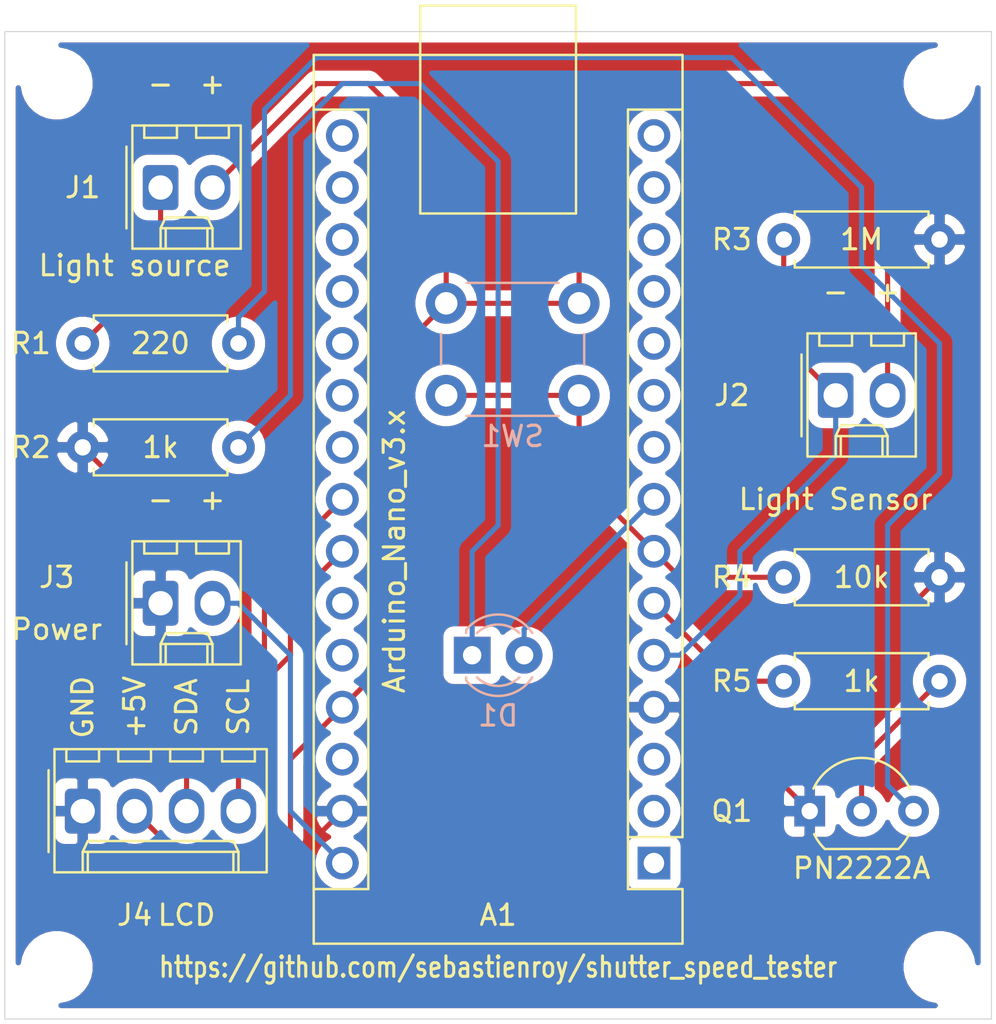
<source format=kicad_pcb>
(kicad_pcb (version 20171130) (host pcbnew "(5.1.12)-1")

  (general
    (thickness 1.6)
    (drawings 19)
    (tracks 88)
    (zones 0)
    (modules 17)
    (nets 14)
  )

  (page A4)
  (layers
    (0 F.Cu signal)
    (31 B.Cu signal)
    (32 B.Adhes user)
    (33 F.Adhes user)
    (34 B.Paste user)
    (35 F.Paste user)
    (36 B.SilkS user)
    (37 F.SilkS user)
    (38 B.Mask user)
    (39 F.Mask user)
    (40 Dwgs.User user)
    (41 Cmts.User user)
    (42 Eco1.User user)
    (43 Eco2.User user)
    (44 Edge.Cuts user)
    (45 Margin user)
    (46 B.CrtYd user)
    (47 F.CrtYd user)
    (48 B.Fab user)
    (49 F.Fab user)
  )

  (setup
    (last_trace_width 0.25)
    (trace_clearance 0.2)
    (zone_clearance 0.508)
    (zone_45_only no)
    (trace_min 0.2)
    (via_size 0.8)
    (via_drill 0.4)
    (via_min_size 0.4)
    (via_min_drill 0.3)
    (uvia_size 0.3)
    (uvia_drill 0.1)
    (uvias_allowed no)
    (uvia_min_size 0.2)
    (uvia_min_drill 0.1)
    (edge_width 0.05)
    (segment_width 0.2)
    (pcb_text_width 0.3)
    (pcb_text_size 1.5 1.5)
    (mod_edge_width 0.12)
    (mod_text_size 1 1)
    (mod_text_width 0.15)
    (pad_size 1.524 1.524)
    (pad_drill 0.762)
    (pad_to_mask_clearance 0)
    (aux_axis_origin 0 0)
    (visible_elements 7FFFFFFF)
    (pcbplotparams
      (layerselection 0x010fc_ffffffff)
      (usegerberextensions false)
      (usegerberattributes true)
      (usegerberadvancedattributes true)
      (creategerberjobfile true)
      (excludeedgelayer true)
      (linewidth 0.100000)
      (plotframeref false)
      (viasonmask false)
      (mode 1)
      (useauxorigin false)
      (hpglpennumber 1)
      (hpglpenspeed 20)
      (hpglpendiameter 15.000000)
      (psnegative false)
      (psa4output false)
      (plotreference true)
      (plotvalue true)
      (plotinvisibletext false)
      (padsonsilk false)
      (subtractmaskfromsilk false)
      (outputformat 1)
      (mirror false)
      (drillshape 1)
      (scaleselection 1)
      (outputdirectory ""))
  )

  (net 0 "")
  (net 1 "Net-(A1-Pad24)")
  (net 2 "Net-(A1-Pad8)")
  (net 3 "Net-(A1-Pad23)")
  (net 4 "Net-(A1-Pad7)")
  (net 5 "Net-(A1-Pad6)")
  (net 6 "Net-(A1-Pad5)")
  (net 7 "Net-(A1-Pad30)")
  (net 8 GND)
  (net 9 "Net-(A1-Pad27)")
  (net 10 "Net-(D1-Pad1)")
  (net 11 "Net-(Q1-Pad3)")
  (net 12 "Net-(Q1-Pad2)")
  (net 13 "Net-(J1-Pad1)")

  (net_class Default "This is the default net class."
    (clearance 0.2)
    (trace_width 0.25)
    (via_dia 0.8)
    (via_drill 0.4)
    (uvia_dia 0.3)
    (uvia_drill 0.1)
    (add_net GND)
    (add_net "Net-(A1-Pad23)")
    (add_net "Net-(A1-Pad24)")
    (add_net "Net-(A1-Pad27)")
    (add_net "Net-(A1-Pad30)")
    (add_net "Net-(A1-Pad5)")
    (add_net "Net-(A1-Pad6)")
    (add_net "Net-(A1-Pad7)")
    (add_net "Net-(A1-Pad8)")
    (add_net "Net-(D1-Pad1)")
    (add_net "Net-(J1-Pad1)")
    (add_net "Net-(Q1-Pad2)")
    (add_net "Net-(Q1-Pad3)")
  )

  (module Module:Arduino_Nano (layer F.Cu) (tedit 58ACAF70) (tstamp 61A6995F)
    (at 184.15 115.57 180)
    (descr "Arduino Nano, http://www.mouser.com/pdfdocs/Gravitech_Arduino_Nano3_0.pdf")
    (tags "Arduino Nano")
    (path /619FB530)
    (fp_text reference A1 (at 7.62 -2.54) (layer F.SilkS)
      (effects (font (size 1 1) (thickness 0.15)))
    )
    (fp_text value Arduino_Nano_v3.x (at 12.7 15.24 90) (layer F.SilkS)
      (effects (font (size 1 1) (thickness 0.15)))
    )
    (fp_line (start 1.27 1.27) (end 1.27 -1.27) (layer F.SilkS) (width 0.12))
    (fp_line (start 1.27 -1.27) (end -1.4 -1.27) (layer F.SilkS) (width 0.12))
    (fp_line (start -1.4 1.27) (end -1.4 39.5) (layer F.SilkS) (width 0.12))
    (fp_line (start -1.4 -3.94) (end -1.4 -1.27) (layer F.SilkS) (width 0.12))
    (fp_line (start 13.97 -1.27) (end 16.64 -1.27) (layer F.SilkS) (width 0.12))
    (fp_line (start 13.97 -1.27) (end 13.97 36.83) (layer F.SilkS) (width 0.12))
    (fp_line (start 13.97 36.83) (end 16.64 36.83) (layer F.SilkS) (width 0.12))
    (fp_line (start 1.27 1.27) (end -1.4 1.27) (layer F.SilkS) (width 0.12))
    (fp_line (start 1.27 1.27) (end 1.27 36.83) (layer F.SilkS) (width 0.12))
    (fp_line (start 1.27 36.83) (end -1.4 36.83) (layer F.SilkS) (width 0.12))
    (fp_line (start 3.81 31.75) (end 11.43 31.75) (layer F.Fab) (width 0.1))
    (fp_line (start 11.43 31.75) (end 11.43 41.91) (layer F.Fab) (width 0.1))
    (fp_line (start 11.43 41.91) (end 3.81 41.91) (layer F.Fab) (width 0.1))
    (fp_line (start 3.81 41.91) (end 3.81 31.75) (layer F.Fab) (width 0.1))
    (fp_line (start -1.4 39.5) (end 16.64 39.5) (layer F.SilkS) (width 0.12))
    (fp_line (start 16.64 39.5) (end 16.64 -3.94) (layer F.SilkS) (width 0.12))
    (fp_line (start 16.64 -3.94) (end -1.4 -3.94) (layer F.SilkS) (width 0.12))
    (fp_line (start 16.51 39.37) (end -1.27 39.37) (layer F.Fab) (width 0.1))
    (fp_line (start -1.27 39.37) (end -1.27 -2.54) (layer F.Fab) (width 0.1))
    (fp_line (start -1.27 -2.54) (end 0 -3.81) (layer F.Fab) (width 0.1))
    (fp_line (start 0 -3.81) (end 16.51 -3.81) (layer F.Fab) (width 0.1))
    (fp_line (start 16.51 -3.81) (end 16.51 39.37) (layer F.Fab) (width 0.1))
    (fp_line (start -1.53 -4.06) (end 16.75 -4.06) (layer F.CrtYd) (width 0.05))
    (fp_line (start -1.53 -4.06) (end -1.53 42.16) (layer F.CrtYd) (width 0.05))
    (fp_line (start 16.75 42.16) (end 16.75 -4.06) (layer F.CrtYd) (width 0.05))
    (fp_line (start 16.75 42.16) (end -1.53 42.16) (layer F.CrtYd) (width 0.05))
    (fp_text user %R (at 6.35 19.05 90) (layer F.Fab)
      (effects (font (size 1 1) (thickness 0.15)))
    )
    (pad 16 thru_hole oval (at 15.24 35.56 180) (size 1.6 1.6) (drill 1) (layers *.Cu *.Mask))
    (pad 15 thru_hole oval (at 0 35.56 180) (size 1.6 1.6) (drill 1) (layers *.Cu *.Mask))
    (pad 30 thru_hole oval (at 15.24 0 180) (size 1.6 1.6) (drill 1) (layers *.Cu *.Mask)
      (net 7 "Net-(A1-Pad30)"))
    (pad 14 thru_hole oval (at 0 33.02 180) (size 1.6 1.6) (drill 1) (layers *.Cu *.Mask))
    (pad 29 thru_hole oval (at 15.24 2.54 180) (size 1.6 1.6) (drill 1) (layers *.Cu *.Mask)
      (net 8 GND))
    (pad 13 thru_hole oval (at 0 30.48 180) (size 1.6 1.6) (drill 1) (layers *.Cu *.Mask))
    (pad 28 thru_hole oval (at 15.24 5.08 180) (size 1.6 1.6) (drill 1) (layers *.Cu *.Mask))
    (pad 12 thru_hole oval (at 0 27.94 180) (size 1.6 1.6) (drill 1) (layers *.Cu *.Mask))
    (pad 27 thru_hole oval (at 15.24 7.62 180) (size 1.6 1.6) (drill 1) (layers *.Cu *.Mask)
      (net 9 "Net-(A1-Pad27)"))
    (pad 11 thru_hole oval (at 0 25.4 180) (size 1.6 1.6) (drill 1) (layers *.Cu *.Mask))
    (pad 26 thru_hole oval (at 15.24 10.16 180) (size 1.6 1.6) (drill 1) (layers *.Cu *.Mask))
    (pad 10 thru_hole oval (at 0 22.86 180) (size 1.6 1.6) (drill 1) (layers *.Cu *.Mask))
    (pad 25 thru_hole oval (at 15.24 12.7 180) (size 1.6 1.6) (drill 1) (layers *.Cu *.Mask))
    (pad 9 thru_hole oval (at 0 20.32 180) (size 1.6 1.6) (drill 1) (layers *.Cu *.Mask))
    (pad 24 thru_hole oval (at 15.24 15.24 180) (size 1.6 1.6) (drill 1) (layers *.Cu *.Mask)
      (net 1 "Net-(A1-Pad24)"))
    (pad 8 thru_hole oval (at 0 17.78 180) (size 1.6 1.6) (drill 1) (layers *.Cu *.Mask)
      (net 2 "Net-(A1-Pad8)"))
    (pad 23 thru_hole oval (at 15.24 17.78 180) (size 1.6 1.6) (drill 1) (layers *.Cu *.Mask)
      (net 3 "Net-(A1-Pad23)"))
    (pad 7 thru_hole oval (at 0 15.24 180) (size 1.6 1.6) (drill 1) (layers *.Cu *.Mask)
      (net 4 "Net-(A1-Pad7)"))
    (pad 22 thru_hole oval (at 15.24 20.32 180) (size 1.6 1.6) (drill 1) (layers *.Cu *.Mask))
    (pad 6 thru_hole oval (at 0 12.7 180) (size 1.6 1.6) (drill 1) (layers *.Cu *.Mask)
      (net 5 "Net-(A1-Pad6)"))
    (pad 21 thru_hole oval (at 15.24 22.86 180) (size 1.6 1.6) (drill 1) (layers *.Cu *.Mask))
    (pad 5 thru_hole oval (at 0 10.16 180) (size 1.6 1.6) (drill 1) (layers *.Cu *.Mask)
      (net 6 "Net-(A1-Pad5)"))
    (pad 20 thru_hole oval (at 15.24 25.4 180) (size 1.6 1.6) (drill 1) (layers *.Cu *.Mask))
    (pad 4 thru_hole oval (at 0 7.62 180) (size 1.6 1.6) (drill 1) (layers *.Cu *.Mask)
      (net 8 GND))
    (pad 19 thru_hole oval (at 15.24 27.94 180) (size 1.6 1.6) (drill 1) (layers *.Cu *.Mask))
    (pad 3 thru_hole oval (at 0 5.08 180) (size 1.6 1.6) (drill 1) (layers *.Cu *.Mask))
    (pad 18 thru_hole oval (at 15.24 30.48 180) (size 1.6 1.6) (drill 1) (layers *.Cu *.Mask))
    (pad 2 thru_hole oval (at 0 2.54 180) (size 1.6 1.6) (drill 1) (layers *.Cu *.Mask))
    (pad 17 thru_hole oval (at 15.24 33.02 180) (size 1.6 1.6) (drill 1) (layers *.Cu *.Mask))
    (pad 1 thru_hole rect (at 0 0 180) (size 1.6 1.6) (drill 1) (layers *.Cu *.Mask))
    (model ${KISYS3DMOD}/Module.3dshapes/Arduino_Nano_WithMountingHoles.wrl
      (at (xyz 0 0 0))
      (scale (xyz 1 1 1))
      (rotate (xyz 0 0 0))
    )
  )

  (module Connector_Molex:Molex_KK-254_AE-6410-02A_1x02_P2.54mm_Vertical (layer F.Cu) (tedit 5EA53D3B) (tstamp 61A699DA)
    (at 160.02 82.55)
    (descr "Molex KK-254 Interconnect System, old/engineering part number: AE-6410-02A example for new part number: 22-27-2021, 2 Pins (http://www.molex.com/pdm_docs/sd/022272021_sd.pdf), generated with kicad-footprint-generator")
    (tags "connector Molex KK-254 vertical")
    (path /61A421B1)
    (fp_text reference J1 (at -3.81 0) (layer F.SilkS)
      (effects (font (size 1 1) (thickness 0.15)))
    )
    (fp_text value "Light source" (at -1.27 3.81) (layer F.SilkS)
      (effects (font (size 1 1) (thickness 0.15)))
    )
    (fp_line (start -1.27 -2.92) (end -1.27 2.88) (layer F.Fab) (width 0.1))
    (fp_line (start -1.27 2.88) (end 3.81 2.88) (layer F.Fab) (width 0.1))
    (fp_line (start 3.81 2.88) (end 3.81 -2.92) (layer F.Fab) (width 0.1))
    (fp_line (start 3.81 -2.92) (end -1.27 -2.92) (layer F.Fab) (width 0.1))
    (fp_line (start -1.38 -3.03) (end -1.38 2.99) (layer F.SilkS) (width 0.12))
    (fp_line (start -1.38 2.99) (end 3.92 2.99) (layer F.SilkS) (width 0.12))
    (fp_line (start 3.92 2.99) (end 3.92 -3.03) (layer F.SilkS) (width 0.12))
    (fp_line (start 3.92 -3.03) (end -1.38 -3.03) (layer F.SilkS) (width 0.12))
    (fp_line (start -1.67 -2) (end -1.67 2) (layer F.SilkS) (width 0.12))
    (fp_line (start -1.27 -0.5) (end -0.562893 0) (layer F.Fab) (width 0.1))
    (fp_line (start -0.562893 0) (end -1.27 0.5) (layer F.Fab) (width 0.1))
    (fp_line (start 0 2.99) (end 0 1.99) (layer F.SilkS) (width 0.12))
    (fp_line (start 0 1.99) (end 2.54 1.99) (layer F.SilkS) (width 0.12))
    (fp_line (start 2.54 1.99) (end 2.54 2.99) (layer F.SilkS) (width 0.12))
    (fp_line (start 0 1.99) (end 0.25 1.46) (layer F.SilkS) (width 0.12))
    (fp_line (start 0.25 1.46) (end 2.29 1.46) (layer F.SilkS) (width 0.12))
    (fp_line (start 2.29 1.46) (end 2.54 1.99) (layer F.SilkS) (width 0.12))
    (fp_line (start 0.25 2.99) (end 0.25 1.99) (layer F.SilkS) (width 0.12))
    (fp_line (start 2.29 2.99) (end 2.29 1.99) (layer F.SilkS) (width 0.12))
    (fp_line (start -0.8 -3.03) (end -0.8 -2.43) (layer F.SilkS) (width 0.12))
    (fp_line (start -0.8 -2.43) (end 0.8 -2.43) (layer F.SilkS) (width 0.12))
    (fp_line (start 0.8 -2.43) (end 0.8 -3.03) (layer F.SilkS) (width 0.12))
    (fp_line (start 1.74 -3.03) (end 1.74 -2.43) (layer F.SilkS) (width 0.12))
    (fp_line (start 1.74 -2.43) (end 3.34 -2.43) (layer F.SilkS) (width 0.12))
    (fp_line (start 3.34 -2.43) (end 3.34 -3.03) (layer F.SilkS) (width 0.12))
    (fp_line (start -1.77 -3.42) (end -1.77 3.38) (layer F.CrtYd) (width 0.05))
    (fp_line (start -1.77 3.38) (end 4.31 3.38) (layer F.CrtYd) (width 0.05))
    (fp_line (start 4.31 3.38) (end 4.31 -3.42) (layer F.CrtYd) (width 0.05))
    (fp_line (start 4.31 -3.42) (end -1.77 -3.42) (layer F.CrtYd) (width 0.05))
    (fp_text user %R (at 1.27 -2.22) (layer F.Fab)
      (effects (font (size 1 1) (thickness 0.15)))
    )
    (pad 2 thru_hole oval (at 2.54 0) (size 1.74 2.19) (drill 1.19) (layers *.Cu *.Mask)
      (net 9 "Net-(A1-Pad27)"))
    (pad 1 thru_hole roundrect (at 0 0) (size 1.74 2.19) (drill 1.19) (layers *.Cu *.Mask) (roundrect_rratio 0.143678)
      (net 13 "Net-(J1-Pad1)"))
    (model ${KISYS3DMOD}/Connector_Molex.3dshapes/Molex_KK-254_AE-6410-02A_1x02_P2.54mm_Vertical.wrl
      (at (xyz 0 0 0))
      (scale (xyz 1 1 1))
      (rotate (xyz 0 0 0))
    )
  )

  (module Package_TO_SOT_THT:TO-92_Inline_Wide (layer F.Cu) (tedit 5A02FF81) (tstamp 61A69A3C)
    (at 191.77 113.03)
    (descr "TO-92 leads in-line, wide, drill 0.75mm (see NXP sot054_po.pdf)")
    (tags "to-92 sc-43 sc-43a sot54 PA33 transistor")
    (path /61A08ADF)
    (fp_text reference Q1 (at -3.81 0) (layer F.SilkS)
      (effects (font (size 1 1) (thickness 0.15)))
    )
    (fp_text value PN2222A (at 2.54 2.79) (layer F.SilkS)
      (effects (font (size 1 1) (thickness 0.15)))
    )
    (fp_line (start 6.09 2.01) (end -1.01 2.01) (layer F.CrtYd) (width 0.05))
    (fp_line (start 6.09 2.01) (end 6.09 -2.73) (layer F.CrtYd) (width 0.05))
    (fp_line (start -1.01 -2.73) (end -1.01 2.01) (layer F.CrtYd) (width 0.05))
    (fp_line (start -1.01 -2.73) (end 6.09 -2.73) (layer F.CrtYd) (width 0.05))
    (fp_line (start 0.8 1.75) (end 4.3 1.75) (layer F.Fab) (width 0.1))
    (fp_line (start 0.74 1.85) (end 4.34 1.85) (layer F.SilkS) (width 0.12))
    (fp_arc (start 2.54 0) (end 4.34 1.85) (angle -20) (layer F.SilkS) (width 0.12))
    (fp_arc (start 2.54 0) (end 2.54 -2.48) (angle -135) (layer F.Fab) (width 0.1))
    (fp_arc (start 2.54 0) (end 2.54 -2.48) (angle 135) (layer F.Fab) (width 0.1))
    (fp_arc (start 2.54 0) (end 2.54 -2.6) (angle 65) (layer F.SilkS) (width 0.12))
    (fp_arc (start 2.54 0) (end 2.54 -2.6) (angle -65) (layer F.SilkS) (width 0.12))
    (fp_arc (start 2.54 0) (end 0.74 1.85) (angle 20) (layer F.SilkS) (width 0.12))
    (fp_text user %R (at 2.54 0) (layer F.Fab)
      (effects (font (size 1 1) (thickness 0.15)))
    )
    (pad 1 thru_hole rect (at 0 0) (size 1.5 1.5) (drill 0.8) (layers *.Cu *.Mask)
      (net 8 GND))
    (pad 3 thru_hole circle (at 5.08 0) (size 1.5 1.5) (drill 0.8) (layers *.Cu *.Mask)
      (net 11 "Net-(Q1-Pad3)"))
    (pad 2 thru_hole circle (at 2.54 0) (size 1.5 1.5) (drill 0.8) (layers *.Cu *.Mask)
      (net 12 "Net-(Q1-Pad2)"))
    (model ${KISYS3DMOD}/Package_TO_SOT_THT.3dshapes/TO-92_Inline_Wide.wrl
      (at (xyz 0 0 0))
      (scale (xyz 1 1 1))
      (rotate (xyz 0 0 0))
    )
  )

  (module Resistor_THT:R_Axial_DIN0207_L6.3mm_D2.5mm_P7.62mm_Horizontal (layer F.Cu) (tedit 5AE5139B) (tstamp 61A69A9B)
    (at 163.83 95.25 180)
    (descr "Resistor, Axial_DIN0207 series, Axial, Horizontal, pin pitch=7.62mm, 0.25W = 1/4W, length*diameter=6.3*2.5mm^2, http://cdn-reichelt.de/documents/datenblatt/B400/1_4W%23YAG.pdf")
    (tags "Resistor Axial_DIN0207 series Axial Horizontal pin pitch 7.62mm 0.25W = 1/4W length 6.3mm diameter 2.5mm")
    (path /61A22621)
    (fp_text reference R2 (at 10.16 0) (layer F.SilkS)
      (effects (font (size 1 1) (thickness 0.15)))
    )
    (fp_text value 1k (at 3.81 0) (layer F.SilkS)
      (effects (font (size 1 1) (thickness 0.15)))
    )
    (fp_line (start 8.67 -1.5) (end -1.05 -1.5) (layer F.CrtYd) (width 0.05))
    (fp_line (start 8.67 1.5) (end 8.67 -1.5) (layer F.CrtYd) (width 0.05))
    (fp_line (start -1.05 1.5) (end 8.67 1.5) (layer F.CrtYd) (width 0.05))
    (fp_line (start -1.05 -1.5) (end -1.05 1.5) (layer F.CrtYd) (width 0.05))
    (fp_line (start 7.08 1.37) (end 7.08 1.04) (layer F.SilkS) (width 0.12))
    (fp_line (start 0.54 1.37) (end 7.08 1.37) (layer F.SilkS) (width 0.12))
    (fp_line (start 0.54 1.04) (end 0.54 1.37) (layer F.SilkS) (width 0.12))
    (fp_line (start 7.08 -1.37) (end 7.08 -1.04) (layer F.SilkS) (width 0.12))
    (fp_line (start 0.54 -1.37) (end 7.08 -1.37) (layer F.SilkS) (width 0.12))
    (fp_line (start 0.54 -1.04) (end 0.54 -1.37) (layer F.SilkS) (width 0.12))
    (fp_line (start 7.62 0) (end 6.96 0) (layer F.Fab) (width 0.1))
    (fp_line (start 0 0) (end 0.66 0) (layer F.Fab) (width 0.1))
    (fp_line (start 6.96 -1.25) (end 0.66 -1.25) (layer F.Fab) (width 0.1))
    (fp_line (start 6.96 1.25) (end 6.96 -1.25) (layer F.Fab) (width 0.1))
    (fp_line (start 0.66 1.25) (end 6.96 1.25) (layer F.Fab) (width 0.1))
    (fp_line (start 0.66 -1.25) (end 0.66 1.25) (layer F.Fab) (width 0.1))
    (fp_text user %R (at 3.81 0) (layer F.Fab)
      (effects (font (size 1 1) (thickness 0.15)))
    )
    (pad 2 thru_hole oval (at 7.62 0 180) (size 1.6 1.6) (drill 0.8) (layers *.Cu *.Mask)
      (net 8 GND))
    (pad 1 thru_hole circle (at 0 0 180) (size 1.6 1.6) (drill 0.8) (layers *.Cu *.Mask)
      (net 10 "Net-(D1-Pad1)"))
    (model ${KISYS3DMOD}/Resistor_THT.3dshapes/R_Axial_DIN0207_L6.3mm_D2.5mm_P7.62mm_Horizontal.wrl
      (at (xyz 0 0 0))
      (scale (xyz 1 1 1))
      (rotate (xyz 0 0 0))
    )
  )

  (module Resistor_THT:R_Axial_DIN0207_L6.3mm_D2.5mm_P7.62mm_Horizontal (layer F.Cu) (tedit 5AE5139B) (tstamp 61A69A88)
    (at 190.5 106.68)
    (descr "Resistor, Axial_DIN0207 series, Axial, Horizontal, pin pitch=7.62mm, 0.25W = 1/4W, length*diameter=6.3*2.5mm^2, http://cdn-reichelt.de/documents/datenblatt/B400/1_4W%23YAG.pdf")
    (tags "Resistor Axial_DIN0207 series Axial Horizontal pin pitch 7.62mm 0.25W = 1/4W length 6.3mm diameter 2.5mm")
    (path /61A0A5DF)
    (fp_text reference R5 (at -2.54 0) (layer F.SilkS)
      (effects (font (size 1 1) (thickness 0.15)))
    )
    (fp_text value 1k (at 3.81 0) (layer F.SilkS)
      (effects (font (size 1 1) (thickness 0.15)))
    )
    (fp_line (start 8.67 -1.5) (end -1.05 -1.5) (layer F.CrtYd) (width 0.05))
    (fp_line (start 8.67 1.5) (end 8.67 -1.5) (layer F.CrtYd) (width 0.05))
    (fp_line (start -1.05 1.5) (end 8.67 1.5) (layer F.CrtYd) (width 0.05))
    (fp_line (start -1.05 -1.5) (end -1.05 1.5) (layer F.CrtYd) (width 0.05))
    (fp_line (start 7.08 1.37) (end 7.08 1.04) (layer F.SilkS) (width 0.12))
    (fp_line (start 0.54 1.37) (end 7.08 1.37) (layer F.SilkS) (width 0.12))
    (fp_line (start 0.54 1.04) (end 0.54 1.37) (layer F.SilkS) (width 0.12))
    (fp_line (start 7.08 -1.37) (end 7.08 -1.04) (layer F.SilkS) (width 0.12))
    (fp_line (start 0.54 -1.37) (end 7.08 -1.37) (layer F.SilkS) (width 0.12))
    (fp_line (start 0.54 -1.04) (end 0.54 -1.37) (layer F.SilkS) (width 0.12))
    (fp_line (start 7.62 0) (end 6.96 0) (layer F.Fab) (width 0.1))
    (fp_line (start 0 0) (end 0.66 0) (layer F.Fab) (width 0.1))
    (fp_line (start 6.96 -1.25) (end 0.66 -1.25) (layer F.Fab) (width 0.1))
    (fp_line (start 6.96 1.25) (end 6.96 -1.25) (layer F.Fab) (width 0.1))
    (fp_line (start 0.66 1.25) (end 6.96 1.25) (layer F.Fab) (width 0.1))
    (fp_line (start 0.66 -1.25) (end 0.66 1.25) (layer F.Fab) (width 0.1))
    (fp_text user %R (at 3.81 0) (layer F.Fab)
      (effects (font (size 1 1) (thickness 0.15)))
    )
    (pad 2 thru_hole oval (at 7.62 0) (size 1.6 1.6) (drill 0.8) (layers *.Cu *.Mask)
      (net 12 "Net-(Q1-Pad2)"))
    (pad 1 thru_hole circle (at 0 0) (size 1.6 1.6) (drill 0.8) (layers *.Cu *.Mask)
      (net 5 "Net-(A1-Pad6)"))
    (model ${KISYS3DMOD}/Resistor_THT.3dshapes/R_Axial_DIN0207_L6.3mm_D2.5mm_P7.62mm_Horizontal.wrl
      (at (xyz 0 0 0))
      (scale (xyz 1 1 1))
      (rotate (xyz 0 0 0))
    )
  )

  (module Resistor_THT:R_Axial_DIN0207_L6.3mm_D2.5mm_P7.62mm_Horizontal (layer F.Cu) (tedit 5AE5139B) (tstamp 61A69A75)
    (at 190.5 101.6)
    (descr "Resistor, Axial_DIN0207 series, Axial, Horizontal, pin pitch=7.62mm, 0.25W = 1/4W, length*diameter=6.3*2.5mm^2, http://cdn-reichelt.de/documents/datenblatt/B400/1_4W%23YAG.pdf")
    (tags "Resistor Axial_DIN0207 series Axial Horizontal pin pitch 7.62mm 0.25W = 1/4W length 6.3mm diameter 2.5mm")
    (path /61A1C5D0)
    (fp_text reference R4 (at -2.54 0) (layer F.SilkS)
      (effects (font (size 1 1) (thickness 0.15)))
    )
    (fp_text value 10k (at 3.81 0) (layer F.SilkS)
      (effects (font (size 1 1) (thickness 0.15)))
    )
    (fp_line (start 8.67 -1.5) (end -1.05 -1.5) (layer F.CrtYd) (width 0.05))
    (fp_line (start 8.67 1.5) (end 8.67 -1.5) (layer F.CrtYd) (width 0.05))
    (fp_line (start -1.05 1.5) (end 8.67 1.5) (layer F.CrtYd) (width 0.05))
    (fp_line (start -1.05 -1.5) (end -1.05 1.5) (layer F.CrtYd) (width 0.05))
    (fp_line (start 7.08 1.37) (end 7.08 1.04) (layer F.SilkS) (width 0.12))
    (fp_line (start 0.54 1.37) (end 7.08 1.37) (layer F.SilkS) (width 0.12))
    (fp_line (start 0.54 1.04) (end 0.54 1.37) (layer F.SilkS) (width 0.12))
    (fp_line (start 7.08 -1.37) (end 7.08 -1.04) (layer F.SilkS) (width 0.12))
    (fp_line (start 0.54 -1.37) (end 7.08 -1.37) (layer F.SilkS) (width 0.12))
    (fp_line (start 0.54 -1.04) (end 0.54 -1.37) (layer F.SilkS) (width 0.12))
    (fp_line (start 7.62 0) (end 6.96 0) (layer F.Fab) (width 0.1))
    (fp_line (start 0 0) (end 0.66 0) (layer F.Fab) (width 0.1))
    (fp_line (start 6.96 -1.25) (end 0.66 -1.25) (layer F.Fab) (width 0.1))
    (fp_line (start 6.96 1.25) (end 6.96 -1.25) (layer F.Fab) (width 0.1))
    (fp_line (start 0.66 1.25) (end 6.96 1.25) (layer F.Fab) (width 0.1))
    (fp_line (start 0.66 -1.25) (end 0.66 1.25) (layer F.Fab) (width 0.1))
    (fp_text user %R (at 3.81 0) (layer F.Fab)
      (effects (font (size 1 1) (thickness 0.15)))
    )
    (pad 2 thru_hole oval (at 7.62 0) (size 1.6 1.6) (drill 0.8) (layers *.Cu *.Mask)
      (net 8 GND))
    (pad 1 thru_hole circle (at 0 0) (size 1.6 1.6) (drill 0.8) (layers *.Cu *.Mask)
      (net 4 "Net-(A1-Pad7)"))
    (model ${KISYS3DMOD}/Resistor_THT.3dshapes/R_Axial_DIN0207_L6.3mm_D2.5mm_P7.62mm_Horizontal.wrl
      (at (xyz 0 0 0))
      (scale (xyz 1 1 1))
      (rotate (xyz 0 0 0))
    )
  )

  (module Resistor_THT:R_Axial_DIN0207_L6.3mm_D2.5mm_P7.62mm_Horizontal (layer F.Cu) (tedit 5AE5139B) (tstamp 61A69A62)
    (at 156.21 90.17)
    (descr "Resistor, Axial_DIN0207 series, Axial, Horizontal, pin pitch=7.62mm, 0.25W = 1/4W, length*diameter=6.3*2.5mm^2, http://cdn-reichelt.de/documents/datenblatt/B400/1_4W%23YAG.pdf")
    (tags "Resistor Axial_DIN0207 series Axial Horizontal pin pitch 7.62mm 0.25W = 1/4W length 6.3mm diameter 2.5mm")
    (path /61A0D8F9)
    (fp_text reference R1 (at -2.54 0) (layer F.SilkS)
      (effects (font (size 1 1) (thickness 0.15)))
    )
    (fp_text value 220 (at 3.81 0) (layer F.SilkS)
      (effects (font (size 1 1) (thickness 0.15)))
    )
    (fp_line (start 8.67 -1.5) (end -1.05 -1.5) (layer F.CrtYd) (width 0.05))
    (fp_line (start 8.67 1.5) (end 8.67 -1.5) (layer F.CrtYd) (width 0.05))
    (fp_line (start -1.05 1.5) (end 8.67 1.5) (layer F.CrtYd) (width 0.05))
    (fp_line (start -1.05 -1.5) (end -1.05 1.5) (layer F.CrtYd) (width 0.05))
    (fp_line (start 7.08 1.37) (end 7.08 1.04) (layer F.SilkS) (width 0.12))
    (fp_line (start 0.54 1.37) (end 7.08 1.37) (layer F.SilkS) (width 0.12))
    (fp_line (start 0.54 1.04) (end 0.54 1.37) (layer F.SilkS) (width 0.12))
    (fp_line (start 7.08 -1.37) (end 7.08 -1.04) (layer F.SilkS) (width 0.12))
    (fp_line (start 0.54 -1.37) (end 7.08 -1.37) (layer F.SilkS) (width 0.12))
    (fp_line (start 0.54 -1.04) (end 0.54 -1.37) (layer F.SilkS) (width 0.12))
    (fp_line (start 7.62 0) (end 6.96 0) (layer F.Fab) (width 0.1))
    (fp_line (start 0 0) (end 0.66 0) (layer F.Fab) (width 0.1))
    (fp_line (start 6.96 -1.25) (end 0.66 -1.25) (layer F.Fab) (width 0.1))
    (fp_line (start 6.96 1.25) (end 6.96 -1.25) (layer F.Fab) (width 0.1))
    (fp_line (start 0.66 1.25) (end 6.96 1.25) (layer F.Fab) (width 0.1))
    (fp_line (start 0.66 -1.25) (end 0.66 1.25) (layer F.Fab) (width 0.1))
    (fp_text user %R (at 3.81 0) (layer F.Fab)
      (effects (font (size 1 1) (thickness 0.15)))
    )
    (pad 2 thru_hole oval (at 7.62 0) (size 1.6 1.6) (drill 0.8) (layers *.Cu *.Mask)
      (net 11 "Net-(Q1-Pad3)"))
    (pad 1 thru_hole circle (at 0 0) (size 1.6 1.6) (drill 0.8) (layers *.Cu *.Mask)
      (net 13 "Net-(J1-Pad1)"))
    (model ${KISYS3DMOD}/Resistor_THT.3dshapes/R_Axial_DIN0207_L6.3mm_D2.5mm_P7.62mm_Horizontal.wrl
      (at (xyz 0 0 0))
      (scale (xyz 1 1 1))
      (rotate (xyz 0 0 0))
    )
  )

  (module Resistor_THT:R_Axial_DIN0207_L6.3mm_D2.5mm_P7.62mm_Horizontal (layer F.Cu) (tedit 5AE5139B) (tstamp 61A69A4F)
    (at 190.5 85.09)
    (descr "Resistor, Axial_DIN0207 series, Axial, Horizontal, pin pitch=7.62mm, 0.25W = 1/4W, length*diameter=6.3*2.5mm^2, http://cdn-reichelt.de/documents/datenblatt/B400/1_4W%23YAG.pdf")
    (tags "Resistor Axial_DIN0207 series Axial Horizontal pin pitch 7.62mm 0.25W = 1/4W length 6.3mm diameter 2.5mm")
    (path /619FF074)
    (fp_text reference R3 (at -2.54 0) (layer F.SilkS)
      (effects (font (size 1 1) (thickness 0.15)))
    )
    (fp_text value 1M (at 3.81 0) (layer F.SilkS)
      (effects (font (size 1 1) (thickness 0.15)))
    )
    (fp_line (start 8.67 -1.5) (end -1.05 -1.5) (layer F.CrtYd) (width 0.05))
    (fp_line (start 8.67 1.5) (end 8.67 -1.5) (layer F.CrtYd) (width 0.05))
    (fp_line (start -1.05 1.5) (end 8.67 1.5) (layer F.CrtYd) (width 0.05))
    (fp_line (start -1.05 -1.5) (end -1.05 1.5) (layer F.CrtYd) (width 0.05))
    (fp_line (start 7.08 1.37) (end 7.08 1.04) (layer F.SilkS) (width 0.12))
    (fp_line (start 0.54 1.37) (end 7.08 1.37) (layer F.SilkS) (width 0.12))
    (fp_line (start 0.54 1.04) (end 0.54 1.37) (layer F.SilkS) (width 0.12))
    (fp_line (start 7.08 -1.37) (end 7.08 -1.04) (layer F.SilkS) (width 0.12))
    (fp_line (start 0.54 -1.37) (end 7.08 -1.37) (layer F.SilkS) (width 0.12))
    (fp_line (start 0.54 -1.04) (end 0.54 -1.37) (layer F.SilkS) (width 0.12))
    (fp_line (start 7.62 0) (end 6.96 0) (layer F.Fab) (width 0.1))
    (fp_line (start 0 0) (end 0.66 0) (layer F.Fab) (width 0.1))
    (fp_line (start 6.96 -1.25) (end 0.66 -1.25) (layer F.Fab) (width 0.1))
    (fp_line (start 6.96 1.25) (end 6.96 -1.25) (layer F.Fab) (width 0.1))
    (fp_line (start 0.66 1.25) (end 6.96 1.25) (layer F.Fab) (width 0.1))
    (fp_line (start 0.66 -1.25) (end 0.66 1.25) (layer F.Fab) (width 0.1))
    (fp_text user %R (at 3.81 0) (layer F.Fab)
      (effects (font (size 1 1) (thickness 0.15)))
    )
    (pad 2 thru_hole oval (at 7.62 0) (size 1.6 1.6) (drill 0.8) (layers *.Cu *.Mask)
      (net 8 GND))
    (pad 1 thru_hole circle (at 0 0) (size 1.6 1.6) (drill 0.8) (layers *.Cu *.Mask)
      (net 6 "Net-(A1-Pad5)"))
    (model ${KISYS3DMOD}/Resistor_THT.3dshapes/R_Axial_DIN0207_L6.3mm_D2.5mm_P7.62mm_Horizontal.wrl
      (at (xyz 0 0 0))
      (scale (xyz 1 1 1))
      (rotate (xyz 0 0 0))
    )
  )

  (module MountingHole:MountingHole_2.5mm (layer F.Cu) (tedit 56D1B4CB) (tstamp 61A6997A)
    (at 154.94 77.47)
    (descr "Mounting Hole 2.5mm, no annular")
    (tags "mounting hole 2.5mm no annular")
    (path /619ED1CD)
    (attr virtual)
    (fp_text reference H1 (at -1.27 3.81) (layer F.SilkS) hide
      (effects (font (size 1 1) (thickness 0.15)))
    )
    (fp_text value MountingHole (at 6.35 -1.27) (layer F.Fab) hide
      (effects (font (size 1 1) (thickness 0.15)))
    )
    (fp_circle (center 0 0) (end 2.5 0) (layer Cmts.User) (width 0.15))
    (fp_circle (center 0 0) (end 2.75 0) (layer F.CrtYd) (width 0.05))
    (fp_text user %R (at 0.3 0) (layer F.Fab)
      (effects (font (size 1 1) (thickness 0.15)))
    )
    (pad 1 np_thru_hole circle (at 0 0) (size 2.5 2.5) (drill 2.5) (layers *.Cu *.Mask))
  )

  (module Button_Switch_THT:SW_PUSH_6mm_H5mm (layer B.Cu) (tedit 5A02FE31) (tstamp 61A69ABA)
    (at 173.99 92.71)
    (descr "tactile push button, 6x6mm e.g. PHAP33xx series, height=5mm")
    (tags "tact sw push 6mm")
    (path /61A1341C)
    (fp_text reference SW1 (at 3.25 2) (layer B.SilkS)
      (effects (font (size 1 1) (thickness 0.15)) (justify mirror))
    )
    (fp_text value "Reset switch" (at 3.75 -6.7) (layer B.Fab)
      (effects (font (size 1 1) (thickness 0.15)) (justify mirror))
    )
    (fp_line (start 3.25 0.75) (end 6.25 0.75) (layer B.Fab) (width 0.1))
    (fp_line (start 6.25 0.75) (end 6.25 -5.25) (layer B.Fab) (width 0.1))
    (fp_line (start 6.25 -5.25) (end 0.25 -5.25) (layer B.Fab) (width 0.1))
    (fp_line (start 0.25 -5.25) (end 0.25 0.75) (layer B.Fab) (width 0.1))
    (fp_line (start 0.25 0.75) (end 3.25 0.75) (layer B.Fab) (width 0.1))
    (fp_line (start 7.75 -6) (end 8 -6) (layer B.CrtYd) (width 0.05))
    (fp_line (start 8 -6) (end 8 -5.75) (layer B.CrtYd) (width 0.05))
    (fp_line (start 7.75 1.5) (end 8 1.5) (layer B.CrtYd) (width 0.05))
    (fp_line (start 8 1.5) (end 8 1.25) (layer B.CrtYd) (width 0.05))
    (fp_line (start -1.5 1.25) (end -1.5 1.5) (layer B.CrtYd) (width 0.05))
    (fp_line (start -1.5 1.5) (end -1.25 1.5) (layer B.CrtYd) (width 0.05))
    (fp_line (start -1.5 -5.75) (end -1.5 -6) (layer B.CrtYd) (width 0.05))
    (fp_line (start -1.5 -6) (end -1.25 -6) (layer B.CrtYd) (width 0.05))
    (fp_line (start -1.25 1.5) (end 7.75 1.5) (layer B.CrtYd) (width 0.05))
    (fp_line (start -1.5 -5.75) (end -1.5 1.25) (layer B.CrtYd) (width 0.05))
    (fp_line (start 7.75 -6) (end -1.25 -6) (layer B.CrtYd) (width 0.05))
    (fp_line (start 8 1.25) (end 8 -5.75) (layer B.CrtYd) (width 0.05))
    (fp_line (start 1 -5.5) (end 5.5 -5.5) (layer B.SilkS) (width 0.12))
    (fp_line (start -0.25 -1.5) (end -0.25 -3) (layer B.SilkS) (width 0.12))
    (fp_line (start 5.5 1) (end 1 1) (layer B.SilkS) (width 0.12))
    (fp_line (start 6.75 -3) (end 6.75 -1.5) (layer B.SilkS) (width 0.12))
    (fp_circle (center 3.25 -2.25) (end 1.25 -2.5) (layer B.Fab) (width 0.1))
    (fp_text user %R (at 3.25 -2.25) (layer B.Fab)
      (effects (font (size 1 1) (thickness 0.15)) (justify mirror))
    )
    (pad 1 thru_hole circle (at 6.5 0 270) (size 2 2) (drill 1.1) (layers *.Cu *.Mask)
      (net 4 "Net-(A1-Pad7)"))
    (pad 2 thru_hole circle (at 6.5 -4.5 270) (size 2 2) (drill 1.1) (layers *.Cu *.Mask)
      (net 9 "Net-(A1-Pad27)"))
    (pad 1 thru_hole circle (at 0 0 270) (size 2 2) (drill 1.1) (layers *.Cu *.Mask)
      (net 4 "Net-(A1-Pad7)"))
    (pad 2 thru_hole circle (at 0 -4.5 270) (size 2 2) (drill 1.1) (layers *.Cu *.Mask)
      (net 9 "Net-(A1-Pad27)"))
    (model ${KISYS3DMOD}/Button_Switch_THT.3dshapes/SW_PUSH_6mm_H5mm.wrl
      (at (xyz 0 0 0))
      (scale (xyz 1 1 1))
      (rotate (xyz 0 0 0))
    )
  )

  (module Connector_Molex:Molex_KK-254_AE-6410-02A_1x02_P2.54mm_Vertical (layer F.Cu) (tedit 5EA53D3B) (tstamp 61A69A2A)
    (at 160.02 102.87)
    (descr "Molex KK-254 Interconnect System, old/engineering part number: AE-6410-02A example for new part number: 22-27-2021, 2 Pins (http://www.molex.com/pdm_docs/sd/022272021_sd.pdf), generated with kicad-footprint-generator")
    (tags "connector Molex KK-254 vertical")
    (path /619F5383)
    (fp_text reference J3 (at -5.08 -1.27) (layer F.SilkS)
      (effects (font (size 1 1) (thickness 0.15)))
    )
    (fp_text value Power (at -5.08 1.27) (layer F.SilkS)
      (effects (font (size 1 1) (thickness 0.15)))
    )
    (fp_line (start -1.27 -2.92) (end -1.27 2.88) (layer F.Fab) (width 0.1))
    (fp_line (start -1.27 2.88) (end 3.81 2.88) (layer F.Fab) (width 0.1))
    (fp_line (start 3.81 2.88) (end 3.81 -2.92) (layer F.Fab) (width 0.1))
    (fp_line (start 3.81 -2.92) (end -1.27 -2.92) (layer F.Fab) (width 0.1))
    (fp_line (start -1.38 -3.03) (end -1.38 2.99) (layer F.SilkS) (width 0.12))
    (fp_line (start -1.38 2.99) (end 3.92 2.99) (layer F.SilkS) (width 0.12))
    (fp_line (start 3.92 2.99) (end 3.92 -3.03) (layer F.SilkS) (width 0.12))
    (fp_line (start 3.92 -3.03) (end -1.38 -3.03) (layer F.SilkS) (width 0.12))
    (fp_line (start -1.67 -2) (end -1.67 2) (layer F.SilkS) (width 0.12))
    (fp_line (start -1.27 -0.5) (end -0.562893 0) (layer F.Fab) (width 0.1))
    (fp_line (start -0.562893 0) (end -1.27 0.5) (layer F.Fab) (width 0.1))
    (fp_line (start 0 2.99) (end 0 1.99) (layer F.SilkS) (width 0.12))
    (fp_line (start 0 1.99) (end 2.54 1.99) (layer F.SilkS) (width 0.12))
    (fp_line (start 2.54 1.99) (end 2.54 2.99) (layer F.SilkS) (width 0.12))
    (fp_line (start 0 1.99) (end 0.25 1.46) (layer F.SilkS) (width 0.12))
    (fp_line (start 0.25 1.46) (end 2.29 1.46) (layer F.SilkS) (width 0.12))
    (fp_line (start 2.29 1.46) (end 2.54 1.99) (layer F.SilkS) (width 0.12))
    (fp_line (start 0.25 2.99) (end 0.25 1.99) (layer F.SilkS) (width 0.12))
    (fp_line (start 2.29 2.99) (end 2.29 1.99) (layer F.SilkS) (width 0.12))
    (fp_line (start -0.8 -3.03) (end -0.8 -2.43) (layer F.SilkS) (width 0.12))
    (fp_line (start -0.8 -2.43) (end 0.8 -2.43) (layer F.SilkS) (width 0.12))
    (fp_line (start 0.8 -2.43) (end 0.8 -3.03) (layer F.SilkS) (width 0.12))
    (fp_line (start 1.74 -3.03) (end 1.74 -2.43) (layer F.SilkS) (width 0.12))
    (fp_line (start 1.74 -2.43) (end 3.34 -2.43) (layer F.SilkS) (width 0.12))
    (fp_line (start 3.34 -2.43) (end 3.34 -3.03) (layer F.SilkS) (width 0.12))
    (fp_line (start -1.77 -3.42) (end -1.77 3.38) (layer F.CrtYd) (width 0.05))
    (fp_line (start -1.77 3.38) (end 4.31 3.38) (layer F.CrtYd) (width 0.05))
    (fp_line (start 4.31 3.38) (end 4.31 -3.42) (layer F.CrtYd) (width 0.05))
    (fp_line (start 4.31 -3.42) (end -1.77 -3.42) (layer F.CrtYd) (width 0.05))
    (fp_text user %R (at 1.27 -2.22) (layer F.Fab)
      (effects (font (size 1 1) (thickness 0.15)))
    )
    (pad 2 thru_hole oval (at 2.54 0) (size 1.74 2.19) (drill 1.19) (layers *.Cu *.Mask)
      (net 7 "Net-(A1-Pad30)"))
    (pad 1 thru_hole roundrect (at 0 0) (size 1.74 2.19) (drill 1.19) (layers *.Cu *.Mask) (roundrect_rratio 0.143678)
      (net 8 GND))
    (model ${KISYS3DMOD}/Connector_Molex.3dshapes/Molex_KK-254_AE-6410-02A_1x02_P2.54mm_Vertical.wrl
      (at (xyz 0 0 0))
      (scale (xyz 1 1 1))
      (rotate (xyz 0 0 0))
    )
  )

  (module Connector_Molex:Molex_KK-254_AE-6410-04A_1x04_P2.54mm_Vertical (layer F.Cu) (tedit 5EA53D3B) (tstamp 61A69A06)
    (at 156.21 113.03)
    (descr "Molex KK-254 Interconnect System, old/engineering part number: AE-6410-04A example for new part number: 22-27-2041, 4 Pins (http://www.molex.com/pdm_docs/sd/022272021_sd.pdf), generated with kicad-footprint-generator")
    (tags "connector Molex KK-254 vertical")
    (path /61A01F58)
    (fp_text reference J4 (at 2.54 5.08) (layer F.SilkS)
      (effects (font (size 1 1) (thickness 0.15)))
    )
    (fp_text value LCD (at 5.08 5.08) (layer F.SilkS)
      (effects (font (size 1 1) (thickness 0.15)))
    )
    (fp_line (start -1.27 -2.92) (end -1.27 2.88) (layer F.Fab) (width 0.1))
    (fp_line (start -1.27 2.88) (end 8.89 2.88) (layer F.Fab) (width 0.1))
    (fp_line (start 8.89 2.88) (end 8.89 -2.92) (layer F.Fab) (width 0.1))
    (fp_line (start 8.89 -2.92) (end -1.27 -2.92) (layer F.Fab) (width 0.1))
    (fp_line (start -1.38 -3.03) (end -1.38 2.99) (layer F.SilkS) (width 0.12))
    (fp_line (start -1.38 2.99) (end 9 2.99) (layer F.SilkS) (width 0.12))
    (fp_line (start 9 2.99) (end 9 -3.03) (layer F.SilkS) (width 0.12))
    (fp_line (start 9 -3.03) (end -1.38 -3.03) (layer F.SilkS) (width 0.12))
    (fp_line (start -1.67 -2) (end -1.67 2) (layer F.SilkS) (width 0.12))
    (fp_line (start -1.27 -0.5) (end -0.562893 0) (layer F.Fab) (width 0.1))
    (fp_line (start -0.562893 0) (end -1.27 0.5) (layer F.Fab) (width 0.1))
    (fp_line (start 0 2.99) (end 0 1.99) (layer F.SilkS) (width 0.12))
    (fp_line (start 0 1.99) (end 7.62 1.99) (layer F.SilkS) (width 0.12))
    (fp_line (start 7.62 1.99) (end 7.62 2.99) (layer F.SilkS) (width 0.12))
    (fp_line (start 0 1.99) (end 0.25 1.46) (layer F.SilkS) (width 0.12))
    (fp_line (start 0.25 1.46) (end 7.37 1.46) (layer F.SilkS) (width 0.12))
    (fp_line (start 7.37 1.46) (end 7.62 1.99) (layer F.SilkS) (width 0.12))
    (fp_line (start 0.25 2.99) (end 0.25 1.99) (layer F.SilkS) (width 0.12))
    (fp_line (start 7.37 2.99) (end 7.37 1.99) (layer F.SilkS) (width 0.12))
    (fp_line (start -0.8 -3.03) (end -0.8 -2.43) (layer F.SilkS) (width 0.12))
    (fp_line (start -0.8 -2.43) (end 0.8 -2.43) (layer F.SilkS) (width 0.12))
    (fp_line (start 0.8 -2.43) (end 0.8 -3.03) (layer F.SilkS) (width 0.12))
    (fp_line (start 1.74 -3.03) (end 1.74 -2.43) (layer F.SilkS) (width 0.12))
    (fp_line (start 1.74 -2.43) (end 3.34 -2.43) (layer F.SilkS) (width 0.12))
    (fp_line (start 3.34 -2.43) (end 3.34 -3.03) (layer F.SilkS) (width 0.12))
    (fp_line (start 4.28 -3.03) (end 4.28 -2.43) (layer F.SilkS) (width 0.12))
    (fp_line (start 4.28 -2.43) (end 5.88 -2.43) (layer F.SilkS) (width 0.12))
    (fp_line (start 5.88 -2.43) (end 5.88 -3.03) (layer F.SilkS) (width 0.12))
    (fp_line (start 6.82 -3.03) (end 6.82 -2.43) (layer F.SilkS) (width 0.12))
    (fp_line (start 6.82 -2.43) (end 8.42 -2.43) (layer F.SilkS) (width 0.12))
    (fp_line (start 8.42 -2.43) (end 8.42 -3.03) (layer F.SilkS) (width 0.12))
    (fp_line (start -1.77 -3.42) (end -1.77 3.38) (layer F.CrtYd) (width 0.05))
    (fp_line (start -1.77 3.38) (end 9.39 3.38) (layer F.CrtYd) (width 0.05))
    (fp_line (start 9.39 3.38) (end 9.39 -3.42) (layer F.CrtYd) (width 0.05))
    (fp_line (start 9.39 -3.42) (end -1.77 -3.42) (layer F.CrtYd) (width 0.05))
    (fp_text user %R (at 3.81 -2.22) (layer F.Fab)
      (effects (font (size 1 1) (thickness 0.15)))
    )
    (pad 4 thru_hole oval (at 7.62 0) (size 1.74 2.19) (drill 1.19) (layers *.Cu *.Mask)
      (net 1 "Net-(A1-Pad24)"))
    (pad 3 thru_hole oval (at 5.08 0) (size 1.74 2.19) (drill 1.19) (layers *.Cu *.Mask)
      (net 3 "Net-(A1-Pad23)"))
    (pad 2 thru_hole oval (at 2.54 0) (size 1.74 2.19) (drill 1.19) (layers *.Cu *.Mask)
      (net 9 "Net-(A1-Pad27)"))
    (pad 1 thru_hole roundrect (at 0 0) (size 1.74 2.19) (drill 1.19) (layers *.Cu *.Mask) (roundrect_rratio 0.143678)
      (net 8 GND))
    (model ${KISYS3DMOD}/Connector_Molex.3dshapes/Molex_KK-254_AE-6410-04A_1x04_P2.54mm_Vertical.wrl
      (at (xyz 0 0 0))
      (scale (xyz 1 1 1))
      (rotate (xyz 0 0 0))
    )
  )

  (module Connector_Molex:Molex_KK-254_AE-6410-02A_1x02_P2.54mm_Vertical (layer F.Cu) (tedit 5EA53D3B) (tstamp 61A699B6)
    (at 193.04 92.71)
    (descr "Molex KK-254 Interconnect System, old/engineering part number: AE-6410-02A example for new part number: 22-27-2021, 2 Pins (http://www.molex.com/pdm_docs/sd/022272021_sd.pdf), generated with kicad-footprint-generator")
    (tags "connector Molex KK-254 vertical")
    (path /61A42B79)
    (fp_text reference J2 (at -5.08 0) (layer F.SilkS)
      (effects (font (size 1 1) (thickness 0.15)))
    )
    (fp_text value "Light Sensor" (at 0 5.08) (layer F.SilkS)
      (effects (font (size 1 1) (thickness 0.15)))
    )
    (fp_line (start -1.27 -2.92) (end -1.27 2.88) (layer F.Fab) (width 0.1))
    (fp_line (start -1.27 2.88) (end 3.81 2.88) (layer F.Fab) (width 0.1))
    (fp_line (start 3.81 2.88) (end 3.81 -2.92) (layer F.Fab) (width 0.1))
    (fp_line (start 3.81 -2.92) (end -1.27 -2.92) (layer F.Fab) (width 0.1))
    (fp_line (start -1.38 -3.03) (end -1.38 2.99) (layer F.SilkS) (width 0.12))
    (fp_line (start -1.38 2.99) (end 3.92 2.99) (layer F.SilkS) (width 0.12))
    (fp_line (start 3.92 2.99) (end 3.92 -3.03) (layer F.SilkS) (width 0.12))
    (fp_line (start 3.92 -3.03) (end -1.38 -3.03) (layer F.SilkS) (width 0.12))
    (fp_line (start -1.67 -2) (end -1.67 2) (layer F.SilkS) (width 0.12))
    (fp_line (start -1.27 -0.5) (end -0.562893 0) (layer F.Fab) (width 0.1))
    (fp_line (start -0.562893 0) (end -1.27 0.5) (layer F.Fab) (width 0.1))
    (fp_line (start 0 2.99) (end 0 1.99) (layer F.SilkS) (width 0.12))
    (fp_line (start 0 1.99) (end 2.54 1.99) (layer F.SilkS) (width 0.12))
    (fp_line (start 2.54 1.99) (end 2.54 2.99) (layer F.SilkS) (width 0.12))
    (fp_line (start 0 1.99) (end 0.25 1.46) (layer F.SilkS) (width 0.12))
    (fp_line (start 0.25 1.46) (end 2.29 1.46) (layer F.SilkS) (width 0.12))
    (fp_line (start 2.29 1.46) (end 2.54 1.99) (layer F.SilkS) (width 0.12))
    (fp_line (start 0.25 2.99) (end 0.25 1.99) (layer F.SilkS) (width 0.12))
    (fp_line (start 2.29 2.99) (end 2.29 1.99) (layer F.SilkS) (width 0.12))
    (fp_line (start -0.8 -3.03) (end -0.8 -2.43) (layer F.SilkS) (width 0.12))
    (fp_line (start -0.8 -2.43) (end 0.8 -2.43) (layer F.SilkS) (width 0.12))
    (fp_line (start 0.8 -2.43) (end 0.8 -3.03) (layer F.SilkS) (width 0.12))
    (fp_line (start 1.74 -3.03) (end 1.74 -2.43) (layer F.SilkS) (width 0.12))
    (fp_line (start 1.74 -2.43) (end 3.34 -2.43) (layer F.SilkS) (width 0.12))
    (fp_line (start 3.34 -2.43) (end 3.34 -3.03) (layer F.SilkS) (width 0.12))
    (fp_line (start -1.77 -3.42) (end -1.77 3.38) (layer F.CrtYd) (width 0.05))
    (fp_line (start -1.77 3.38) (end 4.31 3.38) (layer F.CrtYd) (width 0.05))
    (fp_line (start 4.31 3.38) (end 4.31 -3.42) (layer F.CrtYd) (width 0.05))
    (fp_line (start 4.31 -3.42) (end -1.77 -3.42) (layer F.CrtYd) (width 0.05))
    (fp_text user %R (at 1.27 -2.22) (layer F.Fab)
      (effects (font (size 1 1) (thickness 0.15)))
    )
    (pad 2 thru_hole oval (at 2.54 0) (size 1.74 2.19) (drill 1.19) (layers *.Cu *.Mask)
      (net 9 "Net-(A1-Pad27)"))
    (pad 1 thru_hole roundrect (at 0 0) (size 1.74 2.19) (drill 1.19) (layers *.Cu *.Mask) (roundrect_rratio 0.143678)
      (net 6 "Net-(A1-Pad5)"))
    (model ${KISYS3DMOD}/Connector_Molex.3dshapes/Molex_KK-254_AE-6410-02A_1x02_P2.54mm_Vertical.wrl
      (at (xyz 0 0 0))
      (scale (xyz 1 1 1))
      (rotate (xyz 0 0 0))
    )
  )

  (module MountingHole:MountingHole_2.5mm (layer F.Cu) (tedit 56D1B4CB) (tstamp 61A69992)
    (at 198.12 120.65)
    (descr "Mounting Hole 2.5mm, no annular")
    (tags "mounting hole 2.5mm no annular")
    (path /619EFEE5)
    (attr virtual)
    (fp_text reference H4 (at 0 -3.5) (layer F.SilkS) hide
      (effects (font (size 1 1) (thickness 0.15)))
    )
    (fp_text value MountingHole (at 0 3.5) (layer F.Fab) hide
      (effects (font (size 1 1) (thickness 0.15)))
    )
    (fp_circle (center 0 0) (end 2.5 0) (layer Cmts.User) (width 0.15))
    (fp_circle (center 0 0) (end 2.75 0) (layer F.CrtYd) (width 0.05))
    (fp_text user %R (at 0.3 0) (layer F.Fab)
      (effects (font (size 1 1) (thickness 0.15)))
    )
    (pad 1 np_thru_hole circle (at 0 0) (size 2.5 2.5) (drill 2.5) (layers *.Cu *.Mask))
  )

  (module MountingHole:MountingHole_2.5mm (layer F.Cu) (tedit 56D1B4CB) (tstamp 61A6998A)
    (at 154.94 120.65)
    (descr "Mounting Hole 2.5mm, no annular")
    (tags "mounting hole 2.5mm no annular")
    (path /619ED74D)
    (attr virtual)
    (fp_text reference H3 (at 0 -3.5) (layer F.SilkS) hide
      (effects (font (size 1 1) (thickness 0.15)))
    )
    (fp_text value MountingHole (at 0 3.5) (layer F.Fab) hide
      (effects (font (size 1 1) (thickness 0.15)))
    )
    (fp_circle (center 0 0) (end 2.5 0) (layer Cmts.User) (width 0.15))
    (fp_circle (center 0 0) (end 2.75 0) (layer F.CrtYd) (width 0.05))
    (fp_text user %R (at 0.3 0) (layer F.Fab)
      (effects (font (size 1 1) (thickness 0.15)))
    )
    (pad 1 np_thru_hole circle (at 0 0) (size 2.5 2.5) (drill 2.5) (layers *.Cu *.Mask))
  )

  (module MountingHole:MountingHole_2.5mm (layer F.Cu) (tedit 56D1B4CB) (tstamp 61A69982)
    (at 198.12 77.47)
    (descr "Mounting Hole 2.5mm, no annular")
    (tags "mounting hole 2.5mm no annular")
    (path /619F0357)
    (attr virtual)
    (fp_text reference H2 (at 0 3.81) (layer F.SilkS) hide
      (effects (font (size 1 1) (thickness 0.15)))
    )
    (fp_text value MountingHole (at -3.81 -1.27) (layer F.Fab) hide
      (effects (font (size 1 1) (thickness 0.15)))
    )
    (fp_circle (center 0 0) (end 2.5 0) (layer Cmts.User) (width 0.15))
    (fp_circle (center 0 0) (end 2.75 0) (layer F.CrtYd) (width 0.05))
    (fp_text user %R (at 0.3 0) (layer F.Fab)
      (effects (font (size 1 1) (thickness 0.15)))
    )
    (pad 1 np_thru_hole circle (at 0 0) (size 2.5 2.5) (drill 2.5) (layers *.Cu *.Mask))
  )

  (module LED_THT:LED_D3.0mm (layer B.Cu) (tedit 587A3A7B) (tstamp 61A69972)
    (at 175.26 105.41)
    (descr "LED, diameter 3.0mm, 2 pins")
    (tags "LED diameter 3.0mm 2 pins")
    (path /61A1EC25)
    (fp_text reference D1 (at 1.27 2.96) (layer B.SilkS)
      (effects (font (size 1 1) (thickness 0.15)) (justify mirror))
    )
    (fp_text value "Control LED" (at 1.27 -2.96) (layer B.Fab)
      (effects (font (size 1 1) (thickness 0.15)) (justify mirror))
    )
    (fp_circle (center 1.27 0) (end 2.77 0) (layer B.Fab) (width 0.1))
    (fp_line (start -0.23 1.16619) (end -0.23 -1.16619) (layer B.Fab) (width 0.1))
    (fp_line (start -0.29 1.236) (end -0.29 1.08) (layer B.SilkS) (width 0.12))
    (fp_line (start -0.29 -1.08) (end -0.29 -1.236) (layer B.SilkS) (width 0.12))
    (fp_line (start -1.15 2.25) (end -1.15 -2.25) (layer B.CrtYd) (width 0.05))
    (fp_line (start -1.15 -2.25) (end 3.7 -2.25) (layer B.CrtYd) (width 0.05))
    (fp_line (start 3.7 -2.25) (end 3.7 2.25) (layer B.CrtYd) (width 0.05))
    (fp_line (start 3.7 2.25) (end -1.15 2.25) (layer B.CrtYd) (width 0.05))
    (fp_arc (start 1.27 0) (end 0.229039 -1.08) (angle 87.9) (layer B.SilkS) (width 0.12))
    (fp_arc (start 1.27 0) (end 0.229039 1.08) (angle -87.9) (layer B.SilkS) (width 0.12))
    (fp_arc (start 1.27 0) (end -0.29 -1.235516) (angle 108.8) (layer B.SilkS) (width 0.12))
    (fp_arc (start 1.27 0) (end -0.29 1.235516) (angle -108.8) (layer B.SilkS) (width 0.12))
    (fp_arc (start 1.27 0) (end -0.23 1.16619) (angle -284.3) (layer B.Fab) (width 0.1))
    (pad 2 thru_hole circle (at 2.54 0) (size 1.8 1.8) (drill 0.9) (layers *.Cu *.Mask)
      (net 2 "Net-(A1-Pad8)"))
    (pad 1 thru_hole rect (at 0 0) (size 1.8 1.8) (drill 0.9) (layers *.Cu *.Mask)
      (net 10 "Net-(D1-Pad1)"))
    (model ${KISYS3DMOD}/LED_THT.3dshapes/LED_D3.0mm.wrl
      (at (xyz 0 0 0))
      (scale (xyz 1 1 1))
      (rotate (xyz 0 0 0))
    )
  )

  (gr_line (start 172.72 83.82) (end 172.72 73.66) (layer F.SilkS) (width 0.12) (tstamp 61B53237))
  (gr_line (start 180.34 83.82) (end 172.72 83.82) (layer F.SilkS) (width 0.12))
  (gr_line (start 180.34 73.66) (end 180.34 83.82) (layer F.SilkS) (width 0.12))
  (gr_line (start 172.72 73.66) (end 180.34 73.66) (layer F.SilkS) (width 0.12))
  (gr_text - (at 193.04 87.63) (layer F.SilkS) (tstamp 61B52104)
    (effects (font (size 1 1) (thickness 0.15)))
  )
  (gr_text - (at 160.02 97.79) (layer F.SilkS) (tstamp 61B52104)
    (effects (font (size 1 1) (thickness 0.15)))
  )
  (gr_text - (at 160.02 77.47) (layer F.SilkS) (tstamp 61B520FD)
    (effects (font (size 1 1) (thickness 0.15)))
  )
  (gr_text SCL (at 163.83 107.95 90) (layer F.SilkS) (tstamp 61B52044)
    (effects (font (size 1 1) (thickness 0.15)))
  )
  (gr_text SDA (at 161.29 107.95 90) (layer F.SilkS)
    (effects (font (size 1 1) (thickness 0.15)))
  )
  (gr_line (start 200.66 74.93) (end 200.66 123.19) (layer Edge.Cuts) (width 0.05))
  (gr_text + (at 162.56 77.47) (layer F.SilkS) (tstamp 61A6C114)
    (effects (font (size 1 1) (thickness 0.15)))
  )
  (gr_text + (at 162.56 97.79) (layer F.SilkS) (tstamp 61A6C114)
    (effects (font (size 1 1) (thickness 0.15)))
  )
  (gr_text + (at 195.58 87.63) (layer F.SilkS)
    (effects (font (size 1 1) (thickness 0.15)))
  )
  (gr_text +5V (at 158.75 107.95 90) (layer F.SilkS)
    (effects (font (size 1 1) (thickness 0.15)))
  )
  (gr_text GND (at 156.21 107.95 90) (layer F.SilkS)
    (effects (font (size 1 1) (thickness 0.15)))
  )
  (gr_text https://github.com/sebastienroy/shutter_speed_tester (at 176.53 120.65) (layer F.SilkS)
    (effects (font (size 1 0.8) (thickness 0.15)))
  )
  (gr_line (start 152.4 123.19) (end 152.4 74.93) (layer Edge.Cuts) (width 0.05) (tstamp 61A6A5DA))
  (gr_line (start 200.66 123.19) (end 152.4 123.19) (layer Edge.Cuts) (width 0.05))
  (gr_line (start 152.4 74.93) (end 200.66 74.93) (layer Edge.Cuts) (width 0.05))

  (segment (start 163.83 113.03) (end 163.83 107.95) (width 0.25) (layer F.Cu) (net 1))
  (segment (start 163.83 107.95) (end 166.37 105.41) (width 0.25) (layer F.Cu) (net 1))
  (segment (start 166.37 105.41) (end 166.37 102.87) (width 0.25) (layer F.Cu) (net 1))
  (segment (start 166.37 102.87) (end 168.91 100.33) (width 0.25) (layer F.Cu) (net 1))
  (segment (start 177.8 104.14) (end 184.15 97.79) (width 0.25) (layer B.Cu) (net 2))
  (segment (start 177.8 105.41) (end 177.8 104.14) (width 0.25) (layer B.Cu) (net 2))
  (segment (start 161.29 113.03) (end 161.29 109.22) (width 0.25) (layer F.Cu) (net 3))
  (segment (start 161.29 109.22) (end 165.1 105.41) (width 0.25) (layer F.Cu) (net 3))
  (segment (start 165.1 101.6) (end 168.91 97.79) (width 0.25) (layer F.Cu) (net 3))
  (segment (start 165.1 105.41) (end 165.1 101.6) (width 0.25) (layer F.Cu) (net 3))
  (segment (start 185.42 101.6) (end 184.15 100.33) (width 0.25) (layer F.Cu) (net 4))
  (segment (start 190.5 101.6) (end 185.42 101.6) (width 0.25) (layer F.Cu) (net 4))
  (segment (start 173.99 92.71) (end 180.49 92.71) (width 0.25) (layer F.Cu) (net 4))
  (segment (start 180.49 96.67) (end 184.15 100.33) (width 0.25) (layer F.Cu) (net 4))
  (segment (start 180.49 92.71) (end 180.49 96.67) (width 0.25) (layer F.Cu) (net 4))
  (segment (start 187.96 106.68) (end 184.15 102.87) (width 0.25) (layer F.Cu) (net 5))
  (segment (start 190.5 106.68) (end 187.96 106.68) (width 0.25) (layer F.Cu) (net 5))
  (segment (start 190.5 90.17) (end 193.04 92.71) (width 0.25) (layer F.Cu) (net 6))
  (segment (start 190.5 85.09) (end 190.5 90.17) (width 0.25) (layer F.Cu) (net 6))
  (segment (start 193.04 95.645002) (end 188.355002 100.33) (width 0.25) (layer B.Cu) (net 6))
  (segment (start 193.04 92.71) (end 193.04 95.645002) (width 0.25) (layer B.Cu) (net 6))
  (segment (start 188.355002 100.33) (end 188.355002 102.474998) (width 0.25) (layer B.Cu) (net 6))
  (segment (start 185.42 105.41) (end 184.15 105.41) (width 0.25) (layer B.Cu) (net 6))
  (segment (start 188.355002 102.474998) (end 185.42 105.41) (width 0.25) (layer B.Cu) (net 6))
  (segment (start 162.56 102.87) (end 163.83 102.87) (width 0.25) (layer B.Cu) (net 7))
  (segment (start 163.83 102.87) (end 166.37 105.41) (width 0.25) (layer B.Cu) (net 7))
  (segment (start 166.37 113.03) (end 168.91 115.57) (width 0.25) (layer B.Cu) (net 7))
  (segment (start 166.37 105.41) (end 166.37 113.03) (width 0.25) (layer B.Cu) (net 7))
  (segment (start 156.21 113.03) (end 156.21 114.3) (width 0.25) (layer B.Cu) (net 8))
  (segment (start 198.12 85.09) (end 198.12 101.6) (width 0.25) (layer F.Cu) (net 8))
  (segment (start 191.77 107.95) (end 191.77 113.03) (width 0.25) (layer F.Cu) (net 8))
  (segment (start 198.12 101.6) (end 191.77 107.95) (width 0.25) (layer F.Cu) (net 8))
  (segment (start 186.69 107.95) (end 191.77 113.03) (width 0.25) (layer F.Cu) (net 8))
  (segment (start 184.15 107.95) (end 186.69 107.95) (width 0.25) (layer F.Cu) (net 8))
  (segment (start 160.02 99.06) (end 156.21 95.25) (width 0.25) (layer F.Cu) (net 8))
  (segment (start 160.02 102.87) (end 160.02 99.06) (width 0.25) (layer F.Cu) (net 8))
  (segment (start 160.02 102.87) (end 158.75 102.87) (width 0.25) (layer F.Cu) (net 8))
  (segment (start 156.21 105.41) (end 156.21 113.03) (width 0.25) (layer F.Cu) (net 8))
  (segment (start 158.75 102.87) (end 156.21 105.41) (width 0.25) (layer F.Cu) (net 8))
  (segment (start 184.15 107.95) (end 182.88 107.95) (width 0.25) (layer F.Cu) (net 8))
  (segment (start 177.8 113.03) (end 168.91 113.03) (width 0.25) (layer F.Cu) (net 8))
  (segment (start 182.88 107.95) (end 177.8 113.03) (width 0.25) (layer F.Cu) (net 8))
  (segment (start 158.75 118.11) (end 163.83 118.11) (width 0.25) (layer F.Cu) (net 8))
  (segment (start 156.21 115.57) (end 158.75 118.11) (width 0.25) (layer F.Cu) (net 8))
  (segment (start 163.83 118.11) (end 168.91 113.03) (width 0.25) (layer F.Cu) (net 8))
  (segment (start 156.21 113.03) (end 156.21 115.57) (width 0.25) (layer F.Cu) (net 8))
  (segment (start 180.49 88.21) (end 180.49 79.86) (width 0.25) (layer F.Cu) (net 9))
  (segment (start 180.49 79.86) (end 182.88 77.47) (width 0.25) (layer F.Cu) (net 9))
  (segment (start 182.88 77.47) (end 191.77 77.47) (width 0.25) (layer F.Cu) (net 9))
  (segment (start 195.58 81.28) (end 195.58 92.71) (width 0.25) (layer F.Cu) (net 9))
  (segment (start 191.77 77.47) (end 195.58 81.28) (width 0.25) (layer F.Cu) (net 9))
  (segment (start 173.99 88.21) (end 180.49 88.21) (width 0.25) (layer F.Cu) (net 9))
  (segment (start 173.99 88.21) (end 173.99 81.28) (width 0.25) (layer F.Cu) (net 9))
  (segment (start 173.99 81.28) (end 170.18 77.47) (width 0.25) (layer F.Cu) (net 9))
  (segment (start 167.64 77.47) (end 162.56 82.55) (width 0.25) (layer F.Cu) (net 9))
  (segment (start 170.18 77.47) (end 167.64 77.47) (width 0.25) (layer F.Cu) (net 9))
  (segment (start 166.37 110.49) (end 168.91 107.95) (width 0.25) (layer F.Cu) (net 9))
  (segment (start 166.37 114.3) (end 166.37 110.49) (width 0.25) (layer F.Cu) (net 9))
  (segment (start 171.45 90.75) (end 173.99 88.21) (width 0.25) (layer F.Cu) (net 9))
  (segment (start 171.45 105.41) (end 171.45 90.75) (width 0.25) (layer F.Cu) (net 9))
  (segment (start 168.91 107.95) (end 171.45 105.41) (width 0.25) (layer F.Cu) (net 9))
  (segment (start 166.37 114.3) (end 165.1 115.57) (width 0.25) (layer F.Cu) (net 9))
  (segment (start 161.29 115.57) (end 158.75 113.03) (width 0.25) (layer F.Cu) (net 9))
  (segment (start 165.1 115.57) (end 161.29 115.57) (width 0.25) (layer F.Cu) (net 9))
  (segment (start 166.37 92.71) (end 163.83 95.25) (width 0.25) (layer B.Cu) (net 10))
  (segment (start 168.91 77.47) (end 166.37 80.01) (width 0.25) (layer B.Cu) (net 10))
  (segment (start 172.72 77.47) (end 168.91 77.47) (width 0.25) (layer B.Cu) (net 10))
  (segment (start 176.53 81.28) (end 172.72 77.47) (width 0.25) (layer B.Cu) (net 10))
  (segment (start 166.37 80.01) (end 166.37 92.71) (width 0.25) (layer B.Cu) (net 10))
  (segment (start 176.53 99.06) (end 176.53 81.28) (width 0.25) (layer B.Cu) (net 10))
  (segment (start 175.26 100.33) (end 176.53 99.06) (width 0.25) (layer B.Cu) (net 10))
  (segment (start 175.26 105.41) (end 175.26 100.33) (width 0.25) (layer B.Cu) (net 10))
  (segment (start 198.12 96.52) (end 195.58 99.06) (width 0.25) (layer B.Cu) (net 11))
  (segment (start 198.12 90.17) (end 198.12 96.52) (width 0.25) (layer B.Cu) (net 11))
  (segment (start 194.31 86.36) (end 198.12 90.17) (width 0.25) (layer B.Cu) (net 11))
  (segment (start 194.31 82.55) (end 194.31 86.36) (width 0.25) (layer B.Cu) (net 11))
  (segment (start 195.58 99.06) (end 195.58 111.76) (width 0.25) (layer B.Cu) (net 11))
  (segment (start 167.64 76.2) (end 187.96 76.2) (width 0.25) (layer B.Cu) (net 11))
  (segment (start 165.1 78.74) (end 167.64 76.2) (width 0.25) (layer B.Cu) (net 11))
  (segment (start 165.1 87.63) (end 165.1 78.74) (width 0.25) (layer B.Cu) (net 11))
  (segment (start 163.83 88.9) (end 165.1 87.63) (width 0.25) (layer B.Cu) (net 11))
  (segment (start 195.58 111.76) (end 196.85 113.03) (width 0.25) (layer B.Cu) (net 11))
  (segment (start 187.96 76.2) (end 194.31 82.55) (width 0.25) (layer B.Cu) (net 11))
  (segment (start 163.83 90.17) (end 163.83 88.9) (width 0.25) (layer B.Cu) (net 11))
  (segment (start 194.31 110.49) (end 198.12 106.68) (width 0.25) (layer F.Cu) (net 12))
  (segment (start 194.31 113.03) (end 194.31 110.49) (width 0.25) (layer F.Cu) (net 12))
  (segment (start 160.02 86.36) (end 156.21 90.17) (width 0.25) (layer F.Cu) (net 13))
  (segment (start 160.02 82.55) (end 160.02 86.36) (width 0.25) (layer F.Cu) (net 13))

  (zone (net 8) (net_name GND) (layer B.Cu) (tstamp 0) (hatch edge 0.508)
    (connect_pads (clearance 0.508))
    (min_thickness 0.254)
    (fill yes (arc_segments 32) (thermal_gap 0.508) (thermal_bridge_width 0.508))
    (polygon
      (pts
        (xy 200.66 123.19) (xy 152.4 123.19) (xy 152.4 74.93) (xy 200.66 74.93)
      )
    )
    (filled_polygon
      (pts
        (xy 167.128996 75.636201) (xy 167.128992 75.636205) (xy 167.099999 75.659999) (xy 167.076205 75.688992) (xy 164.588998 78.176201)
        (xy 164.56 78.199999) (xy 164.536202 78.228997) (xy 164.536201 78.228998) (xy 164.465026 78.315724) (xy 164.394454 78.447754)
        (xy 164.350998 78.591015) (xy 164.336324 78.74) (xy 164.340001 78.777332) (xy 164.34 87.315198) (xy 163.318998 88.336201)
        (xy 163.29 88.359999) (xy 163.266202 88.388997) (xy 163.266201 88.388998) (xy 163.195026 88.475724) (xy 163.124454 88.607754)
        (xy 163.100443 88.686912) (xy 163.082933 88.744637) (xy 163.080998 88.751015) (xy 163.066324 88.9) (xy 163.070001 88.937332)
        (xy 163.070001 88.951956) (xy 162.915241 89.055363) (xy 162.715363 89.255241) (xy 162.55832 89.490273) (xy 162.450147 89.751426)
        (xy 162.395 90.028665) (xy 162.395 90.311335) (xy 162.450147 90.588574) (xy 162.55832 90.849727) (xy 162.715363 91.084759)
        (xy 162.915241 91.284637) (xy 163.150273 91.44168) (xy 163.411426 91.549853) (xy 163.688665 91.605) (xy 163.971335 91.605)
        (xy 164.248574 91.549853) (xy 164.509727 91.44168) (xy 164.744759 91.284637) (xy 164.944637 91.084759) (xy 165.10168 90.849727)
        (xy 165.209853 90.588574) (xy 165.265 90.311335) (xy 165.265 90.028665) (xy 165.209853 89.751426) (xy 165.10168 89.490273)
        (xy 164.944637 89.255241) (xy 164.747099 89.057703) (xy 165.610001 88.194801) (xy 165.610001 92.395196) (xy 164.153886 93.851312)
        (xy 163.971335 93.815) (xy 163.688665 93.815) (xy 163.411426 93.870147) (xy 163.150273 93.97832) (xy 162.915241 94.135363)
        (xy 162.715363 94.335241) (xy 162.55832 94.570273) (xy 162.450147 94.831426) (xy 162.395 95.108665) (xy 162.395 95.391335)
        (xy 162.450147 95.668574) (xy 162.55832 95.929727) (xy 162.715363 96.164759) (xy 162.915241 96.364637) (xy 163.150273 96.52168)
        (xy 163.411426 96.629853) (xy 163.688665 96.685) (xy 163.971335 96.685) (xy 164.248574 96.629853) (xy 164.509727 96.52168)
        (xy 164.744759 96.364637) (xy 164.944637 96.164759) (xy 165.10168 95.929727) (xy 165.209853 95.668574) (xy 165.265 95.391335)
        (xy 165.265 95.108665) (xy 165.228688 94.926114) (xy 166.881008 93.273795) (xy 166.910001 93.250001) (xy 166.933795 93.221008)
        (xy 166.933799 93.221004) (xy 167.004973 93.134277) (xy 167.004974 93.134276) (xy 167.075546 93.002247) (xy 167.119003 92.858986)
        (xy 167.13 92.747333) (xy 167.13 92.747324) (xy 167.133676 92.710001) (xy 167.13 92.672678) (xy 167.13 80.324801)
        (xy 167.475 79.979801) (xy 167.475 80.151335) (xy 167.530147 80.428574) (xy 167.63832 80.689727) (xy 167.795363 80.924759)
        (xy 167.995241 81.124637) (xy 168.227759 81.28) (xy 167.995241 81.435363) (xy 167.795363 81.635241) (xy 167.63832 81.870273)
        (xy 167.530147 82.131426) (xy 167.475 82.408665) (xy 167.475 82.691335) (xy 167.530147 82.968574) (xy 167.63832 83.229727)
        (xy 167.795363 83.464759) (xy 167.995241 83.664637) (xy 168.227759 83.82) (xy 167.995241 83.975363) (xy 167.795363 84.175241)
        (xy 167.63832 84.410273) (xy 167.530147 84.671426) (xy 167.475 84.948665) (xy 167.475 85.231335) (xy 167.530147 85.508574)
        (xy 167.63832 85.769727) (xy 167.795363 86.004759) (xy 167.995241 86.204637) (xy 168.227759 86.36) (xy 167.995241 86.515363)
        (xy 167.795363 86.715241) (xy 167.63832 86.950273) (xy 167.530147 87.211426) (xy 167.475 87.488665) (xy 167.475 87.771335)
        (xy 167.530147 88.048574) (xy 167.63832 88.309727) (xy 167.795363 88.544759) (xy 167.995241 88.744637) (xy 168.227759 88.9)
        (xy 167.995241 89.055363) (xy 167.795363 89.255241) (xy 167.63832 89.490273) (xy 167.530147 89.751426) (xy 167.475 90.028665)
        (xy 167.475 90.311335) (xy 167.530147 90.588574) (xy 167.63832 90.849727) (xy 167.795363 91.084759) (xy 167.995241 91.284637)
        (xy 168.227759 91.44) (xy 167.995241 91.595363) (xy 167.795363 91.795241) (xy 167.63832 92.030273) (xy 167.530147 92.291426)
        (xy 167.475 92.568665) (xy 167.475 92.851335) (xy 167.530147 93.128574) (xy 167.63832 93.389727) (xy 167.795363 93.624759)
        (xy 167.995241 93.824637) (xy 168.227759 93.98) (xy 167.995241 94.135363) (xy 167.795363 94.335241) (xy 167.63832 94.570273)
        (xy 167.530147 94.831426) (xy 167.475 95.108665) (xy 167.475 95.391335) (xy 167.530147 95.668574) (xy 167.63832 95.929727)
        (xy 167.795363 96.164759) (xy 167.995241 96.364637) (xy 168.227759 96.52) (xy 167.995241 96.675363) (xy 167.795363 96.875241)
        (xy 167.63832 97.110273) (xy 167.530147 97.371426) (xy 167.475 97.648665) (xy 167.475 97.931335) (xy 167.530147 98.208574)
        (xy 167.63832 98.469727) (xy 167.795363 98.704759) (xy 167.995241 98.904637) (xy 168.227759 99.06) (xy 167.995241 99.215363)
        (xy 167.795363 99.415241) (xy 167.63832 99.650273) (xy 167.530147 99.911426) (xy 167.475 100.188665) (xy 167.475 100.471335)
        (xy 167.530147 100.748574) (xy 167.63832 101.009727) (xy 167.795363 101.244759) (xy 167.995241 101.444637) (xy 168.227759 101.6)
        (xy 167.995241 101.755363) (xy 167.795363 101.955241) (xy 167.63832 102.190273) (xy 167.530147 102.451426) (xy 167.475 102.728665)
        (xy 167.475 103.011335) (xy 167.530147 103.288574) (xy 167.63832 103.549727) (xy 167.795363 103.784759) (xy 167.995241 103.984637)
        (xy 168.227759 104.14) (xy 167.995241 104.295363) (xy 167.795363 104.495241) (xy 167.63832 104.730273) (xy 167.530147 104.991426)
        (xy 167.475 105.268665) (xy 167.475 105.551335) (xy 167.530147 105.828574) (xy 167.63832 106.089727) (xy 167.795363 106.324759)
        (xy 167.995241 106.524637) (xy 168.227759 106.68) (xy 167.995241 106.835363) (xy 167.795363 107.035241) (xy 167.63832 107.270273)
        (xy 167.530147 107.531426) (xy 167.475 107.808665) (xy 167.475 108.091335) (xy 167.530147 108.368574) (xy 167.63832 108.629727)
        (xy 167.795363 108.864759) (xy 167.995241 109.064637) (xy 168.227759 109.22) (xy 167.995241 109.375363) (xy 167.795363 109.575241)
        (xy 167.63832 109.810273) (xy 167.530147 110.071426) (xy 167.475 110.348665) (xy 167.475 110.631335) (xy 167.530147 110.908574)
        (xy 167.63832 111.169727) (xy 167.795363 111.404759) (xy 167.995241 111.604637) (xy 168.230273 111.76168) (xy 168.240865 111.766067)
        (xy 168.054869 111.877615) (xy 167.846481 112.066586) (xy 167.678963 112.29258) (xy 167.558754 112.546913) (xy 167.518096 112.680961)
        (xy 167.640085 112.903) (xy 168.783 112.903) (xy 168.783 112.883) (xy 169.037 112.883) (xy 169.037 112.903)
        (xy 170.179915 112.903) (xy 170.301904 112.680961) (xy 170.261246 112.546913) (xy 170.141037 112.29258) (xy 169.973519 112.066586)
        (xy 169.765131 111.877615) (xy 169.579135 111.766067) (xy 169.589727 111.76168) (xy 169.824759 111.604637) (xy 170.024637 111.404759)
        (xy 170.18168 111.169727) (xy 170.289853 110.908574) (xy 170.345 110.631335) (xy 170.345 110.348665) (xy 170.289853 110.071426)
        (xy 170.18168 109.810273) (xy 170.024637 109.575241) (xy 169.824759 109.375363) (xy 169.592241 109.22) (xy 169.824759 109.064637)
        (xy 170.024637 108.864759) (xy 170.18168 108.629727) (xy 170.289853 108.368574) (xy 170.345 108.091335) (xy 170.345 107.808665)
        (xy 170.289853 107.531426) (xy 170.18168 107.270273) (xy 170.024637 107.035241) (xy 169.824759 106.835363) (xy 169.592241 106.68)
        (xy 169.824759 106.524637) (xy 170.024637 106.324759) (xy 170.18168 106.089727) (xy 170.289853 105.828574) (xy 170.345 105.551335)
        (xy 170.345 105.268665) (xy 170.289853 104.991426) (xy 170.18168 104.730273) (xy 170.024637 104.495241) (xy 169.824759 104.295363)
        (xy 169.592241 104.14) (xy 169.824759 103.984637) (xy 170.024637 103.784759) (xy 170.18168 103.549727) (xy 170.289853 103.288574)
        (xy 170.345 103.011335) (xy 170.345 102.728665) (xy 170.289853 102.451426) (xy 170.18168 102.190273) (xy 170.024637 101.955241)
        (xy 169.824759 101.755363) (xy 169.592241 101.6) (xy 169.824759 101.444637) (xy 170.024637 101.244759) (xy 170.18168 101.009727)
        (xy 170.289853 100.748574) (xy 170.345 100.471335) (xy 170.345 100.188665) (xy 170.289853 99.911426) (xy 170.18168 99.650273)
        (xy 170.024637 99.415241) (xy 169.824759 99.215363) (xy 169.592241 99.06) (xy 169.824759 98.904637) (xy 170.024637 98.704759)
        (xy 170.18168 98.469727) (xy 170.289853 98.208574) (xy 170.345 97.931335) (xy 170.345 97.648665) (xy 170.289853 97.371426)
        (xy 170.18168 97.110273) (xy 170.024637 96.875241) (xy 169.824759 96.675363) (xy 169.592241 96.52) (xy 169.824759 96.364637)
        (xy 170.024637 96.164759) (xy 170.18168 95.929727) (xy 170.289853 95.668574) (xy 170.345 95.391335) (xy 170.345 95.108665)
        (xy 170.289853 94.831426) (xy 170.18168 94.570273) (xy 170.024637 94.335241) (xy 169.824759 94.135363) (xy 169.592241 93.98)
        (xy 169.824759 93.824637) (xy 170.024637 93.624759) (xy 170.18168 93.389727) (xy 170.289853 93.128574) (xy 170.345 92.851335)
        (xy 170.345 92.568665) (xy 170.341082 92.548967) (xy 172.355 92.548967) (xy 172.355 92.871033) (xy 172.417832 93.186912)
        (xy 172.541082 93.484463) (xy 172.720013 93.752252) (xy 172.947748 93.979987) (xy 173.215537 94.158918) (xy 173.513088 94.282168)
        (xy 173.828967 94.345) (xy 174.151033 94.345) (xy 174.466912 94.282168) (xy 174.764463 94.158918) (xy 175.032252 93.979987)
        (xy 175.259987 93.752252) (xy 175.438918 93.484463) (xy 175.562168 93.186912) (xy 175.625 92.871033) (xy 175.625 92.548967)
        (xy 175.562168 92.233088) (xy 175.438918 91.935537) (xy 175.259987 91.667748) (xy 175.032252 91.440013) (xy 174.764463 91.261082)
        (xy 174.466912 91.137832) (xy 174.151033 91.075) (xy 173.828967 91.075) (xy 173.513088 91.137832) (xy 173.215537 91.261082)
        (xy 172.947748 91.440013) (xy 172.720013 91.667748) (xy 172.541082 91.935537) (xy 172.417832 92.233088) (xy 172.355 92.548967)
        (xy 170.341082 92.548967) (xy 170.289853 92.291426) (xy 170.18168 92.030273) (xy 170.024637 91.795241) (xy 169.824759 91.595363)
        (xy 169.592241 91.44) (xy 169.824759 91.284637) (xy 170.024637 91.084759) (xy 170.18168 90.849727) (xy 170.289853 90.588574)
        (xy 170.345 90.311335) (xy 170.345 90.028665) (xy 170.289853 89.751426) (xy 170.18168 89.490273) (xy 170.024637 89.255241)
        (xy 169.824759 89.055363) (xy 169.592241 88.9) (xy 169.824759 88.744637) (xy 170.024637 88.544759) (xy 170.18168 88.309727)
        (xy 170.28969 88.048967) (xy 172.355 88.048967) (xy 172.355 88.371033) (xy 172.417832 88.686912) (xy 172.541082 88.984463)
        (xy 172.720013 89.252252) (xy 172.947748 89.479987) (xy 173.215537 89.658918) (xy 173.513088 89.782168) (xy 173.828967 89.845)
        (xy 174.151033 89.845) (xy 174.466912 89.782168) (xy 174.764463 89.658918) (xy 175.032252 89.479987) (xy 175.259987 89.252252)
        (xy 175.438918 88.984463) (xy 175.562168 88.686912) (xy 175.625 88.371033) (xy 175.625 88.048967) (xy 175.562168 87.733088)
        (xy 175.438918 87.435537) (xy 175.259987 87.167748) (xy 175.032252 86.940013) (xy 174.764463 86.761082) (xy 174.466912 86.637832)
        (xy 174.151033 86.575) (xy 173.828967 86.575) (xy 173.513088 86.637832) (xy 173.215537 86.761082) (xy 172.947748 86.940013)
        (xy 172.720013 87.167748) (xy 172.541082 87.435537) (xy 172.417832 87.733088) (xy 172.355 88.048967) (xy 170.28969 88.048967)
        (xy 170.289853 88.048574) (xy 170.345 87.771335) (xy 170.345 87.488665) (xy 170.289853 87.211426) (xy 170.18168 86.950273)
        (xy 170.024637 86.715241) (xy 169.824759 86.515363) (xy 169.592241 86.36) (xy 169.824759 86.204637) (xy 170.024637 86.004759)
        (xy 170.18168 85.769727) (xy 170.289853 85.508574) (xy 170.345 85.231335) (xy 170.345 84.948665) (xy 170.289853 84.671426)
        (xy 170.18168 84.410273) (xy 170.024637 84.175241) (xy 169.824759 83.975363) (xy 169.592241 83.82) (xy 169.824759 83.664637)
        (xy 170.024637 83.464759) (xy 170.18168 83.229727) (xy 170.289853 82.968574) (xy 170.345 82.691335) (xy 170.345 82.408665)
        (xy 170.289853 82.131426) (xy 170.18168 81.870273) (xy 170.024637 81.635241) (xy 169.824759 81.435363) (xy 169.592241 81.28)
        (xy 169.824759 81.124637) (xy 170.024637 80.924759) (xy 170.18168 80.689727) (xy 170.289853 80.428574) (xy 170.345 80.151335)
        (xy 170.345 79.868665) (xy 170.289853 79.591426) (xy 170.18168 79.330273) (xy 170.024637 79.095241) (xy 169.824759 78.895363)
        (xy 169.589727 78.73832) (xy 169.328574 78.630147) (xy 169.051335 78.575) (xy 168.879803 78.575) (xy 169.224803 78.23)
        (xy 172.405199 78.23) (xy 175.770001 81.594803) (xy 175.77 98.745198) (xy 174.748998 99.766201) (xy 174.72 99.789999)
        (xy 174.696202 99.818997) (xy 174.696201 99.818998) (xy 174.625026 99.905724) (xy 174.554454 100.037754) (xy 174.52418 100.137558)
        (xy 174.510998 100.181014) (xy 174.508331 100.208091) (xy 174.496324 100.33) (xy 174.500001 100.367332) (xy 174.5 103.871928)
        (xy 174.36 103.871928) (xy 174.235518 103.884188) (xy 174.11582 103.920498) (xy 174.005506 103.979463) (xy 173.908815 104.058815)
        (xy 173.829463 104.155506) (xy 173.770498 104.26582) (xy 173.734188 104.385518) (xy 173.721928 104.51) (xy 173.721928 106.31)
        (xy 173.734188 106.434482) (xy 173.770498 106.55418) (xy 173.829463 106.664494) (xy 173.908815 106.761185) (xy 174.005506 106.840537)
        (xy 174.11582 106.899502) (xy 174.235518 106.935812) (xy 174.36 106.948072) (xy 176.16 106.948072) (xy 176.284482 106.935812)
        (xy 176.40418 106.899502) (xy 176.514494 106.840537) (xy 176.611185 106.761185) (xy 176.690537 106.664494) (xy 176.749502 106.55418)
        (xy 176.755056 106.535873) (xy 176.821495 106.602312) (xy 177.072905 106.770299) (xy 177.352257 106.886011) (xy 177.648816 106.945)
        (xy 177.951184 106.945) (xy 178.247743 106.886011) (xy 178.527095 106.770299) (xy 178.778505 106.602312) (xy 178.992312 106.388505)
        (xy 179.160299 106.137095) (xy 179.276011 105.857743) (xy 179.335 105.561184) (xy 179.335 105.258816) (xy 179.276011 104.962257)
        (xy 179.160299 104.682905) (xy 178.992312 104.431495) (xy 178.787809 104.226992) (xy 182.715 100.299802) (xy 182.715 100.471335)
        (xy 182.770147 100.748574) (xy 182.87832 101.009727) (xy 183.035363 101.244759) (xy 183.235241 101.444637) (xy 183.467759 101.6)
        (xy 183.235241 101.755363) (xy 183.035363 101.955241) (xy 182.87832 102.190273) (xy 182.770147 102.451426) (xy 182.715 102.728665)
        (xy 182.715 103.011335) (xy 182.770147 103.288574) (xy 182.87832 103.549727) (xy 183.035363 103.784759) (xy 183.235241 103.984637)
        (xy 183.467759 104.14) (xy 183.235241 104.295363) (xy 183.035363 104.495241) (xy 182.87832 104.730273) (xy 182.770147 104.991426)
        (xy 182.715 105.268665) (xy 182.715 105.551335) (xy 182.770147 105.828574) (xy 182.87832 106.089727) (xy 183.035363 106.324759)
        (xy 183.235241 106.524637) (xy 183.470273 106.68168) (xy 183.480865 106.686067) (xy 183.294869 106.797615) (xy 183.086481 106.986586)
        (xy 182.918963 107.21258) (xy 182.798754 107.466913) (xy 182.758096 107.600961) (xy 182.880085 107.823) (xy 184.023 107.823)
        (xy 184.023 107.803) (xy 184.277 107.803) (xy 184.277 107.823) (xy 185.419915 107.823) (xy 185.541904 107.600961)
        (xy 185.501246 107.466913) (xy 185.381037 107.21258) (xy 185.213519 106.986586) (xy 185.005131 106.797615) (xy 184.819135 106.686067)
        (xy 184.829727 106.68168) (xy 185.043764 106.538665) (xy 189.065 106.538665) (xy 189.065 106.821335) (xy 189.120147 107.098574)
        (xy 189.22832 107.359727) (xy 189.385363 107.594759) (xy 189.585241 107.794637) (xy 189.820273 107.95168) (xy 190.081426 108.059853)
        (xy 190.358665 108.115) (xy 190.641335 108.115) (xy 190.918574 108.059853) (xy 191.179727 107.95168) (xy 191.414759 107.794637)
        (xy 191.614637 107.594759) (xy 191.77168 107.359727) (xy 191.879853 107.098574) (xy 191.935 106.821335) (xy 191.935 106.538665)
        (xy 191.879853 106.261426) (xy 191.77168 106.000273) (xy 191.614637 105.765241) (xy 191.414759 105.565363) (xy 191.179727 105.40832)
        (xy 190.918574 105.300147) (xy 190.641335 105.245) (xy 190.358665 105.245) (xy 190.081426 105.300147) (xy 189.820273 105.40832)
        (xy 189.585241 105.565363) (xy 189.385363 105.765241) (xy 189.22832 106.000273) (xy 189.120147 106.261426) (xy 189.065 106.538665)
        (xy 185.043764 106.538665) (xy 185.064759 106.524637) (xy 185.264637 106.324759) (xy 185.368043 106.17) (xy 185.382678 106.17)
        (xy 185.42 106.173676) (xy 185.457322 106.17) (xy 185.457333 106.17) (xy 185.568986 106.159003) (xy 185.712247 106.115546)
        (xy 185.844276 106.044974) (xy 185.960001 105.950001) (xy 185.983804 105.920997) (xy 188.866005 103.038797) (xy 188.895003 103.014999)
        (xy 188.989976 102.899274) (xy 189.060548 102.767245) (xy 189.104005 102.623984) (xy 189.115002 102.512331) (xy 189.115002 102.512323)
        (xy 189.118678 102.474998) (xy 189.115002 102.437673) (xy 189.115002 101.992709) (xy 189.120147 102.018574) (xy 189.22832 102.279727)
        (xy 189.385363 102.514759) (xy 189.585241 102.714637) (xy 189.820273 102.87168) (xy 190.081426 102.979853) (xy 190.358665 103.035)
        (xy 190.641335 103.035) (xy 190.918574 102.979853) (xy 191.179727 102.87168) (xy 191.414759 102.714637) (xy 191.614637 102.514759)
        (xy 191.77168 102.279727) (xy 191.879853 102.018574) (xy 191.935 101.741335) (xy 191.935 101.458665) (xy 191.879853 101.181426)
        (xy 191.77168 100.920273) (xy 191.614637 100.685241) (xy 191.414759 100.485363) (xy 191.179727 100.32832) (xy 190.918574 100.220147)
        (xy 190.641335 100.165) (xy 190.358665 100.165) (xy 190.081426 100.220147) (xy 189.820273 100.32832) (xy 189.585241 100.485363)
        (xy 189.385363 100.685241) (xy 189.22832 100.920273) (xy 189.120147 101.181426) (xy 189.115002 101.207291) (xy 189.115002 100.644801)
        (xy 193.551003 96.208801) (xy 193.580001 96.185003) (xy 193.674974 96.069278) (xy 193.745546 95.937249) (xy 193.789003 95.793988)
        (xy 193.8 95.682335) (xy 193.8 95.682327) (xy 193.803676 95.645002) (xy 193.8 95.607677) (xy 193.8 94.429283)
        (xy 193.833255 94.426008) (xy 193.999851 94.375472) (xy 194.153387 94.293405) (xy 194.287962 94.182962) (xy 194.398405 94.048387)
        (xy 194.456934 93.938886) (xy 194.510655 94.004345) (xy 194.739822 94.192417) (xy 195.001276 94.332166) (xy 195.284969 94.418224)
        (xy 195.58 94.447282) (xy 195.875032 94.418224) (xy 196.158725 94.332166) (xy 196.420179 94.192417) (xy 196.649345 94.004345)
        (xy 196.837417 93.775179) (xy 196.977166 93.513724) (xy 197.063224 93.230031) (xy 197.085 93.008935) (xy 197.085 92.411064)
        (xy 197.063224 92.189968) (xy 196.977166 91.906275) (xy 196.837417 91.644821) (xy 196.649345 91.415655) (xy 196.420178 91.227583)
        (xy 196.158724 91.087834) (xy 195.875031 91.001776) (xy 195.58 90.972718) (xy 195.284968 91.001776) (xy 195.001275 91.087834)
        (xy 194.739821 91.227583) (xy 194.510655 91.415655) (xy 194.456935 91.481114) (xy 194.398405 91.371613) (xy 194.287962 91.237038)
        (xy 194.153387 91.126595) (xy 193.999851 91.044528) (xy 193.833255 90.993992) (xy 193.660001 90.976928) (xy 192.419999 90.976928)
        (xy 192.246745 90.993992) (xy 192.080149 91.044528) (xy 191.926613 91.126595) (xy 191.792038 91.237038) (xy 191.681595 91.371613)
        (xy 191.599528 91.525149) (xy 191.548992 91.691745) (xy 191.531928 91.864999) (xy 191.531928 93.555001) (xy 191.548992 93.728255)
        (xy 191.599528 93.894851) (xy 191.681595 94.048387) (xy 191.792038 94.182962) (xy 191.926613 94.293405) (xy 192.080149 94.375472)
        (xy 192.246745 94.426008) (xy 192.280001 94.429283) (xy 192.280001 95.330199) (xy 187.844005 99.766196) (xy 187.815001 99.789999)
        (xy 187.759873 99.857174) (xy 187.720028 99.905724) (xy 187.649457 100.037753) (xy 187.649456 100.037754) (xy 187.605999 100.181015)
        (xy 187.595002 100.292668) (xy 187.595002 100.292678) (xy 187.591326 100.33) (xy 187.595002 100.367323) (xy 187.595003 102.160195)
        (xy 185.262297 104.492901) (xy 185.064759 104.295363) (xy 184.832241 104.14) (xy 185.064759 103.984637) (xy 185.264637 103.784759)
        (xy 185.42168 103.549727) (xy 185.529853 103.288574) (xy 185.585 103.011335) (xy 185.585 102.728665) (xy 185.529853 102.451426)
        (xy 185.42168 102.190273) (xy 185.264637 101.955241) (xy 185.064759 101.755363) (xy 184.832241 101.6) (xy 185.064759 101.444637)
        (xy 185.264637 101.244759) (xy 185.42168 101.009727) (xy 185.529853 100.748574) (xy 185.585 100.471335) (xy 185.585 100.188665)
        (xy 185.529853 99.911426) (xy 185.42168 99.650273) (xy 185.264637 99.415241) (xy 185.064759 99.215363) (xy 184.832241 99.06)
        (xy 185.064759 98.904637) (xy 185.264637 98.704759) (xy 185.42168 98.469727) (xy 185.529853 98.208574) (xy 185.585 97.931335)
        (xy 185.585 97.648665) (xy 185.529853 97.371426) (xy 185.42168 97.110273) (xy 185.264637 96.875241) (xy 185.064759 96.675363)
        (xy 184.832241 96.52) (xy 185.064759 96.364637) (xy 185.264637 96.164759) (xy 185.42168 95.929727) (xy 185.529853 95.668574)
        (xy 185.585 95.391335) (xy 185.585 95.108665) (xy 185.529853 94.831426) (xy 185.42168 94.570273) (xy 185.264637 94.335241)
        (xy 185.064759 94.135363) (xy 184.832241 93.98) (xy 185.064759 93.824637) (xy 185.264637 93.624759) (xy 185.42168 93.389727)
        (xy 185.529853 93.128574) (xy 185.585 92.851335) (xy 185.585 92.568665) (xy 185.529853 92.291426) (xy 185.42168 92.030273)
        (xy 185.264637 91.795241) (xy 185.064759 91.595363) (xy 184.832241 91.44) (xy 185.064759 91.284637) (xy 185.264637 91.084759)
        (xy 185.42168 90.849727) (xy 185.529853 90.588574) (xy 185.585 90.311335) (xy 185.585 90.028665) (xy 185.529853 89.751426)
        (xy 185.42168 89.490273) (xy 185.264637 89.255241) (xy 185.064759 89.055363) (xy 184.832241 88.9) (xy 185.064759 88.744637)
        (xy 185.264637 88.544759) (xy 185.42168 88.309727) (xy 185.529853 88.048574) (xy 185.585 87.771335) (xy 185.585 87.488665)
        (xy 185.529853 87.211426) (xy 185.42168 86.950273) (xy 185.264637 86.715241) (xy 185.064759 86.515363) (xy 184.832241 86.36)
        (xy 185.064759 86.204637) (xy 185.264637 86.004759) (xy 185.42168 85.769727) (xy 185.529853 85.508574) (xy 185.585 85.231335)
        (xy 185.585 84.948665) (xy 189.065 84.948665) (xy 189.065 85.231335) (xy 189.120147 85.508574) (xy 189.22832 85.769727)
        (xy 189.385363 86.004759) (xy 189.585241 86.204637) (xy 189.820273 86.36168) (xy 190.081426 86.469853) (xy 190.358665 86.525)
        (xy 190.641335 86.525) (xy 190.918574 86.469853) (xy 191.179727 86.36168) (xy 191.414759 86.204637) (xy 191.614637 86.004759)
        (xy 191.77168 85.769727) (xy 191.879853 85.508574) (xy 191.935 85.231335) (xy 191.935 84.948665) (xy 191.879853 84.671426)
        (xy 191.77168 84.410273) (xy 191.614637 84.175241) (xy 191.414759 83.975363) (xy 191.179727 83.81832) (xy 190.918574 83.710147)
        (xy 190.641335 83.655) (xy 190.358665 83.655) (xy 190.081426 83.710147) (xy 189.820273 83.81832) (xy 189.585241 83.975363)
        (xy 189.385363 84.175241) (xy 189.22832 84.410273) (xy 189.120147 84.671426) (xy 189.065 84.948665) (xy 185.585 84.948665)
        (xy 185.529853 84.671426) (xy 185.42168 84.410273) (xy 185.264637 84.175241) (xy 185.064759 83.975363) (xy 184.832241 83.82)
        (xy 185.064759 83.664637) (xy 185.264637 83.464759) (xy 185.42168 83.229727) (xy 185.529853 82.968574) (xy 185.585 82.691335)
        (xy 185.585 82.408665) (xy 185.529853 82.131426) (xy 185.42168 81.870273) (xy 185.264637 81.635241) (xy 185.064759 81.435363)
        (xy 184.832241 81.28) (xy 185.064759 81.124637) (xy 185.264637 80.924759) (xy 185.42168 80.689727) (xy 185.529853 80.428574)
        (xy 185.585 80.151335) (xy 185.585 79.868665) (xy 185.529853 79.591426) (xy 185.42168 79.330273) (xy 185.264637 79.095241)
        (xy 185.064759 78.895363) (xy 184.829727 78.73832) (xy 184.568574 78.630147) (xy 184.291335 78.575) (xy 184.008665 78.575)
        (xy 183.731426 78.630147) (xy 183.470273 78.73832) (xy 183.235241 78.895363) (xy 183.035363 79.095241) (xy 182.87832 79.330273)
        (xy 182.770147 79.591426) (xy 182.715 79.868665) (xy 182.715 80.151335) (xy 182.770147 80.428574) (xy 182.87832 80.689727)
        (xy 183.035363 80.924759) (xy 183.235241 81.124637) (xy 183.467759 81.28) (xy 183.235241 81.435363) (xy 183.035363 81.635241)
        (xy 182.87832 81.870273) (xy 182.770147 82.131426) (xy 182.715 82.408665) (xy 182.715 82.691335) (xy 182.770147 82.968574)
        (xy 182.87832 83.229727) (xy 183.035363 83.464759) (xy 183.235241 83.664637) (xy 183.467759 83.82) (xy 183.235241 83.975363)
        (xy 183.035363 84.175241) (xy 182.87832 84.410273) (xy 182.770147 84.671426) (xy 182.715 84.948665) (xy 182.715 85.231335)
        (xy 182.770147 85.508574) (xy 182.87832 85.769727) (xy 183.035363 86.004759) (xy 183.235241 86.204637) (xy 183.467759 86.36)
        (xy 183.235241 86.515363) (xy 183.035363 86.715241) (xy 182.87832 86.950273) (xy 182.770147 87.211426) (xy 182.715 87.488665)
        (xy 182.715 87.771335) (xy 182.770147 88.048574) (xy 182.87832 88.309727) (xy 183.035363 88.544759) (xy 183.235241 88.744637)
        (xy 183.467759 88.9) (xy 183.235241 89.055363) (xy 183.035363 89.255241) (xy 182.87832 89.490273) (xy 182.770147 89.751426)
        (xy 182.715 90.028665) (xy 182.715 90.311335) (xy 182.770147 90.588574) (xy 182.87832 90.849727) (xy 183.035363 91.084759)
        (xy 183.235241 91.284637) (xy 183.467759 91.44) (xy 183.235241 91.595363) (xy 183.035363 91.795241) (xy 182.87832 92.030273)
        (xy 182.770147 92.291426) (xy 182.715 92.568665) (xy 182.715 92.851335) (xy 182.770147 93.128574) (xy 182.87832 93.389727)
        (xy 183.035363 93.624759) (xy 183.235241 93.824637) (xy 183.467759 93.98) (xy 183.235241 94.135363) (xy 183.035363 94.335241)
        (xy 182.87832 94.570273) (xy 182.770147 94.831426) (xy 182.715 95.108665) (xy 182.715 95.391335) (xy 182.770147 95.668574)
        (xy 182.87832 95.929727) (xy 183.035363 96.164759) (xy 183.235241 96.364637) (xy 183.467759 96.52) (xy 183.235241 96.675363)
        (xy 183.035363 96.875241) (xy 182.87832 97.110273) (xy 182.770147 97.371426) (xy 182.715 97.648665) (xy 182.715 97.931335)
        (xy 182.751312 98.113886) (xy 177.288998 103.576201) (xy 177.26 103.599999) (xy 177.236202 103.628997) (xy 177.236201 103.628998)
        (xy 177.165026 103.715724) (xy 177.094454 103.847754) (xy 177.072388 103.920498) (xy 177.052933 103.984637) (xy 177.050998 103.991015)
        (xy 177.043267 104.069504) (xy 176.821495 104.217688) (xy 176.755056 104.284127) (xy 176.749502 104.26582) (xy 176.690537 104.155506)
        (xy 176.611185 104.058815) (xy 176.514494 103.979463) (xy 176.40418 103.920498) (xy 176.284482 103.884188) (xy 176.16 103.871928)
        (xy 176.02 103.871928) (xy 176.02 100.644801) (xy 177.041004 99.623798) (xy 177.070001 99.600001) (xy 177.164974 99.484276)
        (xy 177.235546 99.352247) (xy 177.279003 99.208986) (xy 177.29 99.097333) (xy 177.29 99.097324) (xy 177.293676 99.060001)
        (xy 177.29 99.022678) (xy 177.29 92.548967) (xy 178.855 92.548967) (xy 178.855 92.871033) (xy 178.917832 93.186912)
        (xy 179.041082 93.484463) (xy 179.220013 93.752252) (xy 179.447748 93.979987) (xy 179.715537 94.158918) (xy 180.013088 94.282168)
        (xy 180.328967 94.345) (xy 180.651033 94.345) (xy 180.966912 94.282168) (xy 181.264463 94.158918) (xy 181.532252 93.979987)
        (xy 181.759987 93.752252) (xy 181.938918 93.484463) (xy 182.062168 93.186912) (xy 182.125 92.871033) (xy 182.125 92.548967)
        (xy 182.062168 92.233088) (xy 181.938918 91.935537) (xy 181.759987 91.667748) (xy 181.532252 91.440013) (xy 181.264463 91.261082)
        (xy 180.966912 91.137832) (xy 180.651033 91.075) (xy 180.328967 91.075) (xy 180.013088 91.137832) (xy 179.715537 91.261082)
        (xy 179.447748 91.440013) (xy 179.220013 91.667748) (xy 179.041082 91.935537) (xy 178.917832 92.233088) (xy 178.855 92.548967)
        (xy 177.29 92.548967) (xy 177.29 88.048967) (xy 178.855 88.048967) (xy 178.855 88.371033) (xy 178.917832 88.686912)
        (xy 179.041082 88.984463) (xy 179.220013 89.252252) (xy 179.447748 89.479987) (xy 179.715537 89.658918) (xy 180.013088 89.782168)
        (xy 180.328967 89.845) (xy 180.651033 89.845) (xy 180.966912 89.782168) (xy 181.264463 89.658918) (xy 181.532252 89.479987)
        (xy 181.759987 89.252252) (xy 181.938918 88.984463) (xy 182.062168 88.686912) (xy 182.125 88.371033) (xy 182.125 88.048967)
        (xy 182.062168 87.733088) (xy 181.938918 87.435537) (xy 181.759987 87.167748) (xy 181.532252 86.940013) (xy 181.264463 86.761082)
        (xy 180.966912 86.637832) (xy 180.651033 86.575) (xy 180.328967 86.575) (xy 180.013088 86.637832) (xy 179.715537 86.761082)
        (xy 179.447748 86.940013) (xy 179.220013 87.167748) (xy 179.041082 87.435537) (xy 178.917832 87.733088) (xy 178.855 88.048967)
        (xy 177.29 88.048967) (xy 177.29 81.317325) (xy 177.293676 81.28) (xy 177.29 81.242675) (xy 177.29 81.242667)
        (xy 177.279003 81.131014) (xy 177.235546 80.987753) (xy 177.164974 80.855724) (xy 177.070001 80.739999) (xy 177.041003 80.716201)
        (xy 173.284801 76.96) (xy 187.645199 76.96) (xy 193.55 82.864802) (xy 193.550001 86.322668) (xy 193.546324 86.36)
        (xy 193.550001 86.397333) (xy 193.560998 86.508986) (xy 193.565856 86.525) (xy 193.604454 86.652246) (xy 193.675026 86.784276)
        (xy 193.742362 86.866324) (xy 193.77 86.900001) (xy 193.798998 86.923799) (xy 197.36 90.484802) (xy 197.360001 96.205196)
        (xy 195.069003 98.496196) (xy 195.039999 98.519999) (xy 194.984871 98.587174) (xy 194.945026 98.635724) (xy 194.908126 98.704759)
        (xy 194.874454 98.767754) (xy 194.830997 98.911015) (xy 194.82 99.022668) (xy 194.82 99.022678) (xy 194.816324 99.06)
        (xy 194.82 99.097322) (xy 194.820001 111.722668) (xy 194.818159 111.741373) (xy 194.713989 111.698225) (xy 194.446411 111.645)
        (xy 194.173589 111.645) (xy 193.906011 111.698225) (xy 193.653957 111.802629) (xy 193.427114 111.954201) (xy 193.234201 112.147114)
        (xy 193.156445 112.263483) (xy 193.145812 112.155518) (xy 193.109502 112.03582) (xy 193.050537 111.925506) (xy 192.971185 111.828815)
        (xy 192.874494 111.749463) (xy 192.76418 111.690498) (xy 192.644482 111.654188) (xy 192.52 111.641928) (xy 192.05575 111.645)
        (xy 191.897 111.80375) (xy 191.897 112.903) (xy 191.917 112.903) (xy 191.917 113.157) (xy 191.897 113.157)
        (xy 191.897 114.25625) (xy 192.05575 114.415) (xy 192.52 114.418072) (xy 192.644482 114.405812) (xy 192.76418 114.369502)
        (xy 192.874494 114.310537) (xy 192.971185 114.231185) (xy 193.050537 114.134494) (xy 193.109502 114.02418) (xy 193.145812 113.904482)
        (xy 193.156445 113.796517) (xy 193.234201 113.912886) (xy 193.427114 114.105799) (xy 193.653957 114.257371) (xy 193.906011 114.361775)
        (xy 194.173589 114.415) (xy 194.446411 114.415) (xy 194.713989 114.361775) (xy 194.966043 114.257371) (xy 195.192886 114.105799)
        (xy 195.385799 113.912886) (xy 195.537371 113.686043) (xy 195.58 113.583127) (xy 195.622629 113.686043) (xy 195.774201 113.912886)
        (xy 195.967114 114.105799) (xy 196.193957 114.257371) (xy 196.446011 114.361775) (xy 196.713589 114.415) (xy 196.986411 114.415)
        (xy 197.253989 114.361775) (xy 197.506043 114.257371) (xy 197.732886 114.105799) (xy 197.925799 113.912886) (xy 198.077371 113.686043)
        (xy 198.181775 113.433989) (xy 198.235 113.166411) (xy 198.235 112.893589) (xy 198.181775 112.626011) (xy 198.077371 112.373957)
        (xy 197.925799 112.147114) (xy 197.732886 111.954201) (xy 197.506043 111.802629) (xy 197.253989 111.698225) (xy 196.986411 111.645)
        (xy 196.713589 111.645) (xy 196.568635 111.673833) (xy 196.34 111.445199) (xy 196.34 106.538665) (xy 196.685 106.538665)
        (xy 196.685 106.821335) (xy 196.740147 107.098574) (xy 196.84832 107.359727) (xy 197.005363 107.594759) (xy 197.205241 107.794637)
        (xy 197.440273 107.95168) (xy 197.701426 108.059853) (xy 197.978665 108.115) (xy 198.261335 108.115) (xy 198.538574 108.059853)
        (xy 198.799727 107.95168) (xy 199.034759 107.794637) (xy 199.234637 107.594759) (xy 199.39168 107.359727) (xy 199.499853 107.098574)
        (xy 199.555 106.821335) (xy 199.555 106.538665) (xy 199.499853 106.261426) (xy 199.39168 106.000273) (xy 199.234637 105.765241)
        (xy 199.034759 105.565363) (xy 198.799727 105.40832) (xy 198.538574 105.300147) (xy 198.261335 105.245) (xy 197.978665 105.245)
        (xy 197.701426 105.300147) (xy 197.440273 105.40832) (xy 197.205241 105.565363) (xy 197.005363 105.765241) (xy 196.84832 106.000273)
        (xy 196.740147 106.261426) (xy 196.685 106.538665) (xy 196.34 106.538665) (xy 196.34 101.949039) (xy 196.728096 101.949039)
        (xy 196.768754 102.083087) (xy 196.888963 102.33742) (xy 197.056481 102.563414) (xy 197.264869 102.752385) (xy 197.506119 102.89707)
        (xy 197.77096 102.991909) (xy 197.993 102.870624) (xy 197.993 101.727) (xy 198.247 101.727) (xy 198.247 102.870624)
        (xy 198.46904 102.991909) (xy 198.733881 102.89707) (xy 198.975131 102.752385) (xy 199.183519 102.563414) (xy 199.351037 102.33742)
        (xy 199.471246 102.083087) (xy 199.511904 101.949039) (xy 199.389915 101.727) (xy 198.247 101.727) (xy 197.993 101.727)
        (xy 196.850085 101.727) (xy 196.728096 101.949039) (xy 196.34 101.949039) (xy 196.34 101.250961) (xy 196.728096 101.250961)
        (xy 196.850085 101.473) (xy 197.993 101.473) (xy 197.993 100.329376) (xy 198.247 100.329376) (xy 198.247 101.473)
        (xy 199.389915 101.473) (xy 199.511904 101.250961) (xy 199.471246 101.116913) (xy 199.351037 100.86258) (xy 199.183519 100.636586)
        (xy 198.975131 100.447615) (xy 198.733881 100.30293) (xy 198.46904 100.208091) (xy 198.247 100.329376) (xy 197.993 100.329376)
        (xy 197.77096 100.208091) (xy 197.506119 100.30293) (xy 197.264869 100.447615) (xy 197.056481 100.636586) (xy 196.888963 100.86258)
        (xy 196.768754 101.116913) (xy 196.728096 101.250961) (xy 196.34 101.250961) (xy 196.34 99.374801) (xy 198.631008 97.083795)
        (xy 198.660001 97.060001) (xy 198.683795 97.031008) (xy 198.683799 97.031004) (xy 198.754973 96.944277) (xy 198.754974 96.944276)
        (xy 198.825546 96.812247) (xy 198.869003 96.668986) (xy 198.88 96.557333) (xy 198.88 96.557324) (xy 198.883676 96.520001)
        (xy 198.88 96.482678) (xy 198.88 90.207325) (xy 198.883676 90.17) (xy 198.88 90.132675) (xy 198.88 90.132667)
        (xy 198.869003 90.021014) (xy 198.825546 89.877753) (xy 198.754974 89.745724) (xy 198.660001 89.629999) (xy 198.631004 89.606202)
        (xy 195.07 86.045199) (xy 195.07 85.439039) (xy 196.728096 85.439039) (xy 196.768754 85.573087) (xy 196.888963 85.82742)
        (xy 197.056481 86.053414) (xy 197.264869 86.242385) (xy 197.506119 86.38707) (xy 197.77096 86.481909) (xy 197.993 86.360624)
        (xy 197.993 85.217) (xy 198.247 85.217) (xy 198.247 86.360624) (xy 198.46904 86.481909) (xy 198.733881 86.38707)
        (xy 198.975131 86.242385) (xy 199.183519 86.053414) (xy 199.351037 85.82742) (xy 199.471246 85.573087) (xy 199.511904 85.439039)
        (xy 199.389915 85.217) (xy 198.247 85.217) (xy 197.993 85.217) (xy 196.850085 85.217) (xy 196.728096 85.439039)
        (xy 195.07 85.439039) (xy 195.07 84.740961) (xy 196.728096 84.740961) (xy 196.850085 84.963) (xy 197.993 84.963)
        (xy 197.993 83.819376) (xy 198.247 83.819376) (xy 198.247 84.963) (xy 199.389915 84.963) (xy 199.511904 84.740961)
        (xy 199.471246 84.606913) (xy 199.351037 84.35258) (xy 199.183519 84.126586) (xy 198.975131 83.937615) (xy 198.733881 83.79293)
        (xy 198.46904 83.698091) (xy 198.247 83.819376) (xy 197.993 83.819376) (xy 197.77096 83.698091) (xy 197.506119 83.79293)
        (xy 197.264869 83.937615) (xy 197.056481 84.126586) (xy 196.888963 84.35258) (xy 196.768754 84.606913) (xy 196.728096 84.740961)
        (xy 195.07 84.740961) (xy 195.07 82.587322) (xy 195.073676 82.549999) (xy 195.07 82.512676) (xy 195.07 82.512667)
        (xy 195.059003 82.401014) (xy 195.015546 82.257753) (xy 194.944975 82.125725) (xy 194.944974 82.125723) (xy 194.873799 82.038997)
        (xy 194.850001 82.009999) (xy 194.821004 81.986202) (xy 188.523804 75.689003) (xy 188.500001 75.659999) (xy 188.414707 75.59)
        (xy 197.909207 75.59) (xy 197.570166 75.657439) (xy 197.227118 75.799534) (xy 196.918382 76.005825) (xy 196.655825 76.268382)
        (xy 196.449534 76.577118) (xy 196.307439 76.920166) (xy 196.235 77.284344) (xy 196.235 77.655656) (xy 196.307439 78.019834)
        (xy 196.449534 78.362882) (xy 196.655825 78.671618) (xy 196.918382 78.934175) (xy 197.227118 79.140466) (xy 197.570166 79.282561)
        (xy 197.934344 79.355) (xy 198.305656 79.355) (xy 198.669834 79.282561) (xy 199.012882 79.140466) (xy 199.321618 78.934175)
        (xy 199.584175 78.671618) (xy 199.790466 78.362882) (xy 199.932561 78.019834) (xy 200 77.680793) (xy 200.000001 120.439212)
        (xy 199.932561 120.100166) (xy 199.790466 119.757118) (xy 199.584175 119.448382) (xy 199.321618 119.185825) (xy 199.012882 118.979534)
        (xy 198.669834 118.837439) (xy 198.305656 118.765) (xy 197.934344 118.765) (xy 197.570166 118.837439) (xy 197.227118 118.979534)
        (xy 196.918382 119.185825) (xy 196.655825 119.448382) (xy 196.449534 119.757118) (xy 196.307439 120.100166) (xy 196.235 120.464344)
        (xy 196.235 120.835656) (xy 196.307439 121.199834) (xy 196.449534 121.542882) (xy 196.655825 121.851618) (xy 196.918382 122.114175)
        (xy 197.227118 122.320466) (xy 197.570166 122.462561) (xy 197.909207 122.53) (xy 155.150793 122.53) (xy 155.489834 122.462561)
        (xy 155.832882 122.320466) (xy 156.141618 122.114175) (xy 156.404175 121.851618) (xy 156.610466 121.542882) (xy 156.752561 121.199834)
        (xy 156.825 120.835656) (xy 156.825 120.464344) (xy 156.752561 120.100166) (xy 156.610466 119.757118) (xy 156.404175 119.448382)
        (xy 156.141618 119.185825) (xy 155.832882 118.979534) (xy 155.489834 118.837439) (xy 155.125656 118.765) (xy 154.754344 118.765)
        (xy 154.390166 118.837439) (xy 154.047118 118.979534) (xy 153.738382 119.185825) (xy 153.475825 119.448382) (xy 153.269534 119.757118)
        (xy 153.127439 120.100166) (xy 153.06 120.439207) (xy 153.06 114.125) (xy 154.701928 114.125) (xy 154.714188 114.249482)
        (xy 154.750498 114.36918) (xy 154.809463 114.479494) (xy 154.888815 114.576185) (xy 154.985506 114.655537) (xy 155.09582 114.714502)
        (xy 155.215518 114.750812) (xy 155.34 114.763072) (xy 155.92425 114.76) (xy 156.083 114.60125) (xy 156.083 113.157)
        (xy 154.86375 113.157) (xy 154.705 113.31575) (xy 154.701928 114.125) (xy 153.06 114.125) (xy 153.06 111.935)
        (xy 154.701928 111.935) (xy 154.705 112.74425) (xy 154.86375 112.903) (xy 156.083 112.903) (xy 156.083 111.45875)
        (xy 156.337 111.45875) (xy 156.337 112.903) (xy 156.357 112.903) (xy 156.357 113.157) (xy 156.337 113.157)
        (xy 156.337 114.60125) (xy 156.49575 114.76) (xy 157.08 114.763072) (xy 157.204482 114.750812) (xy 157.32418 114.714502)
        (xy 157.434494 114.655537) (xy 157.531185 114.576185) (xy 157.610537 114.479494) (xy 157.669502 114.36918) (xy 157.682615 114.325953)
        (xy 157.909822 114.512417) (xy 158.171276 114.652166) (xy 158.454969 114.738224) (xy 158.75 114.767282) (xy 159.045032 114.738224)
        (xy 159.328725 114.652166) (xy 159.590179 114.512417) (xy 159.819345 114.324345) (xy 160.007417 114.095179) (xy 160.02 114.071638)
        (xy 160.032583 114.095179) (xy 160.220655 114.324345) (xy 160.449822 114.512417) (xy 160.711276 114.652166) (xy 160.994969 114.738224)
        (xy 161.29 114.767282) (xy 161.585032 114.738224) (xy 161.868725 114.652166) (xy 162.130179 114.512417) (xy 162.359345 114.324345)
        (xy 162.547417 114.095179) (xy 162.56 114.071638) (xy 162.572583 114.095179) (xy 162.760655 114.324345) (xy 162.989822 114.512417)
        (xy 163.251276 114.652166) (xy 163.534969 114.738224) (xy 163.83 114.767282) (xy 164.125032 114.738224) (xy 164.408725 114.652166)
        (xy 164.670179 114.512417) (xy 164.899345 114.324345) (xy 165.087417 114.095179) (xy 165.227166 113.833724) (xy 165.313224 113.550031)
        (xy 165.335 113.328935) (xy 165.335 112.731064) (xy 165.313224 112.509968) (xy 165.227166 112.226275) (xy 165.087417 111.964821)
        (xy 164.899345 111.735655) (xy 164.670178 111.547583) (xy 164.408724 111.407834) (xy 164.125031 111.321776) (xy 163.83 111.292718)
        (xy 163.534968 111.321776) (xy 163.251275 111.407834) (xy 162.989821 111.547583) (xy 162.760655 111.735655) (xy 162.572583 111.964822)
        (xy 162.56 111.988363) (xy 162.547417 111.964821) (xy 162.359345 111.735655) (xy 162.130178 111.547583) (xy 161.868724 111.407834)
        (xy 161.585031 111.321776) (xy 161.29 111.292718) (xy 160.994968 111.321776) (xy 160.711275 111.407834) (xy 160.449821 111.547583)
        (xy 160.220655 111.735655) (xy 160.032583 111.964822) (xy 160.02 111.988363) (xy 160.007417 111.964821) (xy 159.819345 111.735655)
        (xy 159.590178 111.547583) (xy 159.328724 111.407834) (xy 159.045031 111.321776) (xy 158.75 111.292718) (xy 158.454968 111.321776)
        (xy 158.171275 111.407834) (xy 157.909821 111.547583) (xy 157.682615 111.734047) (xy 157.669502 111.69082) (xy 157.610537 111.580506)
        (xy 157.531185 111.483815) (xy 157.434494 111.404463) (xy 157.32418 111.345498) (xy 157.204482 111.309188) (xy 157.08 111.296928)
        (xy 156.49575 111.3) (xy 156.337 111.45875) (xy 156.083 111.45875) (xy 155.92425 111.3) (xy 155.34 111.296928)
        (xy 155.215518 111.309188) (xy 155.09582 111.345498) (xy 154.985506 111.404463) (xy 154.888815 111.483815) (xy 154.809463 111.580506)
        (xy 154.750498 111.69082) (xy 154.714188 111.810518) (xy 154.701928 111.935) (xy 153.06 111.935) (xy 153.06 103.965)
        (xy 158.511928 103.965) (xy 158.524188 104.089482) (xy 158.560498 104.20918) (xy 158.619463 104.319494) (xy 158.698815 104.416185)
        (xy 158.795506 104.495537) (xy 158.90582 104.554502) (xy 159.025518 104.590812) (xy 159.15 104.603072) (xy 159.73425 104.6)
        (xy 159.893 104.44125) (xy 159.893 102.997) (xy 158.67375 102.997) (xy 158.515 103.15575) (xy 158.511928 103.965)
        (xy 153.06 103.965) (xy 153.06 101.775) (xy 158.511928 101.775) (xy 158.515 102.58425) (xy 158.67375 102.743)
        (xy 159.893 102.743) (xy 159.893 101.29875) (xy 160.147 101.29875) (xy 160.147 102.743) (xy 160.167 102.743)
        (xy 160.167 102.997) (xy 160.147 102.997) (xy 160.147 104.44125) (xy 160.30575 104.6) (xy 160.89 104.603072)
        (xy 161.014482 104.590812) (xy 161.13418 104.554502) (xy 161.244494 104.495537) (xy 161.341185 104.416185) (xy 161.420537 104.319494)
        (xy 161.479502 104.20918) (xy 161.492615 104.165953) (xy 161.719822 104.352417) (xy 161.981276 104.492166) (xy 162.264969 104.578224)
        (xy 162.56 104.607282) (xy 162.855032 104.578224) (xy 163.138725 104.492166) (xy 163.400179 104.352417) (xy 163.629345 104.164345)
        (xy 163.817417 103.935179) (xy 163.818448 103.93325) (xy 165.61 105.724803) (xy 165.610001 112.992668) (xy 165.606324 113.03)
        (xy 165.610001 113.067333) (xy 165.620245 113.171335) (xy 165.620998 113.178985) (xy 165.664454 113.322246) (xy 165.735026 113.454276)
        (xy 165.806201 113.541002) (xy 165.83 113.570001) (xy 165.858998 113.593799) (xy 167.511312 115.246114) (xy 167.475 115.428665)
        (xy 167.475 115.711335) (xy 167.530147 115.988574) (xy 167.63832 116.249727) (xy 167.795363 116.484759) (xy 167.995241 116.684637)
        (xy 168.230273 116.84168) (xy 168.491426 116.949853) (xy 168.768665 117.005) (xy 169.051335 117.005) (xy 169.328574 116.949853)
        (xy 169.589727 116.84168) (xy 169.824759 116.684637) (xy 170.024637 116.484759) (xy 170.18168 116.249727) (xy 170.289853 115.988574)
        (xy 170.345 115.711335) (xy 170.345 115.428665) (xy 170.289853 115.151426) (xy 170.18168 114.890273) (xy 170.101317 114.77)
        (xy 182.711928 114.77) (xy 182.711928 116.37) (xy 182.724188 116.494482) (xy 182.760498 116.61418) (xy 182.819463 116.724494)
        (xy 182.898815 116.821185) (xy 182.995506 116.900537) (xy 183.10582 116.959502) (xy 183.225518 116.995812) (xy 183.35 117.008072)
        (xy 184.95 117.008072) (xy 185.074482 116.995812) (xy 185.19418 116.959502) (xy 185.304494 116.900537) (xy 185.401185 116.821185)
        (xy 185.480537 116.724494) (xy 185.539502 116.61418) (xy 185.575812 116.494482) (xy 185.588072 116.37) (xy 185.588072 114.77)
        (xy 185.575812 114.645518) (xy 185.539502 114.52582) (xy 185.480537 114.415506) (xy 185.401185 114.318815) (xy 185.304494 114.239463)
        (xy 185.19418 114.180498) (xy 185.074482 114.144188) (xy 185.066039 114.143357) (xy 185.264637 113.944759) (xy 185.374725 113.78)
        (xy 190.381928 113.78) (xy 190.394188 113.904482) (xy 190.430498 114.02418) (xy 190.489463 114.134494) (xy 190.568815 114.231185)
        (xy 190.665506 114.310537) (xy 190.77582 114.369502) (xy 190.895518 114.405812) (xy 191.02 114.418072) (xy 191.48425 114.415)
        (xy 191.643 114.25625) (xy 191.643 113.157) (xy 190.54375 113.157) (xy 190.385 113.31575) (xy 190.381928 113.78)
        (xy 185.374725 113.78) (xy 185.42168 113.709727) (xy 185.529853 113.448574) (xy 185.585 113.171335) (xy 185.585 112.888665)
        (xy 185.529853 112.611426) (xy 185.42168 112.350273) (xy 185.374726 112.28) (xy 190.381928 112.28) (xy 190.385 112.74425)
        (xy 190.54375 112.903) (xy 191.643 112.903) (xy 191.643 111.80375) (xy 191.48425 111.645) (xy 191.02 111.641928)
        (xy 190.895518 111.654188) (xy 190.77582 111.690498) (xy 190.665506 111.749463) (xy 190.568815 111.828815) (xy 190.489463 111.925506)
        (xy 190.430498 112.03582) (xy 190.394188 112.155518) (xy 190.381928 112.28) (xy 185.374726 112.28) (xy 185.264637 112.115241)
        (xy 185.064759 111.915363) (xy 184.832241 111.76) (xy 185.064759 111.604637) (xy 185.264637 111.404759) (xy 185.42168 111.169727)
        (xy 185.529853 110.908574) (xy 185.585 110.631335) (xy 185.585 110.348665) (xy 185.529853 110.071426) (xy 185.42168 109.810273)
        (xy 185.264637 109.575241) (xy 185.064759 109.375363) (xy 184.829727 109.21832) (xy 184.819135 109.213933) (xy 185.005131 109.102385)
        (xy 185.213519 108.913414) (xy 185.381037 108.68742) (xy 185.501246 108.433087) (xy 185.541904 108.299039) (xy 185.419915 108.077)
        (xy 184.277 108.077) (xy 184.277 108.097) (xy 184.023 108.097) (xy 184.023 108.077) (xy 182.880085 108.077)
        (xy 182.758096 108.299039) (xy 182.798754 108.433087) (xy 182.918963 108.68742) (xy 183.086481 108.913414) (xy 183.294869 109.102385)
        (xy 183.480865 109.213933) (xy 183.470273 109.21832) (xy 183.235241 109.375363) (xy 183.035363 109.575241) (xy 182.87832 109.810273)
        (xy 182.770147 110.071426) (xy 182.715 110.348665) (xy 182.715 110.631335) (xy 182.770147 110.908574) (xy 182.87832 111.169727)
        (xy 183.035363 111.404759) (xy 183.235241 111.604637) (xy 183.467759 111.76) (xy 183.235241 111.915363) (xy 183.035363 112.115241)
        (xy 182.87832 112.350273) (xy 182.770147 112.611426) (xy 182.715 112.888665) (xy 182.715 113.171335) (xy 182.770147 113.448574)
        (xy 182.87832 113.709727) (xy 183.035363 113.944759) (xy 183.233961 114.143357) (xy 183.225518 114.144188) (xy 183.10582 114.180498)
        (xy 182.995506 114.239463) (xy 182.898815 114.318815) (xy 182.819463 114.415506) (xy 182.760498 114.52582) (xy 182.724188 114.645518)
        (xy 182.711928 114.77) (xy 170.101317 114.77) (xy 170.024637 114.655241) (xy 169.824759 114.455363) (xy 169.589727 114.29832)
        (xy 169.579135 114.293933) (xy 169.765131 114.182385) (xy 169.973519 113.993414) (xy 170.141037 113.76742) (xy 170.261246 113.513087)
        (xy 170.301904 113.379039) (xy 170.179915 113.157) (xy 169.037 113.157) (xy 169.037 113.177) (xy 168.783 113.177)
        (xy 168.783 113.157) (xy 167.640085 113.157) (xy 167.615872 113.201071) (xy 167.13 112.715199) (xy 167.13 105.447322)
        (xy 167.133676 105.409999) (xy 167.13 105.372676) (xy 167.13 105.372667) (xy 167.119003 105.261014) (xy 167.075546 105.117753)
        (xy 167.004974 104.985724) (xy 166.985715 104.962257) (xy 166.933799 104.898996) (xy 166.933795 104.898992) (xy 166.910001 104.869999)
        (xy 166.881009 104.846206) (xy 164.393804 102.359003) (xy 164.370001 102.329999) (xy 164.254276 102.235026) (xy 164.122247 102.164454)
        (xy 163.978986 102.120997) (xy 163.973605 102.120467) (xy 163.957166 102.066275) (xy 163.817417 101.804821) (xy 163.629345 101.575655)
        (xy 163.400178 101.387583) (xy 163.138724 101.247834) (xy 162.855031 101.161776) (xy 162.56 101.132718) (xy 162.264968 101.161776)
        (xy 161.981275 101.247834) (xy 161.719821 101.387583) (xy 161.492615 101.574047) (xy 161.479502 101.53082) (xy 161.420537 101.420506)
        (xy 161.341185 101.323815) (xy 161.244494 101.244463) (xy 161.13418 101.185498) (xy 161.014482 101.149188) (xy 160.89 101.136928)
        (xy 160.30575 101.14) (xy 160.147 101.29875) (xy 159.893 101.29875) (xy 159.73425 101.14) (xy 159.15 101.136928)
        (xy 159.025518 101.149188) (xy 158.90582 101.185498) (xy 158.795506 101.244463) (xy 158.698815 101.323815) (xy 158.619463 101.420506)
        (xy 158.560498 101.53082) (xy 158.524188 101.650518) (xy 158.511928 101.775) (xy 153.06 101.775) (xy 153.06 95.599039)
        (xy 154.818096 95.599039) (xy 154.858754 95.733087) (xy 154.978963 95.98742) (xy 155.146481 96.213414) (xy 155.354869 96.402385)
        (xy 155.596119 96.54707) (xy 155.86096 96.641909) (xy 156.083 96.520624) (xy 156.083 95.377) (xy 156.337 95.377)
        (xy 156.337 96.520624) (xy 156.55904 96.641909) (xy 156.823881 96.54707) (xy 157.065131 96.402385) (xy 157.273519 96.213414)
        (xy 157.441037 95.98742) (xy 157.561246 95.733087) (xy 157.601904 95.599039) (xy 157.479915 95.377) (xy 156.337 95.377)
        (xy 156.083 95.377) (xy 154.940085 95.377) (xy 154.818096 95.599039) (xy 153.06 95.599039) (xy 153.06 94.900961)
        (xy 154.818096 94.900961) (xy 154.940085 95.123) (xy 156.083 95.123) (xy 156.083 93.979376) (xy 156.337 93.979376)
        (xy 156.337 95.123) (xy 157.479915 95.123) (xy 157.601904 94.900961) (xy 157.561246 94.766913) (xy 157.441037 94.51258)
        (xy 157.273519 94.286586) (xy 157.065131 94.097615) (xy 156.823881 93.95293) (xy 156.55904 93.858091) (xy 156.337 93.979376)
        (xy 156.083 93.979376) (xy 155.86096 93.858091) (xy 155.596119 93.95293) (xy 155.354869 94.097615) (xy 155.146481 94.286586)
        (xy 154.978963 94.51258) (xy 154.858754 94.766913) (xy 154.818096 94.900961) (xy 153.06 94.900961) (xy 153.06 90.028665)
        (xy 154.775 90.028665) (xy 154.775 90.311335) (xy 154.830147 90.588574) (xy 154.93832 90.849727) (xy 155.095363 91.084759)
        (xy 155.295241 91.284637) (xy 155.530273 91.44168) (xy 155.791426 91.549853) (xy 156.068665 91.605) (xy 156.351335 91.605)
        (xy 156.628574 91.549853) (xy 156.889727 91.44168) (xy 157.124759 91.284637) (xy 157.324637 91.084759) (xy 157.48168 90.849727)
        (xy 157.589853 90.588574) (xy 157.645 90.311335) (xy 157.645 90.028665) (xy 157.589853 89.751426) (xy 157.48168 89.490273)
        (xy 157.324637 89.255241) (xy 157.124759 89.055363) (xy 156.889727 88.89832) (xy 156.628574 88.790147) (xy 156.351335 88.735)
        (xy 156.068665 88.735) (xy 155.791426 88.790147) (xy 155.530273 88.89832) (xy 155.295241 89.055363) (xy 155.095363 89.255241)
        (xy 154.93832 89.490273) (xy 154.830147 89.751426) (xy 154.775 90.028665) (xy 153.06 90.028665) (xy 153.06 81.704999)
        (xy 158.511928 81.704999) (xy 158.511928 83.395001) (xy 158.528992 83.568255) (xy 158.579528 83.734851) (xy 158.661595 83.888387)
        (xy 158.772038 84.022962) (xy 158.906613 84.133405) (xy 159.060149 84.215472) (xy 159.226745 84.266008) (xy 159.399999 84.283072)
        (xy 160.640001 84.283072) (xy 160.813255 84.266008) (xy 160.979851 84.215472) (xy 161.133387 84.133405) (xy 161.267962 84.022962)
        (xy 161.378405 83.888387) (xy 161.436934 83.778886) (xy 161.490655 83.844345) (xy 161.719822 84.032417) (xy 161.981276 84.172166)
        (xy 162.264969 84.258224) (xy 162.56 84.287282) (xy 162.855032 84.258224) (xy 163.138725 84.172166) (xy 163.400179 84.032417)
        (xy 163.629345 83.844345) (xy 163.817417 83.615179) (xy 163.957166 83.353724) (xy 164.043224 83.070031) (xy 164.065 82.848935)
        (xy 164.065 82.251064) (xy 164.043224 82.029968) (xy 163.957166 81.746275) (xy 163.817417 81.484821) (xy 163.629345 81.255655)
        (xy 163.400178 81.067583) (xy 163.138724 80.927834) (xy 162.855031 80.841776) (xy 162.56 80.812718) (xy 162.264968 80.841776)
        (xy 161.981275 80.927834) (xy 161.719821 81.067583) (xy 161.490655 81.255655) (xy 161.436935 81.321114) (xy 161.378405 81.211613)
        (xy 161.267962 81.077038) (xy 161.133387 80.966595) (xy 160.979851 80.884528) (xy 160.813255 80.833992) (xy 160.640001 80.816928)
        (xy 159.399999 80.816928) (xy 159.226745 80.833992) (xy 159.060149 80.884528) (xy 158.906613 80.966595) (xy 158.772038 81.077038)
        (xy 158.661595 81.211613) (xy 158.579528 81.365149) (xy 158.528992 81.531745) (xy 158.511928 81.704999) (xy 153.06 81.704999)
        (xy 153.06 77.680793) (xy 153.127439 78.019834) (xy 153.269534 78.362882) (xy 153.475825 78.671618) (xy 153.738382 78.934175)
        (xy 154.047118 79.140466) (xy 154.390166 79.282561) (xy 154.754344 79.355) (xy 155.125656 79.355) (xy 155.489834 79.282561)
        (xy 155.832882 79.140466) (xy 156.141618 78.934175) (xy 156.404175 78.671618) (xy 156.610466 78.362882) (xy 156.752561 78.019834)
        (xy 156.825 77.655656) (xy 156.825 77.284344) (xy 156.752561 76.920166) (xy 156.610466 76.577118) (xy 156.404175 76.268382)
        (xy 156.141618 76.005825) (xy 155.832882 75.799534) (xy 155.489834 75.657439) (xy 155.150793 75.59) (xy 167.185293 75.59)
      )
    )
  )
  (zone (net 8) (net_name GND) (layer F.Cu) (tstamp 0) (hatch edge 0.508)
    (connect_pads (clearance 0.508))
    (min_thickness 0.254)
    (fill yes (arc_segments 32) (thermal_gap 0.508) (thermal_bridge_width 0.508))
    (polygon
      (pts
        (xy 200.66 123.19) (xy 152.4 123.19) (xy 152.4 74.93) (xy 200.66 74.93)
      )
    )
    (filled_polygon
      (pts
        (xy 197.570166 75.657439) (xy 197.227118 75.799534) (xy 196.918382 76.005825) (xy 196.655825 76.268382) (xy 196.449534 76.577118)
        (xy 196.307439 76.920166) (xy 196.235 77.284344) (xy 196.235 77.655656) (xy 196.307439 78.019834) (xy 196.449534 78.362882)
        (xy 196.655825 78.671618) (xy 196.918382 78.934175) (xy 197.227118 79.140466) (xy 197.570166 79.282561) (xy 197.934344 79.355)
        (xy 198.305656 79.355) (xy 198.669834 79.282561) (xy 199.012882 79.140466) (xy 199.321618 78.934175) (xy 199.584175 78.671618)
        (xy 199.790466 78.362882) (xy 199.932561 78.019834) (xy 200 77.680793) (xy 200.000001 120.439212) (xy 199.932561 120.100166)
        (xy 199.790466 119.757118) (xy 199.584175 119.448382) (xy 199.321618 119.185825) (xy 199.012882 118.979534) (xy 198.669834 118.837439)
        (xy 198.305656 118.765) (xy 197.934344 118.765) (xy 197.570166 118.837439) (xy 197.227118 118.979534) (xy 196.918382 119.185825)
        (xy 196.655825 119.448382) (xy 196.449534 119.757118) (xy 196.307439 120.100166) (xy 196.235 120.464344) (xy 196.235 120.835656)
        (xy 196.307439 121.199834) (xy 196.449534 121.542882) (xy 196.655825 121.851618) (xy 196.918382 122.114175) (xy 197.227118 122.320466)
        (xy 197.570166 122.462561) (xy 197.909207 122.53) (xy 155.150793 122.53) (xy 155.489834 122.462561) (xy 155.832882 122.320466)
        (xy 156.141618 122.114175) (xy 156.404175 121.851618) (xy 156.610466 121.542882) (xy 156.752561 121.199834) (xy 156.825 120.835656)
        (xy 156.825 120.464344) (xy 156.752561 120.100166) (xy 156.610466 119.757118) (xy 156.404175 119.448382) (xy 156.141618 119.185825)
        (xy 155.832882 118.979534) (xy 155.489834 118.837439) (xy 155.125656 118.765) (xy 154.754344 118.765) (xy 154.390166 118.837439)
        (xy 154.047118 118.979534) (xy 153.738382 119.185825) (xy 153.475825 119.448382) (xy 153.269534 119.757118) (xy 153.127439 120.100166)
        (xy 153.06 120.439207) (xy 153.06 114.125) (xy 154.701928 114.125) (xy 154.714188 114.249482) (xy 154.750498 114.36918)
        (xy 154.809463 114.479494) (xy 154.888815 114.576185) (xy 154.985506 114.655537) (xy 155.09582 114.714502) (xy 155.215518 114.750812)
        (xy 155.34 114.763072) (xy 155.92425 114.76) (xy 156.083 114.60125) (xy 156.083 113.157) (xy 154.86375 113.157)
        (xy 154.705 113.31575) (xy 154.701928 114.125) (xy 153.06 114.125) (xy 153.06 111.935) (xy 154.701928 111.935)
        (xy 154.705 112.74425) (xy 154.86375 112.903) (xy 156.083 112.903) (xy 156.083 111.45875) (xy 155.92425 111.3)
        (xy 155.34 111.296928) (xy 155.215518 111.309188) (xy 155.09582 111.345498) (xy 154.985506 111.404463) (xy 154.888815 111.483815)
        (xy 154.809463 111.580506) (xy 154.750498 111.69082) (xy 154.714188 111.810518) (xy 154.701928 111.935) (xy 153.06 111.935)
        (xy 153.06 103.965) (xy 158.511928 103.965) (xy 158.524188 104.089482) (xy 158.560498 104.20918) (xy 158.619463 104.319494)
        (xy 158.698815 104.416185) (xy 158.795506 104.495537) (xy 158.90582 104.554502) (xy 159.025518 104.590812) (xy 159.15 104.603072)
        (xy 159.73425 104.6) (xy 159.893 104.44125) (xy 159.893 102.997) (xy 158.67375 102.997) (xy 158.515 103.15575)
        (xy 158.511928 103.965) (xy 153.06 103.965) (xy 153.06 101.775) (xy 158.511928 101.775) (xy 158.515 102.58425)
        (xy 158.67375 102.743) (xy 159.893 102.743) (xy 159.893 101.29875) (xy 160.147 101.29875) (xy 160.147 102.743)
        (xy 160.167 102.743) (xy 160.167 102.997) (xy 160.147 102.997) (xy 160.147 104.44125) (xy 160.30575 104.6)
        (xy 160.89 104.603072) (xy 161.014482 104.590812) (xy 161.13418 104.554502) (xy 161.244494 104.495537) (xy 161.341185 104.416185)
        (xy 161.420537 104.319494) (xy 161.479502 104.20918) (xy 161.492615 104.165953) (xy 161.719822 104.352417) (xy 161.981276 104.492166)
        (xy 162.264969 104.578224) (xy 162.56 104.607282) (xy 162.855032 104.578224) (xy 163.138725 104.492166) (xy 163.400179 104.352417)
        (xy 163.629345 104.164345) (xy 163.817417 103.935179) (xy 163.957166 103.673724) (xy 164.043224 103.390031) (xy 164.065 103.168935)
        (xy 164.065 102.571064) (xy 164.043224 102.349968) (xy 163.957166 102.066275) (xy 163.817417 101.804821) (xy 163.629345 101.575655)
        (xy 163.400178 101.387583) (xy 163.138724 101.247834) (xy 162.855031 101.161776) (xy 162.56 101.132718) (xy 162.264968 101.161776)
        (xy 161.981275 101.247834) (xy 161.719821 101.387583) (xy 161.492615 101.574047) (xy 161.479502 101.53082) (xy 161.420537 101.420506)
        (xy 161.341185 101.323815) (xy 161.244494 101.244463) (xy 161.13418 101.185498) (xy 161.014482 101.149188) (xy 160.89 101.136928)
        (xy 160.30575 101.14) (xy 160.147 101.29875) (xy 159.893 101.29875) (xy 159.73425 101.14) (xy 159.15 101.136928)
        (xy 159.025518 101.149188) (xy 158.90582 101.185498) (xy 158.795506 101.244463) (xy 158.698815 101.323815) (xy 158.619463 101.420506)
        (xy 158.560498 101.53082) (xy 158.524188 101.650518) (xy 158.511928 101.775) (xy 153.06 101.775) (xy 153.06 95.599039)
        (xy 154.818096 95.599039) (xy 154.858754 95.733087) (xy 154.978963 95.98742) (xy 155.146481 96.213414) (xy 155.354869 96.402385)
        (xy 155.596119 96.54707) (xy 155.86096 96.641909) (xy 156.083 96.520624) (xy 156.083 95.377) (xy 156.337 95.377)
        (xy 156.337 96.520624) (xy 156.55904 96.641909) (xy 156.823881 96.54707) (xy 157.065131 96.402385) (xy 157.273519 96.213414)
        (xy 157.441037 95.98742) (xy 157.561246 95.733087) (xy 157.601904 95.599039) (xy 157.479915 95.377) (xy 156.337 95.377)
        (xy 156.083 95.377) (xy 154.940085 95.377) (xy 154.818096 95.599039) (xy 153.06 95.599039) (xy 153.06 94.900961)
        (xy 154.818096 94.900961) (xy 154.940085 95.123) (xy 156.083 95.123) (xy 156.083 93.979376) (xy 156.337 93.979376)
        (xy 156.337 95.123) (xy 157.479915 95.123) (xy 157.48779 95.108665) (xy 162.395 95.108665) (xy 162.395 95.391335)
        (xy 162.450147 95.668574) (xy 162.55832 95.929727) (xy 162.715363 96.164759) (xy 162.915241 96.364637) (xy 163.150273 96.52168)
        (xy 163.411426 96.629853) (xy 163.688665 96.685) (xy 163.971335 96.685) (xy 164.248574 96.629853) (xy 164.509727 96.52168)
        (xy 164.744759 96.364637) (xy 164.944637 96.164759) (xy 165.10168 95.929727) (xy 165.209853 95.668574) (xy 165.265 95.391335)
        (xy 165.265 95.108665) (xy 165.209853 94.831426) (xy 165.10168 94.570273) (xy 164.944637 94.335241) (xy 164.744759 94.135363)
        (xy 164.509727 93.97832) (xy 164.248574 93.870147) (xy 163.971335 93.815) (xy 163.688665 93.815) (xy 163.411426 93.870147)
        (xy 163.150273 93.97832) (xy 162.915241 94.135363) (xy 162.715363 94.335241) (xy 162.55832 94.570273) (xy 162.450147 94.831426)
        (xy 162.395 95.108665) (xy 157.48779 95.108665) (xy 157.601904 94.900961) (xy 157.561246 94.766913) (xy 157.441037 94.51258)
        (xy 157.273519 94.286586) (xy 157.065131 94.097615) (xy 156.823881 93.95293) (xy 156.55904 93.858091) (xy 156.337 93.979376)
        (xy 156.083 93.979376) (xy 155.86096 93.858091) (xy 155.596119 93.95293) (xy 155.354869 94.097615) (xy 155.146481 94.286586)
        (xy 154.978963 94.51258) (xy 154.858754 94.766913) (xy 154.818096 94.900961) (xy 153.06 94.900961) (xy 153.06 90.028665)
        (xy 154.775 90.028665) (xy 154.775 90.311335) (xy 154.830147 90.588574) (xy 154.93832 90.849727) (xy 155.095363 91.084759)
        (xy 155.295241 91.284637) (xy 155.530273 91.44168) (xy 155.791426 91.549853) (xy 156.068665 91.605) (xy 156.351335 91.605)
        (xy 156.628574 91.549853) (xy 156.889727 91.44168) (xy 157.124759 91.284637) (xy 157.324637 91.084759) (xy 157.48168 90.849727)
        (xy 157.589853 90.588574) (xy 157.645 90.311335) (xy 157.645 90.028665) (xy 162.395 90.028665) (xy 162.395 90.311335)
        (xy 162.450147 90.588574) (xy 162.55832 90.849727) (xy 162.715363 91.084759) (xy 162.915241 91.284637) (xy 163.150273 91.44168)
        (xy 163.411426 91.549853) (xy 163.688665 91.605) (xy 163.971335 91.605) (xy 164.248574 91.549853) (xy 164.509727 91.44168)
        (xy 164.744759 91.284637) (xy 164.944637 91.084759) (xy 165.10168 90.849727) (xy 165.209853 90.588574) (xy 165.265 90.311335)
        (xy 165.265 90.028665) (xy 165.209853 89.751426) (xy 165.10168 89.490273) (xy 164.944637 89.255241) (xy 164.744759 89.055363)
        (xy 164.509727 88.89832) (xy 164.248574 88.790147) (xy 163.971335 88.735) (xy 163.688665 88.735) (xy 163.411426 88.790147)
        (xy 163.150273 88.89832) (xy 162.915241 89.055363) (xy 162.715363 89.255241) (xy 162.55832 89.490273) (xy 162.450147 89.751426)
        (xy 162.395 90.028665) (xy 157.645 90.028665) (xy 157.608688 89.846113) (xy 160.531003 86.923799) (xy 160.560001 86.900001)
        (xy 160.654974 86.784276) (xy 160.725546 86.652247) (xy 160.769003 86.508986) (xy 160.78 86.397333) (xy 160.78 86.397325)
        (xy 160.783676 86.36) (xy 160.78 86.322675) (xy 160.78 84.269283) (xy 160.813255 84.266008) (xy 160.979851 84.215472)
        (xy 161.133387 84.133405) (xy 161.267962 84.022962) (xy 161.378405 83.888387) (xy 161.436934 83.778886) (xy 161.490655 83.844345)
        (xy 161.719822 84.032417) (xy 161.981276 84.172166) (xy 162.264969 84.258224) (xy 162.56 84.287282) (xy 162.855032 84.258224)
        (xy 163.138725 84.172166) (xy 163.400179 84.032417) (xy 163.629345 83.844345) (xy 163.817417 83.615179) (xy 163.957166 83.353724)
        (xy 164.043224 83.070031) (xy 164.065 82.848935) (xy 164.065 82.251064) (xy 164.053231 82.13157) (xy 167.954802 78.23)
        (xy 169.865199 78.23) (xy 173.230001 81.594803) (xy 173.23 86.755091) (xy 173.215537 86.761082) (xy 172.947748 86.940013)
        (xy 172.720013 87.167748) (xy 172.541082 87.435537) (xy 172.417832 87.733088) (xy 172.355 88.048967) (xy 172.355 88.371033)
        (xy 172.417832 88.686912) (xy 172.423823 88.701375) (xy 170.938998 90.186201) (xy 170.91 90.209999) (xy 170.886202 90.238997)
        (xy 170.886201 90.238998) (xy 170.815026 90.325724) (xy 170.744454 90.457754) (xy 170.700998 90.601015) (xy 170.686324 90.75)
        (xy 170.690001 90.787332) (xy 170.69 105.095197) (xy 170.345 105.440197) (xy 170.345 105.268665) (xy 170.289853 104.991426)
        (xy 170.18168 104.730273) (xy 170.024637 104.495241) (xy 169.824759 104.295363) (xy 169.592241 104.14) (xy 169.824759 103.984637)
        (xy 170.024637 103.784759) (xy 170.18168 103.549727) (xy 170.289853 103.288574) (xy 170.345 103.011335) (xy 170.345 102.728665)
        (xy 170.289853 102.451426) (xy 170.18168 102.190273) (xy 170.024637 101.955241) (xy 169.824759 101.755363) (xy 169.592241 101.6)
        (xy 169.824759 101.444637) (xy 170.024637 101.244759) (xy 170.18168 101.009727) (xy 170.289853 100.748574) (xy 170.345 100.471335)
        (xy 170.345 100.188665) (xy 170.289853 99.911426) (xy 170.18168 99.650273) (xy 170.024637 99.415241) (xy 169.824759 99.215363)
        (xy 169.592241 99.06) (xy 169.824759 98.904637) (xy 170.024637 98.704759) (xy 170.18168 98.469727) (xy 170.289853 98.208574)
        (xy 170.345 97.931335) (xy 170.345 97.648665) (xy 170.289853 97.371426) (xy 170.18168 97.110273) (xy 170.024637 96.875241)
        (xy 169.824759 96.675363) (xy 169.592241 96.52) (xy 169.824759 96.364637) (xy 170.024637 96.164759) (xy 170.18168 95.929727)
        (xy 170.289853 95.668574) (xy 170.345 95.391335) (xy 170.345 95.108665) (xy 170.289853 94.831426) (xy 170.18168 94.570273)
        (xy 170.024637 94.335241) (xy 169.824759 94.135363) (xy 169.592241 93.98) (xy 169.824759 93.824637) (xy 170.024637 93.624759)
        (xy 170.18168 93.389727) (xy 170.289853 93.128574) (xy 170.345 92.851335) (xy 170.345 92.568665) (xy 170.289853 92.291426)
        (xy 170.18168 92.030273) (xy 170.024637 91.795241) (xy 169.824759 91.595363) (xy 169.592241 91.44) (xy 169.824759 91.284637)
        (xy 170.024637 91.084759) (xy 170.18168 90.849727) (xy 170.289853 90.588574) (xy 170.345 90.311335) (xy 170.345 90.028665)
        (xy 170.289853 89.751426) (xy 170.18168 89.490273) (xy 170.024637 89.255241) (xy 169.824759 89.055363) (xy 169.592241 88.9)
        (xy 169.824759 88.744637) (xy 170.024637 88.544759) (xy 170.18168 88.309727) (xy 170.289853 88.048574) (xy 170.345 87.771335)
        (xy 170.345 87.488665) (xy 170.289853 87.211426) (xy 170.18168 86.950273) (xy 170.024637 86.715241) (xy 169.824759 86.515363)
        (xy 169.592241 86.36) (xy 169.824759 86.204637) (xy 170.024637 86.004759) (xy 170.18168 85.769727) (xy 170.289853 85.508574)
        (xy 170.345 85.231335) (xy 170.345 84.948665) (xy 170.289853 84.671426) (xy 170.18168 84.410273) (xy 170.024637 84.175241)
        (xy 169.824759 83.975363) (xy 169.592241 83.82) (xy 169.824759 83.664637) (xy 170.024637 83.464759) (xy 170.18168 83.229727)
        (xy 170.289853 82.968574) (xy 170.345 82.691335) (xy 170.345 82.408665) (xy 170.289853 82.131426) (xy 170.18168 81.870273)
        (xy 170.024637 81.635241) (xy 169.824759 81.435363) (xy 169.592241 81.28) (xy 169.824759 81.124637) (xy 170.024637 80.924759)
        (xy 170.18168 80.689727) (xy 170.289853 80.428574) (xy 170.345 80.151335) (xy 170.345 79.868665) (xy 170.289853 79.591426)
        (xy 170.18168 79.330273) (xy 170.024637 79.095241) (xy 169.824759 78.895363) (xy 169.589727 78.73832) (xy 169.328574 78.630147)
        (xy 169.051335 78.575) (xy 168.768665 78.575) (xy 168.491426 78.630147) (xy 168.230273 78.73832) (xy 167.995241 78.895363)
        (xy 167.795363 79.095241) (xy 167.63832 79.330273) (xy 167.530147 79.591426) (xy 167.475 79.868665) (xy 167.475 80.151335)
        (xy 167.530147 80.428574) (xy 167.63832 80.689727) (xy 167.795363 80.924759) (xy 167.995241 81.124637) (xy 168.227759 81.28)
        (xy 167.995241 81.435363) (xy 167.795363 81.635241) (xy 167.63832 81.870273) (xy 167.530147 82.131426) (xy 167.475 82.408665)
        (xy 167.475 82.691335) (xy 167.530147 82.968574) (xy 167.63832 83.229727) (xy 167.795363 83.464759) (xy 167.995241 83.664637)
        (xy 168.227759 83.82) (xy 167.995241 83.975363) (xy 167.795363 84.175241) (xy 167.63832 84.410273) (xy 167.530147 84.671426)
        (xy 167.475 84.948665) (xy 167.475 85.231335) (xy 167.530147 85.508574) (xy 167.63832 85.769727) (xy 167.795363 86.004759)
        (xy 167.995241 86.204637) (xy 168.227759 86.36) (xy 167.995241 86.515363) (xy 167.795363 86.715241) (xy 167.63832 86.950273)
        (xy 167.530147 87.211426) (xy 167.475 87.488665) (xy 167.475 87.771335) (xy 167.530147 88.048574) (xy 167.63832 88.309727)
        (xy 167.795363 88.544759) (xy 167.995241 88.744637) (xy 168.227759 88.9) (xy 167.995241 89.055363) (xy 167.795363 89.255241)
        (xy 167.63832 89.490273) (xy 167.530147 89.751426) (xy 167.475 90.028665) (xy 167.475 90.311335) (xy 167.530147 90.588574)
        (xy 167.63832 90.849727) (xy 167.795363 91.084759) (xy 167.995241 91.284637) (xy 168.227759 91.44) (xy 167.995241 91.595363)
        (xy 167.795363 91.795241) (xy 167.63832 92.030273) (xy 167.530147 92.291426) (xy 167.475 92.568665) (xy 167.475 92.851335)
        (xy 167.530147 93.128574) (xy 167.63832 93.389727) (xy 167.795363 93.624759) (xy 167.995241 93.824637) (xy 168.227759 93.98)
        (xy 167.995241 94.135363) (xy 167.795363 94.335241) (xy 167.63832 94.570273) (xy 167.530147 94.831426) (xy 167.475 95.108665)
        (xy 167.475 95.391335) (xy 167.530147 95.668574) (xy 167.63832 95.929727) (xy 167.795363 96.164759) (xy 167.995241 96.364637)
        (xy 168.227759 96.52) (xy 167.995241 96.675363) (xy 167.795363 96.875241) (xy 167.63832 97.110273) (xy 167.530147 97.371426)
        (xy 167.475 97.648665) (xy 167.475 97.931335) (xy 167.511312 98.113886) (xy 164.588998 101.036201) (xy 164.56 101.059999)
        (xy 164.536202 101.088997) (xy 164.536201 101.088998) (xy 164.465026 101.175724) (xy 164.394454 101.307754) (xy 164.370239 101.387583)
        (xy 164.350998 101.451014) (xy 164.348833 101.473) (xy 164.336324 101.6) (xy 164.340001 101.637332) (xy 164.34 105.095198)
        (xy 160.778998 108.656201) (xy 160.75 108.679999) (xy 160.726202 108.708997) (xy 160.726201 108.708998) (xy 160.655026 108.795724)
        (xy 160.584454 108.927754) (xy 160.55418 109.027558) (xy 160.542933 109.064637) (xy 160.540998 109.071015) (xy 160.526324 109.22)
        (xy 160.530001 109.257332) (xy 160.53 111.504727) (xy 160.449821 111.547583) (xy 160.220655 111.735655) (xy 160.032583 111.964822)
        (xy 160.02 111.988363) (xy 160.007417 111.964821) (xy 159.819345 111.735655) (xy 159.590178 111.547583) (xy 159.328724 111.407834)
        (xy 159.045031 111.321776) (xy 158.75 111.292718) (xy 158.454968 111.321776) (xy 158.171275 111.407834) (xy 157.909821 111.547583)
        (xy 157.682615 111.734047) (xy 157.669502 111.69082) (xy 157.610537 111.580506) (xy 157.531185 111.483815) (xy 157.434494 111.404463)
        (xy 157.32418 111.345498) (xy 157.204482 111.309188) (xy 157.08 111.296928) (xy 156.49575 111.3) (xy 156.337 111.45875)
        (xy 156.337 112.903) (xy 156.357 112.903) (xy 156.357 113.157) (xy 156.337 113.157) (xy 156.337 114.60125)
        (xy 156.49575 114.76) (xy 157.08 114.763072) (xy 157.204482 114.750812) (xy 157.32418 114.714502) (xy 157.434494 114.655537)
        (xy 157.531185 114.576185) (xy 157.610537 114.479494) (xy 157.669502 114.36918) (xy 157.682615 114.325953) (xy 157.909822 114.512417)
        (xy 158.171276 114.652166) (xy 158.454969 114.738224) (xy 158.75 114.767282) (xy 159.045032 114.738224) (xy 159.304663 114.659465)
        (xy 160.726205 116.081008) (xy 160.749999 116.110001) (xy 160.778992 116.133795) (xy 160.778996 116.133799) (xy 160.849685 116.191811)
        (xy 160.865724 116.204974) (xy 160.997753 116.275546) (xy 161.141014 116.319003) (xy 161.252667 116.33) (xy 161.252676 116.33)
        (xy 161.289999 116.333676) (xy 161.327322 116.33) (xy 165.062678 116.33) (xy 165.1 116.333676) (xy 165.137322 116.33)
        (xy 165.137333 116.33) (xy 165.248986 116.319003) (xy 165.392247 116.275546) (xy 165.524276 116.204974) (xy 165.640001 116.110001)
        (xy 165.663804 116.080997) (xy 166.316136 115.428665) (xy 167.475 115.428665) (xy 167.475 115.711335) (xy 167.530147 115.988574)
        (xy 167.63832 116.249727) (xy 167.795363 116.484759) (xy 167.995241 116.684637) (xy 168.230273 116.84168) (xy 168.491426 116.949853)
        (xy 168.768665 117.005) (xy 169.051335 117.005) (xy 169.328574 116.949853) (xy 169.589727 116.84168) (xy 169.824759 116.684637)
        (xy 170.024637 116.484759) (xy 170.18168 116.249727) (xy 170.289853 115.988574) (xy 170.345 115.711335) (xy 170.345 115.428665)
        (xy 170.289853 115.151426) (xy 170.18168 114.890273) (xy 170.101317 114.77) (xy 182.711928 114.77) (xy 182.711928 116.37)
        (xy 182.724188 116.494482) (xy 182.760498 116.61418) (xy 182.819463 116.724494) (xy 182.898815 116.821185) (xy 182.995506 116.900537)
        (xy 183.10582 116.959502) (xy 183.225518 116.995812) (xy 183.35 117.008072) (xy 184.95 117.008072) (xy 185.074482 116.995812)
        (xy 185.19418 116.959502) (xy 185.304494 116.900537) (xy 185.401185 116.821185) (xy 185.480537 116.724494) (xy 185.539502 116.61418)
        (xy 185.575812 116.494482) (xy 185.588072 116.37) (xy 185.588072 114.77) (xy 185.575812 114.645518) (xy 185.539502 114.52582)
        (xy 185.480537 114.415506) (xy 185.401185 114.318815) (xy 185.304494 114.239463) (xy 185.19418 114.180498) (xy 185.074482 114.144188)
        (xy 185.066039 114.143357) (xy 185.264637 113.944759) (xy 185.374725 113.78) (xy 190.381928 113.78) (xy 190.394188 113.904482)
        (xy 190.430498 114.02418) (xy 190.489463 114.134494) (xy 190.568815 114.231185) (xy 190.665506 114.310537) (xy 190.77582 114.369502)
        (xy 190.895518 114.405812) (xy 191.02 114.418072) (xy 191.48425 114.415) (xy 191.643 114.25625) (xy 191.643 113.157)
        (xy 190.54375 113.157) (xy 190.385 113.31575) (xy 190.381928 113.78) (xy 185.374725 113.78) (xy 185.42168 113.709727)
        (xy 185.529853 113.448574) (xy 185.585 113.171335) (xy 185.585 112.888665) (xy 185.529853 112.611426) (xy 185.42168 112.350273)
        (xy 185.374726 112.28) (xy 190.381928 112.28) (xy 190.385 112.74425) (xy 190.54375 112.903) (xy 191.643 112.903)
        (xy 191.643 111.80375) (xy 191.897 111.80375) (xy 191.897 112.903) (xy 191.917 112.903) (xy 191.917 113.157)
        (xy 191.897 113.157) (xy 191.897 114.25625) (xy 192.05575 114.415) (xy 192.52 114.418072) (xy 192.644482 114.405812)
        (xy 192.76418 114.369502) (xy 192.874494 114.310537) (xy 192.971185 114.231185) (xy 193.050537 114.134494) (xy 193.109502 114.02418)
        (xy 193.145812 113.904482) (xy 193.156445 113.796517) (xy 193.234201 113.912886) (xy 193.427114 114.105799) (xy 193.653957 114.257371)
        (xy 193.906011 114.361775) (xy 194.173589 114.415) (xy 194.446411 114.415) (xy 194.713989 114.361775) (xy 194.966043 114.257371)
        (xy 195.192886 114.105799) (xy 195.385799 113.912886) (xy 195.537371 113.686043) (xy 195.58 113.583127) (xy 195.622629 113.686043)
        (xy 195.774201 113.912886) (xy 195.967114 114.105799) (xy 196.193957 114.257371) (xy 196.446011 114.361775) (xy 196.713589 114.415)
        (xy 196.986411 114.415) (xy 197.253989 114.361775) (xy 197.506043 114.257371) (xy 197.732886 114.105799) (xy 197.925799 113.912886)
        (xy 198.077371 113.686043) (xy 198.181775 113.433989) (xy 198.235 113.166411) (xy 198.235 112.893589) (xy 198.181775 112.626011)
        (xy 198.077371 112.373957) (xy 197.925799 112.147114) (xy 197.732886 111.954201) (xy 197.506043 111.802629) (xy 197.253989 111.698225)
        (xy 196.986411 111.645) (xy 196.713589 111.645) (xy 196.446011 111.698225) (xy 196.193957 111.802629) (xy 195.967114 111.954201)
        (xy 195.774201 112.147114) (xy 195.622629 112.373957) (xy 195.58 112.476873) (xy 195.537371 112.373957) (xy 195.385799 112.147114)
        (xy 195.192886 111.954201) (xy 195.07 111.872091) (xy 195.07 110.804801) (xy 197.796114 108.078688) (xy 197.978665 108.115)
        (xy 198.261335 108.115) (xy 198.538574 108.059853) (xy 198.799727 107.95168) (xy 199.034759 107.794637) (xy 199.234637 107.594759)
        (xy 199.39168 107.359727) (xy 199.499853 107.098574) (xy 199.555 106.821335) (xy 199.555 106.538665) (xy 199.499853 106.261426)
        (xy 199.39168 106.000273) (xy 199.234637 105.765241) (xy 199.034759 105.565363) (xy 198.799727 105.40832) (xy 198.538574 105.300147)
        (xy 198.261335 105.245) (xy 197.978665 105.245) (xy 197.701426 105.300147) (xy 197.440273 105.40832) (xy 197.205241 105.565363)
        (xy 197.005363 105.765241) (xy 196.84832 106.000273) (xy 196.740147 106.261426) (xy 196.685 106.538665) (xy 196.685 106.821335)
        (xy 196.721312 107.003886) (xy 193.798998 109.926201) (xy 193.77 109.949999) (xy 193.746202 109.978997) (xy 193.746201 109.978998)
        (xy 193.675026 110.065724) (xy 193.604454 110.197754) (xy 193.57418 110.297558) (xy 193.560998 110.341014) (xy 193.550001 110.452667)
        (xy 193.546324 110.49) (xy 193.550001 110.527332) (xy 193.55 111.872091) (xy 193.427114 111.954201) (xy 193.234201 112.147114)
        (xy 193.156445 112.263483) (xy 193.145812 112.155518) (xy 193.109502 112.03582) (xy 193.050537 111.925506) (xy 192.971185 111.828815)
        (xy 192.874494 111.749463) (xy 192.76418 111.690498) (xy 192.644482 111.654188) (xy 192.52 111.641928) (xy 192.05575 111.645)
        (xy 191.897 111.80375) (xy 191.643 111.80375) (xy 191.48425 111.645) (xy 191.02 111.641928) (xy 190.895518 111.654188)
        (xy 190.77582 111.690498) (xy 190.665506 111.749463) (xy 190.568815 111.828815) (xy 190.489463 111.925506) (xy 190.430498 112.03582)
        (xy 190.394188 112.155518) (xy 190.381928 112.28) (xy 185.374726 112.28) (xy 185.264637 112.115241) (xy 185.064759 111.915363)
        (xy 184.832241 111.76) (xy 185.064759 111.604637) (xy 185.264637 111.404759) (xy 185.42168 111.169727) (xy 185.529853 110.908574)
        (xy 185.585 110.631335) (xy 185.585 110.348665) (xy 185.529853 110.071426) (xy 185.42168 109.810273) (xy 185.264637 109.575241)
        (xy 185.064759 109.375363) (xy 184.829727 109.21832) (xy 184.819135 109.213933) (xy 185.005131 109.102385) (xy 185.213519 108.913414)
        (xy 185.381037 108.68742) (xy 185.501246 108.433087) (xy 185.541904 108.299039) (xy 185.419915 108.077) (xy 184.277 108.077)
        (xy 184.277 108.097) (xy 184.023 108.097) (xy 184.023 108.077) (xy 182.880085 108.077) (xy 182.758096 108.299039)
        (xy 182.798754 108.433087) (xy 182.918963 108.68742) (xy 183.086481 108.913414) (xy 183.294869 109.102385) (xy 183.480865 109.213933)
        (xy 183.470273 109.21832) (xy 183.235241 109.375363) (xy 183.035363 109.575241) (xy 182.87832 109.810273) (xy 182.770147 110.071426)
        (xy 182.715 110.348665) (xy 182.715 110.631335) (xy 182.770147 110.908574) (xy 182.87832 111.169727) (xy 183.035363 111.404759)
        (xy 183.235241 111.604637) (xy 183.467759 111.76) (xy 183.235241 111.915363) (xy 183.035363 112.115241) (xy 182.87832 112.350273)
        (xy 182.770147 112.611426) (xy 182.715 112.888665) (xy 182.715 113.171335) (xy 182.770147 113.448574) (xy 182.87832 113.709727)
        (xy 183.035363 113.944759) (xy 183.233961 114.143357) (xy 183.225518 114.144188) (xy 183.10582 114.180498) (xy 182.995506 114.239463)
        (xy 182.898815 114.318815) (xy 182.819463 114.415506) (xy 182.760498 114.52582) (xy 182.724188 114.645518) (xy 182.711928 114.77)
        (xy 170.101317 114.77) (xy 170.024637 114.655241) (xy 169.824759 114.455363) (xy 169.589727 114.29832) (xy 169.579135 114.293933)
        (xy 169.765131 114.182385) (xy 169.973519 113.993414) (xy 170.141037 113.76742) (xy 170.261246 113.513087) (xy 170.301904 113.379039)
        (xy 170.179915 113.157) (xy 169.037 113.157) (xy 169.037 113.177) (xy 168.783 113.177) (xy 168.783 113.157)
        (xy 167.640085 113.157) (xy 167.518096 113.379039) (xy 167.558754 113.513087) (xy 167.678963 113.76742) (xy 167.846481 113.993414)
        (xy 168.054869 114.182385) (xy 168.240865 114.293933) (xy 168.230273 114.29832) (xy 167.995241 114.455363) (xy 167.795363 114.655241)
        (xy 167.63832 114.890273) (xy 167.530147 115.151426) (xy 167.475 115.428665) (xy 166.316136 115.428665) (xy 166.881004 114.863798)
        (xy 166.910001 114.840001) (xy 167.004974 114.724276) (xy 167.075546 114.592247) (xy 167.119003 114.448986) (xy 167.13 114.337333)
        (xy 167.13 114.337324) (xy 167.133676 114.300001) (xy 167.13 114.262678) (xy 167.13 110.804801) (xy 167.475 110.459801)
        (xy 167.475 110.631335) (xy 167.530147 110.908574) (xy 167.63832 111.169727) (xy 167.795363 111.404759) (xy 167.995241 111.604637)
        (xy 168.230273 111.76168) (xy 168.240865 111.766067) (xy 168.054869 111.877615) (xy 167.846481 112.066586) (xy 167.678963 112.29258)
        (xy 167.558754 112.546913) (xy 167.518096 112.680961) (xy 167.640085 112.903) (xy 168.783 112.903) (xy 168.783 112.883)
        (xy 169.037 112.883) (xy 169.037 112.903) (xy 170.179915 112.903) (xy 170.301904 112.680961) (xy 170.261246 112.546913)
        (xy 170.141037 112.29258) (xy 169.973519 112.066586) (xy 169.765131 111.877615) (xy 169.579135 111.766067) (xy 169.589727 111.76168)
        (xy 169.824759 111.604637) (xy 170.024637 111.404759) (xy 170.18168 111.169727) (xy 170.289853 110.908574) (xy 170.345 110.631335)
        (xy 170.345 110.348665) (xy 170.289853 110.071426) (xy 170.18168 109.810273) (xy 170.024637 109.575241) (xy 169.824759 109.375363)
        (xy 169.592241 109.22) (xy 169.824759 109.064637) (xy 170.024637 108.864759) (xy 170.18168 108.629727) (xy 170.289853 108.368574)
        (xy 170.345 108.091335) (xy 170.345 107.808665) (xy 170.308688 107.626114) (xy 171.961009 105.973794) (xy 171.990001 105.950001)
        (xy 172.013795 105.921008) (xy 172.013799 105.921004) (xy 172.084973 105.834277) (xy 172.084974 105.834276) (xy 172.155546 105.702247)
        (xy 172.199003 105.558986) (xy 172.21 105.447333) (xy 172.21 105.447324) (xy 172.213676 105.410001) (xy 172.21 105.372678)
        (xy 172.21 104.51) (xy 173.721928 104.51) (xy 173.721928 106.31) (xy 173.734188 106.434482) (xy 173.770498 106.55418)
        (xy 173.829463 106.664494) (xy 173.908815 106.761185) (xy 174.005506 106.840537) (xy 174.11582 106.899502) (xy 174.235518 106.935812)
        (xy 174.36 106.948072) (xy 176.16 106.948072) (xy 176.284482 106.935812) (xy 176.40418 106.899502) (xy 176.514494 106.840537)
        (xy 176.611185 106.761185) (xy 176.690537 106.664494) (xy 176.749502 106.55418) (xy 176.755056 106.535873) (xy 176.821495 106.602312)
        (xy 177.072905 106.770299) (xy 177.352257 106.886011) (xy 177.648816 106.945) (xy 177.951184 106.945) (xy 178.247743 106.886011)
        (xy 178.527095 106.770299) (xy 178.778505 106.602312) (xy 178.992312 106.388505) (xy 179.160299 106.137095) (xy 179.276011 105.857743)
        (xy 179.335 105.561184) (xy 179.335 105.258816) (xy 179.276011 104.962257) (xy 179.160299 104.682905) (xy 178.992312 104.431495)
        (xy 178.778505 104.217688) (xy 178.527095 104.049701) (xy 178.247743 103.933989) (xy 177.951184 103.875) (xy 177.648816 103.875)
        (xy 177.352257 103.933989) (xy 177.072905 104.049701) (xy 176.821495 104.217688) (xy 176.755056 104.284127) (xy 176.749502 104.26582)
        (xy 176.690537 104.155506) (xy 176.611185 104.058815) (xy 176.514494 103.979463) (xy 176.40418 103.920498) (xy 176.284482 103.884188)
        (xy 176.16 103.871928) (xy 174.36 103.871928) (xy 174.235518 103.884188) (xy 174.11582 103.920498) (xy 174.005506 103.979463)
        (xy 173.908815 104.058815) (xy 173.829463 104.155506) (xy 173.770498 104.26582) (xy 173.734188 104.385518) (xy 173.721928 104.51)
        (xy 172.21 104.51) (xy 172.21 92.548967) (xy 172.355 92.548967) (xy 172.355 92.871033) (xy 172.417832 93.186912)
        (xy 172.541082 93.484463) (xy 172.720013 93.752252) (xy 172.947748 93.979987) (xy 173.215537 94.158918) (xy 173.513088 94.282168)
        (xy 173.828967 94.345) (xy 174.151033 94.345) (xy 174.466912 94.282168) (xy 174.764463 94.158918) (xy 175.032252 93.979987)
        (xy 175.259987 93.752252) (xy 175.438918 93.484463) (xy 175.444909 93.47) (xy 179.035091 93.47) (xy 179.041082 93.484463)
        (xy 179.220013 93.752252) (xy 179.447748 93.979987) (xy 179.715537 94.158918) (xy 179.73 94.164909) (xy 179.730001 96.632668)
        (xy 179.726324 96.67) (xy 179.740998 96.818985) (xy 179.784454 96.962246) (xy 179.855026 97.094276) (xy 179.868155 97.110273)
        (xy 179.95 97.210001) (xy 179.978998 97.233799) (xy 182.751312 100.006114) (xy 182.715 100.188665) (xy 182.715 100.471335)
        (xy 182.770147 100.748574) (xy 182.87832 101.009727) (xy 183.035363 101.244759) (xy 183.235241 101.444637) (xy 183.467759 101.6)
        (xy 183.235241 101.755363) (xy 183.035363 101.955241) (xy 182.87832 102.190273) (xy 182.770147 102.451426) (xy 182.715 102.728665)
        (xy 182.715 103.011335) (xy 182.770147 103.288574) (xy 182.87832 103.549727) (xy 183.035363 103.784759) (xy 183.235241 103.984637)
        (xy 183.467759 104.14) (xy 183.235241 104.295363) (xy 183.035363 104.495241) (xy 182.87832 104.730273) (xy 182.770147 104.991426)
        (xy 182.715 105.268665) (xy 182.715 105.551335) (xy 182.770147 105.828574) (xy 182.87832 106.089727) (xy 183.035363 106.324759)
        (xy 183.235241 106.524637) (xy 183.470273 106.68168) (xy 183.480865 106.686067) (xy 183.294869 106.797615) (xy 183.086481 106.986586)
        (xy 182.918963 107.21258) (xy 182.798754 107.466913) (xy 182.758096 107.600961) (xy 182.880085 107.823) (xy 184.023 107.823)
        (xy 184.023 107.803) (xy 184.277 107.803) (xy 184.277 107.823) (xy 185.419915 107.823) (xy 185.541904 107.600961)
        (xy 185.501246 107.466913) (xy 185.381037 107.21258) (xy 185.213519 106.986586) (xy 185.005131 106.797615) (xy 184.819135 106.686067)
        (xy 184.829727 106.68168) (xy 185.064759 106.524637) (xy 185.264637 106.324759) (xy 185.42168 106.089727) (xy 185.529853 105.828574)
        (xy 185.585 105.551335) (xy 185.585 105.379802) (xy 187.396201 107.191003) (xy 187.419999 107.220001) (xy 187.535724 107.314974)
        (xy 187.667753 107.385546) (xy 187.811014 107.429003) (xy 187.922667 107.44) (xy 187.922675 107.44) (xy 187.96 107.443676)
        (xy 187.997325 107.44) (xy 189.281957 107.44) (xy 189.385363 107.594759) (xy 189.585241 107.794637) (xy 189.820273 107.95168)
        (xy 190.081426 108.059853) (xy 190.358665 108.115) (xy 190.641335 108.115) (xy 190.918574 108.059853) (xy 191.179727 107.95168)
        (xy 191.414759 107.794637) (xy 191.614637 107.594759) (xy 191.77168 107.359727) (xy 191.879853 107.098574) (xy 191.935 106.821335)
        (xy 191.935 106.538665) (xy 191.879853 106.261426) (xy 191.77168 106.000273) (xy 191.614637 105.765241) (xy 191.414759 105.565363)
        (xy 191.179727 105.40832) (xy 190.918574 105.300147) (xy 190.641335 105.245) (xy 190.358665 105.245) (xy 190.081426 105.300147)
        (xy 189.820273 105.40832) (xy 189.585241 105.565363) (xy 189.385363 105.765241) (xy 189.281957 105.92) (xy 188.274802 105.92)
        (xy 185.548688 103.193887) (xy 185.585 103.011335) (xy 185.585 102.728665) (xy 185.529853 102.451426) (xy 185.491983 102.36)
        (xy 189.281957 102.36) (xy 189.385363 102.514759) (xy 189.585241 102.714637) (xy 189.820273 102.87168) (xy 190.081426 102.979853)
        (xy 190.358665 103.035) (xy 190.641335 103.035) (xy 190.918574 102.979853) (xy 191.179727 102.87168) (xy 191.414759 102.714637)
        (xy 191.614637 102.514759) (xy 191.77168 102.279727) (xy 191.879853 102.018574) (xy 191.893684 101.949039) (xy 196.728096 101.949039)
        (xy 196.768754 102.083087) (xy 196.888963 102.33742) (xy 197.056481 102.563414) (xy 197.264869 102.752385) (xy 197.506119 102.89707)
        (xy 197.77096 102.991909) (xy 197.993 102.870624) (xy 197.993 101.727) (xy 198.247 101.727) (xy 198.247 102.870624)
        (xy 198.46904 102.991909) (xy 198.733881 102.89707) (xy 198.975131 102.752385) (xy 199.183519 102.563414) (xy 199.351037 102.33742)
        (xy 199.471246 102.083087) (xy 199.511904 101.949039) (xy 199.389915 101.727) (xy 198.247 101.727) (xy 197.993 101.727)
        (xy 196.850085 101.727) (xy 196.728096 101.949039) (xy 191.893684 101.949039) (xy 191.935 101.741335) (xy 191.935 101.458665)
        (xy 191.893685 101.250961) (xy 196.728096 101.250961) (xy 196.850085 101.473) (xy 197.993 101.473) (xy 197.993 100.329376)
        (xy 198.247 100.329376) (xy 198.247 101.473) (xy 199.389915 101.473) (xy 199.511904 101.250961) (xy 199.471246 101.116913)
        (xy 199.351037 100.86258) (xy 199.183519 100.636586) (xy 198.975131 100.447615) (xy 198.733881 100.30293) (xy 198.46904 100.208091)
        (xy 198.247 100.329376) (xy 197.993 100.329376) (xy 197.77096 100.208091) (xy 197.506119 100.30293) (xy 197.264869 100.447615)
        (xy 197.056481 100.636586) (xy 196.888963 100.86258) (xy 196.768754 101.116913) (xy 196.728096 101.250961) (xy 191.893685 101.250961)
        (xy 191.879853 101.181426) (xy 191.77168 100.920273) (xy 191.614637 100.685241) (xy 191.414759 100.485363) (xy 191.179727 100.32832)
        (xy 190.918574 100.220147) (xy 190.641335 100.165) (xy 190.358665 100.165) (xy 190.081426 100.220147) (xy 189.820273 100.32832)
        (xy 189.585241 100.485363) (xy 189.385363 100.685241) (xy 189.281957 100.84) (xy 185.734802 100.84) (xy 185.548688 100.653886)
        (xy 185.585 100.471335) (xy 185.585 100.188665) (xy 185.529853 99.911426) (xy 185.42168 99.650273) (xy 185.264637 99.415241)
        (xy 185.064759 99.215363) (xy 184.832241 99.06) (xy 185.064759 98.904637) (xy 185.264637 98.704759) (xy 185.42168 98.469727)
        (xy 185.529853 98.208574) (xy 185.585 97.931335) (xy 185.585 97.648665) (xy 185.529853 97.371426) (xy 185.42168 97.110273)
        (xy 185.264637 96.875241) (xy 185.064759 96.675363) (xy 184.832241 96.52) (xy 185.064759 96.364637) (xy 185.264637 96.164759)
        (xy 185.42168 95.929727) (xy 185.529853 95.668574) (xy 185.585 95.391335) (xy 185.585 95.108665) (xy 185.529853 94.831426)
        (xy 185.42168 94.570273) (xy 185.264637 94.335241) (xy 185.064759 94.135363) (xy 184.832241 93.98) (xy 185.064759 93.824637)
        (xy 185.264637 93.624759) (xy 185.42168 93.389727) (xy 185.529853 93.128574) (xy 185.585 92.851335) (xy 185.585 92.568665)
        (xy 185.529853 92.291426) (xy 185.42168 92.030273) (xy 185.264637 91.795241) (xy 185.064759 91.595363) (xy 184.832241 91.44)
        (xy 185.064759 91.284637) (xy 185.264637 91.084759) (xy 185.42168 90.849727) (xy 185.529853 90.588574) (xy 185.585 90.311335)
        (xy 185.585 90.028665) (xy 185.529853 89.751426) (xy 185.42168 89.490273) (xy 185.264637 89.255241) (xy 185.064759 89.055363)
        (xy 184.832241 88.9) (xy 185.064759 88.744637) (xy 185.264637 88.544759) (xy 185.42168 88.309727) (xy 185.529853 88.048574)
        (xy 185.585 87.771335) (xy 185.585 87.488665) (xy 185.529853 87.211426) (xy 185.42168 86.950273) (xy 185.264637 86.715241)
        (xy 185.064759 86.515363) (xy 184.832241 86.36) (xy 185.064759 86.204637) (xy 185.264637 86.004759) (xy 185.42168 85.769727)
        (xy 185.529853 85.508574) (xy 185.585 85.231335) (xy 185.585 84.948665) (xy 185.529853 84.671426) (xy 185.42168 84.410273)
        (xy 185.264637 84.175241) (xy 185.064759 83.975363) (xy 184.832241 83.82) (xy 185.064759 83.664637) (xy 185.264637 83.464759)
        (xy 185.42168 83.229727) (xy 185.529853 82.968574) (xy 185.585 82.691335) (xy 185.585 82.408665) (xy 185.529853 82.131426)
        (xy 185.42168 81.870273) (xy 185.264637 81.635241) (xy 185.064759 81.435363) (xy 184.832241 81.28) (xy 185.064759 81.124637)
        (xy 185.264637 80.924759) (xy 185.42168 80.689727) (xy 185.529853 80.428574) (xy 185.585 80.151335) (xy 185.585 79.868665)
        (xy 185.529853 79.591426) (xy 185.42168 79.330273) (xy 185.264637 79.095241) (xy 185.064759 78.895363) (xy 184.829727 78.73832)
        (xy 184.568574 78.630147) (xy 184.291335 78.575) (xy 184.008665 78.575) (xy 183.731426 78.630147) (xy 183.470273 78.73832)
        (xy 183.235241 78.895363) (xy 183.035363 79.095241) (xy 182.87832 79.330273) (xy 182.770147 79.591426) (xy 182.715 79.868665)
        (xy 182.715 80.151335) (xy 182.770147 80.428574) (xy 182.87832 80.689727) (xy 183.035363 80.924759) (xy 183.235241 81.124637)
        (xy 183.467759 81.28) (xy 183.235241 81.435363) (xy 183.035363 81.635241) (xy 182.87832 81.870273) (xy 182.770147 82.131426)
        (xy 182.715 82.408665) (xy 182.715 82.691335) (xy 182.770147 82.968574) (xy 182.87832 83.229727) (xy 183.035363 83.464759)
        (xy 183.235241 83.664637) (xy 183.467759 83.82) (xy 183.235241 83.975363) (xy 183.035363 84.175241) (xy 182.87832 84.410273)
        (xy 182.770147 84.671426) (xy 182.715 84.948665) (xy 182.715 85.231335) (xy 182.770147 85.508574) (xy 182.87832 85.769727)
        (xy 183.035363 86.004759) (xy 183.235241 86.204637) (xy 183.467759 86.36) (xy 183.235241 86.515363) (xy 183.035363 86.715241)
        (xy 182.87832 86.950273) (xy 182.770147 87.211426) (xy 182.715 87.488665) (xy 182.715 87.771335) (xy 182.770147 88.048574)
        (xy 182.87832 88.309727) (xy 183.035363 88.544759) (xy 183.235241 88.744637) (xy 183.467759 88.9) (xy 183.235241 89.055363)
        (xy 183.035363 89.255241) (xy 182.87832 89.490273) (xy 182.770147 89.751426) (xy 182.715 90.028665) (xy 182.715 90.311335)
        (xy 182.770147 90.588574) (xy 182.87832 90.849727) (xy 183.035363 91.084759) (xy 183.235241 91.284637) (xy 183.467759 91.44)
        (xy 183.235241 91.595363) (xy 183.035363 91.795241) (xy 182.87832 92.030273) (xy 182.770147 92.291426) (xy 182.715 92.568665)
        (xy 182.715 92.851335) (xy 182.770147 93.128574) (xy 182.87832 93.389727) (xy 183.035363 93.624759) (xy 183.235241 93.824637)
        (xy 183.467759 93.98) (xy 183.235241 94.135363) (xy 183.035363 94.335241) (xy 182.87832 94.570273) (xy 182.770147 94.831426)
        (xy 182.715 95.108665) (xy 182.715 95.391335) (xy 182.770147 95.668574) (xy 182.87832 95.929727) (xy 183.035363 96.164759)
        (xy 183.235241 96.364637) (xy 183.467759 96.52) (xy 183.235241 96.675363) (xy 183.035363 96.875241) (xy 182.87832 97.110273)
        (xy 182.770147 97.371426) (xy 182.715 97.648665) (xy 182.715 97.820199) (xy 181.25 96.355199) (xy 181.25 94.164909)
        (xy 181.264463 94.158918) (xy 181.532252 93.979987) (xy 181.759987 93.752252) (xy 181.938918 93.484463) (xy 182.062168 93.186912)
        (xy 182.125 92.871033) (xy 182.125 92.548967) (xy 182.062168 92.233088) (xy 181.938918 91.935537) (xy 181.759987 91.667748)
        (xy 181.532252 91.440013) (xy 181.264463 91.261082) (xy 180.966912 91.137832) (xy 180.651033 91.075) (xy 180.328967 91.075)
        (xy 180.013088 91.137832) (xy 179.715537 91.261082) (xy 179.447748 91.440013) (xy 179.220013 91.667748) (xy 179.041082 91.935537)
        (xy 179.035091 91.95) (xy 175.444909 91.95) (xy 175.438918 91.935537) (xy 175.259987 91.667748) (xy 175.032252 91.440013)
        (xy 174.764463 91.261082) (xy 174.466912 91.137832) (xy 174.151033 91.075) (xy 173.828967 91.075) (xy 173.513088 91.137832)
        (xy 173.215537 91.261082) (xy 172.947748 91.440013) (xy 172.720013 91.667748) (xy 172.541082 91.935537) (xy 172.417832 92.233088)
        (xy 172.355 92.548967) (xy 172.21 92.548967) (xy 172.21 91.064801) (xy 173.498625 89.776177) (xy 173.513088 89.782168)
        (xy 173.828967 89.845) (xy 174.151033 89.845) (xy 174.466912 89.782168) (xy 174.764463 89.658918) (xy 175.032252 89.479987)
        (xy 175.259987 89.252252) (xy 175.438918 88.984463) (xy 175.444909 88.97) (xy 179.035091 88.97) (xy 179.041082 88.984463)
        (xy 179.220013 89.252252) (xy 179.447748 89.479987) (xy 179.715537 89.658918) (xy 180.013088 89.782168) (xy 180.328967 89.845)
        (xy 180.651033 89.845) (xy 180.966912 89.782168) (xy 181.264463 89.658918) (xy 181.532252 89.479987) (xy 181.759987 89.252252)
        (xy 181.938918 88.984463) (xy 182.062168 88.686912) (xy 182.125 88.371033) (xy 182.125 88.048967) (xy 182.062168 87.733088)
        (xy 181.938918 87.435537) (xy 181.759987 87.167748) (xy 181.532252 86.940013) (xy 181.264463 86.761082) (xy 181.25 86.755091)
        (xy 181.25 80.174801) (xy 183.194803 78.23) (xy 191.455199 78.23) (xy 194.82 81.594802) (xy 194.820001 91.184726)
        (xy 194.739821 91.227583) (xy 194.510655 91.415655) (xy 194.456935 91.481114) (xy 194.398405 91.371613) (xy 194.287962 91.237038)
        (xy 194.153387 91.126595) (xy 193.999851 91.044528) (xy 193.833255 90.993992) (xy 193.660001 90.976928) (xy 192.419999 90.976928)
        (xy 192.385161 90.980359) (xy 191.26 89.855199) (xy 191.26 86.308043) (xy 191.414759 86.204637) (xy 191.614637 86.004759)
        (xy 191.77168 85.769727) (xy 191.879853 85.508574) (xy 191.935 85.231335) (xy 191.935 84.948665) (xy 191.879853 84.671426)
        (xy 191.77168 84.410273) (xy 191.614637 84.175241) (xy 191.414759 83.975363) (xy 191.179727 83.81832) (xy 190.918574 83.710147)
        (xy 190.641335 83.655) (xy 190.358665 83.655) (xy 190.081426 83.710147) (xy 189.820273 83.81832) (xy 189.585241 83.975363)
        (xy 189.385363 84.175241) (xy 189.22832 84.410273) (xy 189.120147 84.671426) (xy 189.065 84.948665) (xy 189.065 85.231335)
        (xy 189.120147 85.508574) (xy 189.22832 85.769727) (xy 189.385363 86.004759) (xy 189.585241 86.204637) (xy 189.74 86.308044)
        (xy 189.740001 90.132668) (xy 189.736324 90.17) (xy 189.740001 90.207333) (xy 189.750245 90.311335) (xy 189.750998 90.318985)
        (xy 189.794454 90.462246) (xy 189.865026 90.594276) (xy 189.936201 90.681002) (xy 189.96 90.710001) (xy 189.988998 90.733799)
        (xy 191.531928 92.27673) (xy 191.531928 93.555001) (xy 191.548992 93.728255) (xy 191.599528 93.894851) (xy 191.681595 94.048387)
        (xy 191.792038 94.182962) (xy 191.926613 94.293405) (xy 192.080149 94.375472) (xy 192.246745 94.426008) (xy 192.419999 94.443072)
        (xy 193.660001 94.443072) (xy 193.833255 94.426008) (xy 193.999851 94.375472) (xy 194.153387 94.293405) (xy 194.287962 94.182962)
        (xy 194.398405 94.048387) (xy 194.456934 93.938886) (xy 194.510655 94.004345) (xy 194.739822 94.192417) (xy 195.001276 94.332166)
        (xy 195.284969 94.418224) (xy 195.58 94.447282) (xy 195.875032 94.418224) (xy 196.158725 94.332166) (xy 196.420179 94.192417)
        (xy 196.649345 94.004345) (xy 196.837417 93.775179) (xy 196.977166 93.513724) (xy 197.063224 93.230031) (xy 197.085 93.008935)
        (xy 197.085 92.411064) (xy 197.063224 92.189968) (xy 196.977166 91.906275) (xy 196.837417 91.644821) (xy 196.649345 91.415655)
        (xy 196.420178 91.227583) (xy 196.34 91.184727) (xy 196.34 85.439039) (xy 196.728096 85.439039) (xy 196.768754 85.573087)
        (xy 196.888963 85.82742) (xy 197.056481 86.053414) (xy 197.264869 86.242385) (xy 197.506119 86.38707) (xy 197.77096 86.481909)
        (xy 197.993 86.360624) (xy 197.993 85.217) (xy 198.247 85.217) (xy 198.247 86.360624) (xy 198.46904 86.481909)
        (xy 198.733881 86.38707) (xy 198.975131 86.242385) (xy 199.183519 86.053414) (xy 199.351037 85.82742) (xy 199.471246 85.573087)
        (xy 199.511904 85.439039) (xy 199.389915 85.217) (xy 198.247 85.217) (xy 197.993 85.217) (xy 196.850085 85.217)
        (xy 196.728096 85.439039) (xy 196.34 85.439039) (xy 196.34 84.740961) (xy 196.728096 84.740961) (xy 196.850085 84.963)
        (xy 197.993 84.963) (xy 197.993 83.819376) (xy 198.247 83.819376) (xy 198.247 84.963) (xy 199.389915 84.963)
        (xy 199.511904 84.740961) (xy 199.471246 84.606913) (xy 199.351037 84.35258) (xy 199.183519 84.126586) (xy 198.975131 83.937615)
        (xy 198.733881 83.79293) (xy 198.46904 83.698091) (xy 198.247 83.819376) (xy 197.993 83.819376) (xy 197.77096 83.698091)
        (xy 197.506119 83.79293) (xy 197.264869 83.937615) (xy 197.056481 84.126586) (xy 196.888963 84.35258) (xy 196.768754 84.606913)
        (xy 196.728096 84.740961) (xy 196.34 84.740961) (xy 196.34 81.317325) (xy 196.343676 81.28) (xy 196.34 81.242675)
        (xy 196.34 81.242667) (xy 196.329003 81.131014) (xy 196.285546 80.987753) (xy 196.214974 80.855724) (xy 196.120001 80.739999)
        (xy 196.091004 80.716202) (xy 192.333804 76.959003) (xy 192.310001 76.929999) (xy 192.194276 76.835026) (xy 192.062247 76.764454)
        (xy 191.918986 76.720997) (xy 191.807333 76.71) (xy 191.807322 76.71) (xy 191.77 76.706324) (xy 191.732678 76.71)
        (xy 182.917322 76.71) (xy 182.879999 76.706324) (xy 182.842676 76.71) (xy 182.842667 76.71) (xy 182.731014 76.720997)
        (xy 182.587753 76.764454) (xy 182.455724 76.835026) (xy 182.455722 76.835027) (xy 182.455723 76.835027) (xy 182.368996 76.906201)
        (xy 182.368992 76.906205) (xy 182.339999 76.929999) (xy 182.316205 76.958992) (xy 179.978998 79.296201) (xy 179.95 79.319999)
        (xy 179.926202 79.348997) (xy 179.926201 79.348998) (xy 179.855026 79.435724) (xy 179.784454 79.567754) (xy 179.740998 79.711015)
        (xy 179.726324 79.86) (xy 179.730001 79.897332) (xy 179.73 86.755091) (xy 179.715537 86.761082) (xy 179.447748 86.940013)
        (xy 179.220013 87.167748) (xy 179.041082 87.435537) (xy 179.035091 87.45) (xy 175.444909 87.45) (xy 175.438918 87.435537)
        (xy 175.259987 87.167748) (xy 175.032252 86.940013) (xy 174.764463 86.761082) (xy 174.75 86.755091) (xy 174.75 81.317325)
        (xy 174.753676 81.28) (xy 174.75 81.242675) (xy 174.75 81.242667) (xy 174.739003 81.131014) (xy 174.695546 80.987753)
        (xy 174.624974 80.855724) (xy 174.530001 80.739999) (xy 174.501003 80.716201) (xy 170.743804 76.959003) (xy 170.720001 76.929999)
        (xy 170.604276 76.835026) (xy 170.472247 76.764454) (xy 170.328986 76.720997) (xy 170.217333 76.71) (xy 170.217322 76.71)
        (xy 170.18 76.706324) (xy 170.142678 76.71) (xy 167.677323 76.71) (xy 167.64 76.706324) (xy 167.602677 76.71)
        (xy 167.602667 76.71) (xy 167.491014 76.720997) (xy 167.347753 76.764454) (xy 167.215723 76.835026) (xy 167.132083 76.903668)
        (xy 167.099999 76.929999) (xy 167.076201 76.958997) (xy 163.114664 80.920535) (xy 162.855031 80.841776) (xy 162.56 80.812718)
        (xy 162.264968 80.841776) (xy 161.981275 80.927834) (xy 161.719821 81.067583) (xy 161.490655 81.255655) (xy 161.436935 81.321114)
        (xy 161.378405 81.211613) (xy 161.267962 81.077038) (xy 161.133387 80.966595) (xy 160.979851 80.884528) (xy 160.813255 80.833992)
        (xy 160.640001 80.816928) (xy 159.399999 80.816928) (xy 159.226745 80.833992) (xy 159.060149 80.884528) (xy 158.906613 80.966595)
        (xy 158.772038 81.077038) (xy 158.661595 81.211613) (xy 158.579528 81.365149) (xy 158.528992 81.531745) (xy 158.511928 81.704999)
        (xy 158.511928 83.395001) (xy 158.528992 83.568255) (xy 158.579528 83.734851) (xy 158.661595 83.888387) (xy 158.772038 84.022962)
        (xy 158.906613 84.133405) (xy 159.060149 84.215472) (xy 159.226745 84.266008) (xy 159.26 84.269283) (xy 159.260001 86.045197)
        (xy 156.533887 88.771312) (xy 156.351335 88.735) (xy 156.068665 88.735) (xy 155.791426 88.790147) (xy 155.530273 88.89832)
        (xy 155.295241 89.055363) (xy 155.095363 89.255241) (xy 154.93832 89.490273) (xy 154.830147 89.751426) (xy 154.775 90.028665)
        (xy 153.06 90.028665) (xy 153.06 77.680793) (xy 153.127439 78.019834) (xy 153.269534 78.362882) (xy 153.475825 78.671618)
        (xy 153.738382 78.934175) (xy 154.047118 79.140466) (xy 154.390166 79.282561) (xy 154.754344 79.355) (xy 155.125656 79.355)
        (xy 155.489834 79.282561) (xy 155.832882 79.140466) (xy 156.141618 78.934175) (xy 156.404175 78.671618) (xy 156.610466 78.362882)
        (xy 156.752561 78.019834) (xy 156.825 77.655656) (xy 156.825 77.284344) (xy 156.752561 76.920166) (xy 156.610466 76.577118)
        (xy 156.404175 76.268382) (xy 156.141618 76.005825) (xy 155.832882 75.799534) (xy 155.489834 75.657439) (xy 155.150793 75.59)
        (xy 197.909207 75.59)
      )
    )
  )
)

</source>
